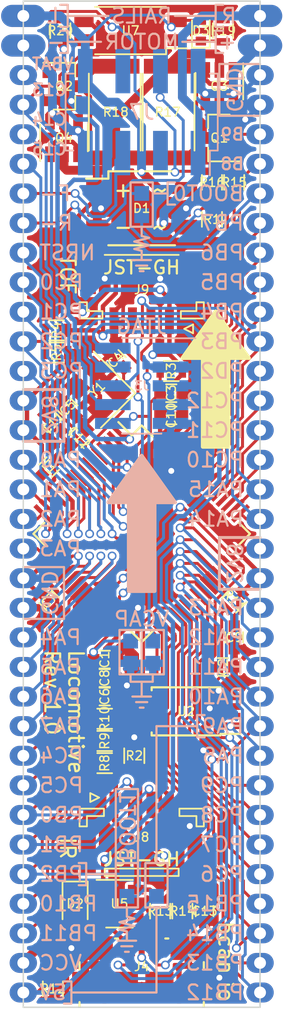
<source format=kicad_pcb>
(kicad_pcb (version 4) (host pcbnew 4.0.6)
  (title_block (title Locomotive) (date 2017-03-30) (rev 1.0) (company "ECE 445"))
  (layers (0 F.Cu signal) (31 B.Cu signal) (34 B.Paste user) (35 F.Paste user) (36 B.SilkS user) (37 F.SilkS user) (38 B.Mask user) (39 F.Mask user) (44 Edge.Cuts user))
  (net 0 "")
  (net 1 /Controller/VCAP1)
  (net 2 GND)
  (net 3 /Controller/VCAP2)
  (net 4 /Controller/PH0)
  (net 5 /Controller/PH1)
  (net 6 2V8)
  (net 7 VCC)
  (net 8 "Net-(Q1-Pad1)")
  (net 9 "Net-(Q1-Pad3)")
  (net 10 "Net-(Q2-Pad1)")
  (net 11 "Net-(Q2-Pad3)")
  (net 12 "Net-(JP1-Pad2)")
  (net 13 "Net-(JP2-Pad2)")
  (net 14 "Net-(R10-Pad2)")
  (net 15 "Net-(R11-Pad2)")
  (net 16 "Net-(D3-Pad1)")
  (net 17 /Controller/VDDA)
  (net 18 VBAT)
  (net 19 NRST)
  (net 20 PA13)
  (net 21 PA14)
  (net 22 PB3)
  (net 23 PA15)
  (net 24 PA10)
  (net 25 PA11)
  (net 26 PA12)
  (net 27 PC13)
  (net 28 PC14)
  (net 29 PC15)
  (net 30 PC0)
  (net 31 PC1)
  (net 32 PC2)
  (net 33 PC3)
  (net 34 PA0)
  (net 35 PA1)
  (net 36 PA2)
  (net 37 PA3)
  (net 38 PA4)
  (net 39 PA5)
  (net 40 PA6)
  (net 41 PA7)
  (net 42 PC4)
  (net 43 PC5)
  (net 44 PB0)
  (net 45 PB1)
  (net 46 PB2)
  (net 47 PB10)
  (net 48 PB11)
  (net 49 PB12)
  (net 50 PB13)
  (net 51 PB14)
  (net 52 PB15)
  (net 53 PC6)
  (net 54 PC7)
  (net 55 PC8)
  (net 56 PC9)
  (net 57 PA8)
  (net 58 PC10)
  (net 59 PC11)
  (net 60 PC12)
  (net 61 PD2)
  (net 62 PB4)
  (net 63 PB5)
  (net 64 PB6)
  (net 65 PB7)
  (net 66 BOOT0)
  (net 67 PB8)
  (net 68 PB9)
  (net 69 RAIL_R)
  (net 70 RAIL_L)
  (net 71 +5V)
  (net 72 PA9)
  (net 73 MOT+)
  (net 74 TRAIN_I)
  (net 75 MOT-)
  (net 76 "Net-(J7-Pad6)")
  (net 77 REAR-)
  (net 78 FRONT-)
  (net 79 "Net-(R13-Pad2)")
  (module Resistors_SMD:R_0603 (layer F.Cu) (at 144.5 66 90)
    (fp_text reference R20 (at 0 0 180) (layer F.SilkS) (effects (font (size 0.6 0.6) (thickness 0.1))))
    (fp_text value 10k)
    (pad 1 smd rect (at -0.75 0 90) (size 0.5 0.9) (layers F.Cu F.Paste F.Mask) (net 6 2V8))
    (pad 2 smd rect (at 0.75 0 90) (size 0.5 0.9) (layers F.Cu F.Paste F.Mask) (net 27 PC13))
  )
  (module Resistors_SMD:R_0603 (layer F.Cu) (at 154.75 76.25 270)
    (fp_text reference R16 (at 0 0 360) (layer F.SilkS) (effects (font (size 0.6 0.6) (thickness 0.1))))
    (fp_text value 1k)
    (pad 1 smd rect (at -0.75 0 270) (size 0.5 0.9) (layers F.Cu F.Paste F.Mask) (net 10 "Net-(Q2-Pad1)"))
    (pad 2 smd rect (at 0.75 0 270) (size 0.5 0.9) (layers F.Cu F.Paste F.Mask) (net 68 PB9))
  )
  (module Connectors_JST:JST_GH_BM04B-GHS-TBT_04x1.25mm_Straight (layer F.Cu) (at 150 120)
    (fp_text reference J8 (at 0 0.5) (layer F.SilkS) (effects (font (size 0.6 0.6) (thickness 0.1))))
    (fp_text value IR)
    (pad 1 smd rect (at -1.875 -1.675) (size 0.6 1.8) (layers F.Cu F.Paste F.Mask) (net 6 2V8))
    (pad 2 smd rect (at -0.625 -1.675) (size 0.6 1.8) (layers F.Cu F.Paste F.Mask) (net 44 PB0))
    (pad 3 smd rect (at 0.625 -1.675) (size 0.6 1.8) (layers F.Cu F.Paste F.Mask) (net 45 PB1))
    (pad 4 smd rect (at 1.875 -1.675) (size 0.6 1.8) (layers F.Cu F.Paste F.Mask) (net 2 GND))
    (pad "" smd rect (at 3.6 1.675) (size 1 2.8) (layers F.Cu F.Paste F.Mask))
    (pad "" smd rect (at -3.6 1.675) (size 1 2.8) (layers F.Cu F.Paste F.Mask))
  )
  (module bcan:USB_Micro-B_Amphenol_10118192 (layer F.Cu) (at 150 130.55)
    (fp_text reference J4 (at 0 -1.3) (layer F.SilkS) (effects (font (size 0.6 0.6) (thickness 0.1))))
    (fp_text value USB_OTG)
    (pad 3 smd rect (at 0 -2.675) (size 0.4 1.35) (layers F.Cu F.Paste F.Mask) (net 25 PA11))
    (pad 4 smd rect (at 0.65 -2.675) (size 0.4 1.35) (layers F.Cu F.Paste F.Mask) (net 26 PA12))
    (pad 2 smd rect (at -0.65 -2.675) (size 0.4 1.35) (layers F.Cu F.Paste F.Mask) (net 24 PA10))
    (pad 1 smd rect (at -1.3 -2.675) (size 0.4 1.35) (layers F.Cu F.Paste F.Mask) (net 71 +5V))
    (pad 5 smd rect (at 1.3 -2.675) (size 0.4 1.35) (layers F.Cu F.Paste F.Mask) (net 2 GND))
    (pad 6 smd rect (at -3.15 -2.55) (size 2.4 1.6) (layers F.Cu F.Paste F.Mask) (net 2 GND))
    (pad 6 smd rect (at 3.15 -2.55) (size 2.4 1.6) (layers F.Cu F.Paste F.Mask) (net 2 GND))
    (pad 6 smd rect (at 1.2 0) (size 1.9 1.9) (layers F.Cu F.Paste F.Mask) (net 2 GND))
    (pad 6 smd rect (at -1.2 0) (size 1.9 1.9) (layers F.Cu F.Paste F.Mask) (net 2 GND))
    (pad 6 smd rect (at 3.8 0) (size 1.8 1.9) (layers F.Cu F.Paste F.Mask) (net 2 GND))
    (pad 6 smd rect (at -3.8 0) (size 1.8 1.9) (layers F.Cu F.Paste F.Mask) (net 2 GND))
  )
  (module Housings_QFP:TQFP-64_10x10mm_Pitch0.5mm (layer F.Cu) (at 150 100 315)
    (fp_text reference U1 (at 0 0 315) (layer F.SilkS) (effects (font (size 0.6 0.6) (thickness 0.1))))
    (fp_text value STM32F405RGTx)
    (pad 1 smd rect (at -5.7 -3.75 315) (size 1.5 0.3) (layers F.Cu F.Paste F.Mask) (net 18 VBAT))
    (pad 2 smd rect (at -5.7 -3.25 315) (size 1.5 0.3) (layers F.Cu F.Paste F.Mask) (net 27 PC13))
    (pad 3 smd rect (at -5.7 -2.75 315) (size 1.5 0.3) (layers F.Cu F.Paste F.Mask) (net 28 PC14))
    (pad 4 smd rect (at -5.7 -2.25 315) (size 1.5 0.3) (layers F.Cu F.Paste F.Mask) (net 29 PC15))
    (pad 5 smd rect (at -5.7 -1.75 315) (size 1.5 0.3) (layers F.Cu F.Paste F.Mask) (net 4 /Controller/PH0))
    (pad 6 smd rect (at -5.7 -1.25 315) (size 1.5 0.3) (layers F.Cu F.Paste F.Mask) (net 5 /Controller/PH1))
    (pad 7 smd rect (at -5.7 -0.75 315) (size 1.5 0.3) (layers F.Cu F.Paste F.Mask) (net 19 NRST))
    (pad 8 smd rect (at -5.7 -0.25 315) (size 1.5 0.3) (layers F.Cu F.Paste F.Mask) (net 30 PC0))
    (pad 9 smd rect (at -5.7 0.25 315) (size 1.5 0.3) (layers F.Cu F.Paste F.Mask) (net 31 PC1))
    (pad 10 smd rect (at -5.7 0.75 315) (size 1.5 0.3) (layers F.Cu F.Paste F.Mask) (net 32 PC2))
    (pad 11 smd rect (at -5.7 1.25 315) (size 1.5 0.3) (layers F.Cu F.Paste F.Mask) (net 33 PC3))
    (pad 12 smd rect (at -5.7 1.75 315) (size 1.5 0.3) (layers F.Cu F.Paste F.Mask) (net 2 GND))
    (pad 13 smd rect (at -5.7 2.25 315) (size 1.5 0.3) (layers F.Cu F.Paste F.Mask) (net 17 /Controller/VDDA))
    (pad 14 smd rect (at -5.7 2.75 315) (size 1.5 0.3) (layers F.Cu F.Paste F.Mask) (net 34 PA0))
    (pad 15 smd rect (at -5.7 3.25 315) (size 1.5 0.3) (layers F.Cu F.Paste F.Mask) (net 35 PA1))
    (pad 16 smd rect (at -5.7 3.75 315) (size 1.5 0.3) (layers F.Cu F.Paste F.Mask) (net 36 PA2))
    (pad 17 smd rect (at -3.75 5.7 45) (size 1.5 0.3) (layers F.Cu F.Paste F.Mask) (net 37 PA3))
    (pad 18 smd rect (at -3.25 5.7 45) (size 1.5 0.3) (layers F.Cu F.Paste F.Mask) (net 2 GND))
    (pad 19 smd rect (at -2.75 5.7 45) (size 1.5 0.3) (layers F.Cu F.Paste F.Mask) (net 6 2V8))
    (pad 20 smd rect (at -2.25 5.7 45) (size 1.5 0.3) (layers F.Cu F.Paste F.Mask) (net 38 PA4))
    (pad 21 smd rect (at -1.75 5.7 45) (size 1.5 0.3) (layers F.Cu F.Paste F.Mask) (net 39 PA5))
    (pad 22 smd rect (at -1.25 5.7 45) (size 1.5 0.3) (layers F.Cu F.Paste F.Mask) (net 40 PA6))
    (pad 23 smd rect (at -0.75 5.7 45) (size 1.5 0.3) (layers F.Cu F.Paste F.Mask) (net 41 PA7))
    (pad 24 smd rect (at -0.25 5.7 45) (size 1.5 0.3) (layers F.Cu F.Paste F.Mask) (net 42 PC4))
    (pad 25 smd rect (at 0.25 5.7 45) (size 1.5 0.3) (layers F.Cu F.Paste F.Mask) (net 43 PC5))
    (pad 26 smd rect (at 0.75 5.7 45) (size 1.5 0.3) (layers F.Cu F.Paste F.Mask) (net 44 PB0))
    (pad 27 smd rect (at 1.25 5.7 45) (size 1.5 0.3) (layers F.Cu F.Paste F.Mask) (net 45 PB1))
    (pad 28 smd rect (at 1.75 5.7 45) (size 1.5 0.3) (layers F.Cu F.Paste F.Mask) (net 46 PB2))
    (pad 29 smd rect (at 2.25 5.7 45) (size 1.5 0.3) (layers F.Cu F.Paste F.Mask) (net 47 PB10))
    (pad 30 smd rect (at 2.75 5.7 45) (size 1.5 0.3) (layers F.Cu F.Paste F.Mask) (net 48 PB11))
    (pad 31 smd rect (at 3.25 5.7 45) (size 1.5 0.3) (layers F.Cu F.Paste F.Mask) (net 1 /Controller/VCAP1))
    (pad 32 smd rect (at 3.75 5.7 45) (size 1.5 0.3) (layers F.Cu F.Paste F.Mask) (net 6 2V8))
    (pad 33 smd rect (at 5.7 3.75 315) (size 1.5 0.3) (layers F.Cu F.Paste F.Mask) (net 49 PB12))
    (pad 34 smd rect (at 5.7 3.25 315) (size 1.5 0.3) (layers F.Cu F.Paste F.Mask) (net 50 PB13))
    (pad 35 smd rect (at 5.7 2.75 315) (size 1.5 0.3) (layers F.Cu F.Paste F.Mask) (net 51 PB14))
    (pad 36 smd rect (at 5.7 2.25 315) (size 1.5 0.3) (layers F.Cu F.Paste F.Mask) (net 52 PB15))
    (pad 37 smd rect (at 5.7 1.75 315) (size 1.5 0.3) (layers F.Cu F.Paste F.Mask) (net 53 PC6))
    (pad 38 smd rect (at 5.7 1.25 315) (size 1.5 0.3) (layers F.Cu F.Paste F.Mask) (net 54 PC7))
    (pad 39 smd rect (at 5.7 0.75 315) (size 1.5 0.3) (layers F.Cu F.Paste F.Mask) (net 55 PC8))
    (pad 40 smd rect (at 5.7 0.25 315) (size 1.5 0.3) (layers F.Cu F.Paste F.Mask) (net 56 PC9))
    (pad 41 smd rect (at 5.7 -0.25 315) (size 1.5 0.3) (layers F.Cu F.Paste F.Mask) (net 57 PA8))
    (pad 42 smd rect (at 5.7 -0.75 315) (size 1.5 0.3) (layers F.Cu F.Paste F.Mask) (net 72 PA9))
    (pad 43 smd rect (at 5.7 -1.25 315) (size 1.5 0.3) (layers F.Cu F.Paste F.Mask) (net 24 PA10))
    (pad 44 smd rect (at 5.7 -1.75 315) (size 1.5 0.3) (layers F.Cu F.Paste F.Mask) (net 25 PA11))
    (pad 45 smd rect (at 5.7 -2.25 315) (size 1.5 0.3) (layers F.Cu F.Paste F.Mask) (net 26 PA12))
    (pad 46 smd rect (at 5.7 -2.75 315) (size 1.5 0.3) (layers F.Cu F.Paste F.Mask) (net 20 PA13))
    (pad 47 smd rect (at 5.7 -3.25 315) (size 1.5 0.3) (layers F.Cu F.Paste F.Mask) (net 3 /Controller/VCAP2))
    (pad 48 smd rect (at 5.7 -3.75 315) (size 1.5 0.3) (layers F.Cu F.Paste F.Mask) (net 6 2V8))
    (pad 49 smd rect (at 3.75 -5.7 45) (size 1.5 0.3) (layers F.Cu F.Paste F.Mask) (net 21 PA14))
    (pad 50 smd rect (at 3.25 -5.7 45) (size 1.5 0.3) (layers F.Cu F.Paste F.Mask) (net 23 PA15))
    (pad 51 smd rect (at 2.75 -5.7 45) (size 1.5 0.3) (layers F.Cu F.Paste F.Mask) (net 58 PC10))
    (pad 52 smd rect (at 2.25 -5.7 45) (size 1.5 0.3) (layers F.Cu F.Paste F.Mask) (net 59 PC11))
    (pad 53 smd rect (at 1.75 -5.7 45) (size 1.5 0.3) (layers F.Cu F.Paste F.Mask) (net 60 PC12))
    (pad 54 smd rect (at 1.25 -5.7 45) (size 1.5 0.3) (layers F.Cu F.Paste F.Mask) (net 61 PD2))
    (pad 55 smd rect (at 0.75 -5.7 45) (size 1.5 0.3) (layers F.Cu F.Paste F.Mask) (net 22 PB3))
    (pad 56 smd rect (at 0.25 -5.7 45) (size 1.5 0.3) (layers F.Cu F.Paste F.Mask) (net 62 PB4))
    (pad 57 smd rect (at -0.25 -5.7 45) (size 1.5 0.3) (layers F.Cu F.Paste F.Mask) (net 63 PB5))
    (pad 58 smd rect (at -0.75 -5.7 45) (size 1.5 0.3) (layers F.Cu F.Paste F.Mask) (net 64 PB6))
    (pad 59 smd rect (at -1.25 -5.7 45) (size 1.5 0.3) (layers F.Cu F.Paste F.Mask) (net 65 PB7))
    (pad 60 smd rect (at -1.75 -5.7 45) (size 1.5 0.3) (layers F.Cu F.Paste F.Mask) (net 66 BOOT0))
    (pad 61 smd rect (at -2.25 -5.7 45) (size 1.5 0.3) (layers F.Cu F.Paste F.Mask) (net 67 PB8))
    (pad 62 smd rect (at -2.75 -5.7 45) (size 1.5 0.3) (layers F.Cu F.Paste F.Mask) (net 68 PB9))
    (pad 63 smd rect (at -3.25 -5.7 45) (size 1.5 0.3) (layers F.Cu F.Paste F.Mask) (net 2 GND))
    (pad 64 smd rect (at -3.75 -5.7 45) (size 1.5 0.3) (layers F.Cu F.Paste F.Mask) (net 6 2V8))
  )
  (module Resistors_SMD:R_0603 (layer F.Cu) (at 144.25 86.25 180)
    (fp_text reference R4 (at 0 0 270) (layer F.SilkS) (effects (font (size 0.6 0.6) (thickness 0.1))))
    (fp_text value 13k3)
    (pad 1 smd rect (at -0.75 0 180) (size 0.5 0.9) (layers F.Cu F.Paste F.Mask) (net 7 VCC))
    (pad 2 smd rect (at 0.75 0 180) (size 0.5 0.9) (layers F.Cu F.Paste F.Mask) (net 32 PC2))
  )
  (module Resistors_SMD:R_0603 (layer F.Cu) (at 144.25 87.75)
    (fp_text reference R5 (at 0 0 90) (layer F.SilkS) (effects (font (size 0.6 0.6) (thickness 0.1))))
    (fp_text value 2k8)
    (pad 1 smd rect (at -0.75 0) (size 0.5 0.9) (layers F.Cu F.Paste F.Mask) (net 32 PC2))
    (pad 2 smd rect (at 0.75 0) (size 0.5 0.9) (layers F.Cu F.Paste F.Mask) (net 2 GND))
  )
  (module TO_SOT_Packages_SMD:SOT-23-5 (layer F.Cu) (at 148.5 125)
    (fp_text reference U5 (at 0 0 180) (layer F.SilkS) (effects (font (size 0.6 0.6) (thickness 0.1))))
    (fp_text value SPX3819M5)
    (pad 1 smd rect (at -1.1 -0.95) (size 1.06 0.65) (layers F.Cu F.Paste F.Mask) (net 7 VCC))
    (pad 2 smd rect (at -1.1 0) (size 1.06 0.65) (layers F.Cu F.Paste F.Mask) (net 2 GND))
    (pad 3 smd rect (at -1.1 0.95) (size 1.06 0.65) (layers F.Cu F.Paste F.Mask) (net 7 VCC))
    (pad 4 smd rect (at 1.1 0.95) (size 1.06 0.65) (layers F.Cu F.Paste F.Mask) (net 79 "Net-(R13-Pad2)"))
    (pad 5 smd rect (at 1.1 -0.95) (size 1.06 0.65) (layers F.Cu F.Paste F.Mask) (net 6 2V8))
  )
  (module Resistors_SMD:R_0603 (layer F.Cu) (at 144 130.75 270)
    (fp_text reference R12 (at 0 0 360) (layer F.SilkS) (effects (font (size 0.6 0.6) (thickness 0.1))))
    (fp_text value 10k)
    (pad 1 smd rect (at -0.75 0 270) (size 0.5 0.9) (layers F.Cu F.Paste F.Mask) (net 71 +5V))
    (pad 2 smd rect (at 0.75 0 270) (size 0.5 0.9) (layers F.Cu F.Paste F.Mask) (net 2 GND))
  )
  (module TO_SOT_Packages_SMD:SOT-23 (layer F.Cu) (at 144.75 69.75)
    (fp_text reference Q2 (at 0 0 180) (layer F.SilkS) (effects (font (size 0.6 0.6) (thickness 0.1))))
    (fp_text value MMBT2222A)
    (pad 1 smd rect (at -1 -0.95) (size 0.9 0.8) (layers F.Cu F.Paste F.Mask) (net 10 "Net-(Q2-Pad1)"))
    (pad 2 smd rect (at -1 0.95) (size 0.9 0.8) (layers F.Cu F.Paste F.Mask) (net 2 GND))
    (pad 3 smd rect (at 1 0) (size 0.9 0.8) (layers F.Cu F.Paste F.Mask) (net 11 "Net-(Q2-Pad3)"))
  )
  (module TO_SOT_Packages_SMD:SOT-23-6 (layer F.Cu) (at 144.75 73.25 90)
    (fp_text reference Q4 (at 0 0 180) (layer F.SilkS) (effects (font (size 0.6 0.6) (thickness 0.1))))
    (fp_text value DMG6601LVT)
    (pad 1 smd rect (at -1.1 -0.95 90) (size 1.06 0.65) (layers F.Cu F.Paste F.Mask) (net 11 "Net-(Q2-Pad3)"))
    (pad 2 smd rect (at -1.1 0 90) (size 1.06 0.65) (layers F.Cu F.Paste F.Mask) (net 7 VCC))
    (pad 3 smd rect (at -1.1 0.95 90) (size 1.06 0.65) (layers F.Cu F.Paste F.Mask) (net 11 "Net-(Q2-Pad3)"))
    (pad 4 smd rect (at 1.1 0.95 90) (size 1.06 0.65) (layers F.Cu F.Paste F.Mask) (net 75 MOT-))
    (pad 6 smd rect (at 1.1 -0.95 90) (size 1.06 0.65) (layers F.Cu F.Paste F.Mask) (net 75 MOT-))
    (pad 5 smd rect (at 1.1 0 90) (size 1.06 0.65) (layers F.Cu F.Paste F.Mask) (net 2 GND))
  )
  (module Resistors_SMD:R_0603 (layer F.Cu) (at 156.25 76.25 270)
    (fp_text reference R15 (at 0 0 360) (layer F.SilkS) (effects (font (size 0.6 0.6) (thickness 0.1))))
    (fp_text value 1k)
    (pad 1 smd rect (at -0.75 0 270) (size 0.5 0.9) (layers F.Cu F.Paste F.Mask) (net 8 "Net-(Q1-Pad1)"))
    (pad 2 smd rect (at 0.75 0 270) (size 0.5 0.9) (layers F.Cu F.Paste F.Mask) (net 67 PB8))
  )
  (module Pin_Headers:Pin_Header_Straight_2x05_Pitch1.27mm_SMD (layer B.Cu) (at 150 90 180)
    (fp_text reference J3 (at 0 0 180) (layer B.SilkS) (effects (font (size 0.6 0.6) (thickness 0.1)) (justify mirror)))
    (fp_text value JTAG)
    (pad 1 smd rect (at -1.95 2.54 180) (size 2.4 0.75) (layers B.Cu B.Paste B.Mask) (net 6 2V8))
    (pad 2 smd rect (at 1.95 2.54 180) (size 2.4 0.75) (layers B.Cu B.Paste B.Mask) (net 20 PA13))
    (pad 3 smd rect (at -1.95 1.27 180) (size 2.4 0.75) (layers B.Cu B.Paste B.Mask) (net 2 GND))
    (pad 4 smd rect (at 1.95 1.27 180) (size 2.4 0.75) (layers B.Cu B.Paste B.Mask) (net 21 PA14))
    (pad 5 smd rect (at -1.95 0 180) (size 2.4 0.75) (layers B.Cu B.Paste B.Mask) (net 2 GND))
    (pad 6 smd rect (at 1.95 0 180) (size 2.4 0.75) (layers B.Cu B.Paste B.Mask) (net 22 PB3))
    (pad 7 smd rect (at -1.95 -1.27 180) (size 2.4 0.75) (layers B.Cu B.Paste B.Mask) (net 2 GND))
    (pad 8 smd rect (at 1.95 -1.27 180) (size 2.4 0.75) (layers B.Cu B.Paste B.Mask) (net 23 PA15))
    (pad 9 smd rect (at -1.95 -2.54 180) (size 2.4 0.75) (layers B.Cu B.Paste B.Mask) (net 2 GND))
    (pad 10 smd rect (at 1.95 -2.54 180) (size 2.4 0.75) (layers B.Cu B.Paste B.Mask) (net 19 NRST))
  )
  (module Housings_SSOP:TSSOP-8_4.4x3mm_Pitch0.65mm (layer F.Cu) (at 153 112 180)
    (fp_text reference U2 (at 0 0 360) (layer F.SilkS) (effects (font (size 0.6 0.6) (thickness 0.1))))
    (fp_text value M95512-RDW6TP)
    (pad 1 smd rect (at -2.95 -0.975 180) (size 1.45 0.45) (layers F.Cu F.Paste F.Mask) (net 49 PB12))
    (pad 2 smd rect (at -2.95 -0.325 180) (size 1.45 0.45) (layers F.Cu F.Paste F.Mask) (net 51 PB14))
    (pad 3 smd rect (at -2.95 0.325 180) (size 1.45 0.45) (layers F.Cu F.Paste F.Mask) (net 15 "Net-(R11-Pad2)"))
    (pad 4 smd rect (at -2.95 0.975 180) (size 1.45 0.45) (layers F.Cu F.Paste F.Mask) (net 2 GND))
    (pad 5 smd rect (at 2.95 0.975 180) (size 1.45 0.45) (layers F.Cu F.Paste F.Mask) (net 52 PB15))
    (pad 6 smd rect (at 2.95 0.325 180) (size 1.45 0.45) (layers F.Cu F.Paste F.Mask) (net 50 PB13))
    (pad 7 smd rect (at 2.95 -0.325 180) (size 1.45 0.45) (layers F.Cu F.Paste F.Mask) (net 14 "Net-(R10-Pad2)"))
    (pad 8 smd rect (at 2.95 -0.975 180) (size 1.45 0.45) (layers F.Cu F.Paste F.Mask) (net 6 2V8))
  )
  (module Crystals:Crystal_SMD_3225-4pin_3.2x2.5mm (layer F.Cu) (at 147 90.25 135)
    (fp_text reference Y1 (at 0 0 405) (layer F.SilkS) (effects (font (size 0.6 0.6) (thickness 0.1))))
    (fp_text value 16MHz)
    (pad 1 smd rect (at -1.1 0.85 135) (size 1.4 1.2) (layers F.Cu F.Paste F.Mask) (net 4 /Controller/PH0))
    (pad 2 smd rect (at 1.1 0.85 135) (size 1.4 1.2) (layers F.Cu F.Paste F.Mask) (net 2 GND))
    (pad 3 smd rect (at 1.1 -0.85 135) (size 1.4 1.2) (layers F.Cu F.Paste F.Mask) (net 5 /Controller/PH1))
    (pad 4 smd rect (at -1.1 -0.85 135) (size 1.4 1.2) (layers F.Cu F.Paste F.Mask) (net 2 GND))
  )
  (module Resistors_SMD:R_2512 (layer F.Cu) (at 151.75 71.5 270)
    (fp_text reference R17 (at 0 0 360) (layer F.SilkS) (effects (font (size 0.6 0.6) (thickness 0.1))))
    (fp_text value 100)
    (pad 1 smd rect (at -3.1 0 270) (size 1 3.2) (layers F.Cu F.Paste F.Mask) (net 7 VCC))
    (pad 2 smd rect (at 3.1 0 270) (size 1 3.2) (layers F.Cu F.Paste F.Mask) (net 9 "Net-(Q1-Pad3)"))
  )
  (module Resistors_SMD:R_2512 (layer F.Cu) (at 148.25 71.5 90)
    (fp_text reference R18 (at 0 0 180) (layer F.SilkS) (effects (font (size 0.6 0.6) (thickness 0.1))))
    (fp_text value 100)
    (pad 1 smd rect (at -3.1 0 90) (size 1 3.2) (layers F.Cu F.Paste F.Mask) (net 7 VCC))
    (pad 2 smd rect (at 3.1 0 90) (size 1 3.2) (layers F.Cu F.Paste F.Mask) (net 11 "Net-(Q2-Pad3)"))
  )
  (module TO_SOT_Packages_SMD:SOT-23 (layer F.Cu) (at 155.25 73.25 180)
    (fp_text reference Q1 (at 0 0 360) (layer F.SilkS) (effects (font (size 0.6 0.6) (thickness 0.1))))
    (fp_text value MMBT2222A)
    (pad 1 smd rect (at -1 -0.95 180) (size 0.9 0.8) (layers F.Cu F.Paste F.Mask) (net 8 "Net-(Q1-Pad1)"))
    (pad 2 smd rect (at -1 0.95 180) (size 0.9 0.8) (layers F.Cu F.Paste F.Mask) (net 2 GND))
    (pad 3 smd rect (at 1 0 180) (size 0.9 0.8) (layers F.Cu F.Paste F.Mask) (net 9 "Net-(Q1-Pad3)"))
  )
  (module TO_SOT_Packages_SMD:SOT-23-6 (layer F.Cu) (at 155.25 69.75 270)
    (fp_text reference Q3 (at 0 0 360) (layer F.SilkS) (effects (font (size 0.6 0.6) (thickness 0.1))))
    (fp_text value DMG6601LVT)
    (pad 1 smd rect (at -1.1 -0.95 270) (size 1.06 0.65) (layers F.Cu F.Paste F.Mask) (net 9 "Net-(Q1-Pad3)"))
    (pad 2 smd rect (at -1.1 0 270) (size 1.06 0.65) (layers F.Cu F.Paste F.Mask) (net 7 VCC))
    (pad 3 smd rect (at -1.1 0.95 270) (size 1.06 0.65) (layers F.Cu F.Paste F.Mask) (net 9 "Net-(Q1-Pad3)"))
    (pad 4 smd rect (at 1.1 0.95 270) (size 1.06 0.65) (layers F.Cu F.Paste F.Mask) (net 73 MOT+))
    (pad 6 smd rect (at 1.1 -0.95 270) (size 1.06 0.65) (layers F.Cu F.Paste F.Mask) (net 73 MOT+))
    (pad 5 smd rect (at 1.1 0 270) (size 1.06 0.65) (layers F.Cu F.Paste F.Mask) (net 2 GND))
  )
  (module Capacitors_SMD:C_0603 (layer F.Cu) (at 147.5 108.5)
    (fp_text reference C1 (at 0 0 90) (layer F.SilkS) (effects (font (size 0.6 0.6) (thickness 0.1))))
    (fp_text value 2u2)
    (pad 1 smd rect (at -0.75 0) (size 0.8 0.75) (layers F.Cu F.Paste F.Mask) (net 1 /Controller/VCAP1))
    (pad 2 smd rect (at 0.75 0) (size 0.8 0.75) (layers F.Cu F.Paste F.Mask) (net 2 GND))
  )
  (module Capacitors_SMD:C_0603 (layer F.Cu) (at 155.5 109)
    (fp_text reference C2 (at 0 0 90) (layer F.SilkS) (effects (font (size 0.6 0.6) (thickness 0.1))))
    (fp_text value 2u2)
    (pad 1 smd rect (at -0.75 0) (size 0.8 0.75) (layers F.Cu F.Paste F.Mask) (net 3 /Controller/VCAP2))
    (pad 2 smd rect (at 0.75 0) (size 0.8 0.75) (layers F.Cu F.Paste F.Mask) (net 2 GND))
  )
  (module Capacitors_SMD:C_0603 (layer F.Cu) (at 152 90.5)
    (fp_text reference C3 (at 0 0 90) (layer F.SilkS) (effects (font (size 0.6 0.6) (thickness 0.1))))
    (fp_text value 100n)
    (pad 1 smd rect (at -0.75 0) (size 0.8 0.75) (layers F.Cu F.Paste F.Mask) (net 19 NRST))
    (pad 2 smd rect (at 0.75 0) (size 0.8 0.75) (layers F.Cu F.Paste F.Mask) (net 2 GND))
  )
  (module Capacitors_SMD:C_0603 (layer F.Cu) (at 148.25 88.25 135)
    (fp_text reference C4 (at 0 0 225) (layer F.SilkS) (effects (font (size 0.6 0.6) (thickness 0.1))))
    (fp_text value 10p)
    (pad 1 smd rect (at -0.75 0 135) (size 0.8 0.75) (layers F.Cu F.Paste F.Mask) (net 4 /Controller/PH0))
    (pad 2 smd rect (at 0.75 0 135) (size 0.8 0.75) (layers F.Cu F.Paste F.Mask) (net 2 GND))
  )
  (module Capacitors_SMD:C_0603 (layer F.Cu) (at 145 91.5 315)
    (fp_text reference C5 (at 0 0 405) (layer F.SilkS) (effects (font (size 0.6 0.6) (thickness 0.1))))
    (fp_text value 10p)
    (pad 1 smd rect (at -0.75 0 315) (size 0.8 0.75) (layers F.Cu F.Paste F.Mask) (net 5 /Controller/PH1))
    (pad 2 smd rect (at 0.75 0 315) (size 0.8 0.75) (layers F.Cu F.Paste F.Mask) (net 2 GND))
  )
  (module Capacitors_SMD:C_0603 (layer F.Cu) (at 143.75 104.5 135)
    (fp_text reference C7 (at 0 0 225) (layer F.SilkS) (effects (font (size 0.6 0.6) (thickness 0.1))))
    (fp_text value 100n)
    (pad 1 smd rect (at -0.75 0 135) (size 0.8 0.75) (layers F.Cu F.Paste F.Mask) (net 6 2V8))
    (pad 2 smd rect (at 0.75 0 135) (size 0.8 0.75) (layers F.Cu F.Paste F.Mask) (net 2 GND))
  )
  (module Capacitors_SMD:C_0603 (layer F.Cu) (at 147.5 109.75)
    (fp_text reference C8 (at 0 0 90) (layer F.SilkS) (effects (font (size 0.6 0.6) (thickness 0.1))))
    (fp_text value 100n)
    (pad 1 smd rect (at -0.75 0) (size 0.8 0.75) (layers F.Cu F.Paste F.Mask) (net 6 2V8))
    (pad 2 smd rect (at 0.75 0) (size 0.8 0.75) (layers F.Cu F.Paste F.Mask) (net 2 GND))
  )
  (module Capacitors_SMD:C_0603 (layer F.Cu) (at 156.25 107 270)
    (fp_text reference C9 (at 0 0 360) (layer F.SilkS) (effects (font (size 0.6 0.6) (thickness 0.1))))
    (fp_text value 100n)
    (pad 1 smd rect (at -0.75 0 270) (size 0.8 0.75) (layers F.Cu F.Paste F.Mask) (net 6 2V8))
    (pad 2 smd rect (at 0.75 0 270) (size 0.8 0.75) (layers F.Cu F.Paste F.Mask) (net 2 GND))
  )
  (module Capacitors_SMD:C_0603 (layer F.Cu) (at 152 92)
    (fp_text reference C10 (at 0 0 90) (layer F.SilkS) (effects (font (size 0.6 0.6) (thickness 0.1))))
    (fp_text value 100n)
    (pad 1 smd rect (at -0.75 0) (size 0.8 0.75) (layers F.Cu F.Paste F.Mask) (net 6 2V8))
    (pad 2 smd rect (at 0.75 0) (size 0.8 0.75) (layers F.Cu F.Paste F.Mask) (net 2 GND))
  )
  (module Capacitors_SMD:C_0603 (layer F.Cu) (at 144 92.5 135)
    (fp_text reference C11 (at 0 0 225) (layer F.SilkS) (effects (font (size 0.6 0.6) (thickness 0.1))))
    (fp_text value 100n)
    (pad 1 smd rect (at -0.75 0 135) (size 0.8 0.75) (layers F.Cu F.Paste F.Mask) (net 17 /Controller/VDDA))
    (pad 2 smd rect (at 0.75 0 135) (size 0.8 0.75) (layers F.Cu F.Paste F.Mask) (net 2 GND))
  )
  (module Capacitors_SMD:C_0603 (layer F.Cu) (at 145.75 93.5 45)
    (fp_text reference C12 (at 0 0 135) (layer F.SilkS) (effects (font (size 0.6 0.6) (thickness 0.1))))
    (fp_text value 1u)
    (pad 1 smd rect (at -0.75 0 45) (size 0.8 0.75) (layers F.Cu F.Paste F.Mask) (net 17 /Controller/VDDA))
    (pad 2 smd rect (at 0.75 0 45) (size 0.8 0.75) (layers F.Cu F.Paste F.Mask) (net 2 GND))
  )
  (module Capacitors_SMD:C_0603 (layer F.Cu) (at 154.25 125.5 270)
    (fp_text reference C13 (at 0 0 360) (layer F.SilkS) (effects (font (size 0.6 0.6) (thickness 0.1))))
    (fp_text value 2u2)
    (pad 1 smd rect (at -0.75 0 270) (size 0.8 0.75) (layers F.Cu F.Paste F.Mask) (net 6 2V8))
    (pad 2 smd rect (at 0.75 0 270) (size 0.8 0.75) (layers F.Cu F.Paste F.Mask) (net 2 GND))
  )
  (module Diodes_SMD:D_SOD-323 (layer F.Cu) (at 145.5 125 270)
    (fp_text reference D2 (at 0 0 360) (layer F.SilkS) (effects (font (size 0.6 0.6) (thickness 0.1))))
    (fp_text value CUS08F30)
    (pad 1 smd rect (at -1.05 0 270) (size 0.6 0.45) (layers F.Cu F.Paste F.Mask) (net 7 VCC))
    (pad 2 smd rect (at 1.05 0 270) (size 0.6 0.45) (layers F.Cu F.Paste F.Mask) (net 71 +5V))
  )
  (module Resistors_SMD:R_0603 (layer F.Cu) (at 154.75 78.75 270)
    (fp_text reference R1 (at 0 0 360) (layer F.SilkS) (effects (font (size 0.6 0.6) (thickness 0.1))))
    (fp_text value 10k)
    (pad 1 smd rect (at -0.75 0 270) (size 0.5 0.9) (layers F.Cu F.Paste F.Mask) (net 12 "Net-(JP1-Pad2)"))
    (pad 2 smd rect (at 0.75 0 270) (size 0.5 0.9) (layers F.Cu F.Paste F.Mask) (net 2 GND))
  )
  (module Resistors_SMD:R_0603 (layer F.Cu) (at 149.5 115 90)
    (fp_text reference R2 (at 0 0 360) (layer F.SilkS) (effects (font (size 0.6 0.6) (thickness 0.1))))
    (fp_text value 10k)
    (pad 1 smd rect (at -0.75 0 90) (size 0.5 0.9) (layers F.Cu F.Paste F.Mask) (net 13 "Net-(JP2-Pad2)"))
    (pad 2 smd rect (at 0.75 0 90) (size 0.5 0.9) (layers F.Cu F.Paste F.Mask) (net 2 GND))
  )
  (module Resistors_SMD:R_0603 (layer F.Cu) (at 152 89 180)
    (fp_text reference R3 (at 0 0 270) (layer F.SilkS) (effects (font (size 0.6 0.6) (thickness 0.1))))
    (fp_text value 10k)
    (pad 1 smd rect (at -0.75 0 180) (size 0.5 0.9) (layers F.Cu F.Paste F.Mask) (net 6 2V8))
    (pad 2 smd rect (at 0.75 0 180) (size 0.5 0.9) (layers F.Cu F.Paste F.Mask) (net 19 NRST))
  )
  (module Resistors_SMD:R_0603 (layer F.Cu) (at 147.5 115.5 180)
    (fp_text reference R8 (at 0 0 270) (layer F.SilkS) (effects (font (size 0.6 0.6) (thickness 0.1))))
    (fp_text value 4k7)
    (pad 1 smd rect (at -0.75 0 180) (size 0.5 0.9) (layers F.Cu F.Paste F.Mask) (net 6 2V8))
    (pad 2 smd rect (at 0.75 0 180) (size 0.5 0.9) (layers F.Cu F.Paste F.Mask) (net 47 PB10))
  )
  (module Resistors_SMD:R_0603 (layer F.Cu) (at 147.5 114 180)
    (fp_text reference R9 (at 0 0 270) (layer F.SilkS) (effects (font (size 0.6 0.6) (thickness 0.1))))
    (fp_text value 4k7)
    (pad 1 smd rect (at -0.75 0 180) (size 0.5 0.9) (layers F.Cu F.Paste F.Mask) (net 6 2V8))
    (pad 2 smd rect (at 0.75 0 180) (size 0.5 0.9) (layers F.Cu F.Paste F.Mask) (net 48 PB11))
  )
  (module Resistors_SMD:R_0603 (layer F.Cu) (at 147.5 112.5)
    (fp_text reference R10 (at 0 0 90) (layer F.SilkS) (effects (font (size 0.6 0.6) (thickness 0.1))))
    (fp_text value 10k)
    (pad 1 smd rect (at -0.75 0) (size 0.5 0.9) (layers F.Cu F.Paste F.Mask) (net 6 2V8))
    (pad 2 smd rect (at 0.75 0) (size 0.5 0.9) (layers F.Cu F.Paste F.Mask) (net 14 "Net-(R10-Pad2)"))
  )
  (module Resistors_SMD:R_0603 (layer F.Cu) (at 156.25 104.5 225)
    (fp_text reference R11 (at 0 0 315) (layer F.SilkS) (effects (font (size 0.6 0.6) (thickness 0.1))))
    (fp_text value 10k)
    (pad 1 smd rect (at -0.75 0 225) (size 0.5 0.9) (layers F.Cu F.Paste F.Mask) (net 6 2V8))
    (pad 2 smd rect (at 0.75 0 225) (size 0.5 0.9) (layers F.Cu F.Paste F.Mask) (net 15 "Net-(R11-Pad2)"))
  )
  (module Resistors_SMD:R_0603 (layer F.Cu) (at 151.25 125.5 270)
    (fp_text reference R13 (at 0 0 360) (layer F.SilkS) (effects (font (size 0.6 0.6) (thickness 0.1))))
    (fp_text value 33k2)
    (pad 1 smd rect (at -0.75 0 270) (size 0.5 0.9) (layers F.Cu F.Paste F.Mask) (net 6 2V8))
    (pad 2 smd rect (at 0.75 0 270) (size 0.5 0.9) (layers F.Cu F.Paste F.Mask) (net 79 "Net-(R13-Pad2)"))
  )
  (module Resistors_SMD:R_0603 (layer F.Cu) (at 152.75 125.5 90)
    (fp_text reference R14 (at 0 0 180) (layer F.SilkS) (effects (font (size 0.6 0.6) (thickness 0.1))))
    (fp_text value 26k1)
    (pad 1 smd rect (at -0.75 0 90) (size 0.5 0.9) (layers F.Cu F.Paste F.Mask) (net 79 "Net-(R13-Pad2)"))
    (pad 2 smd rect (at 0.75 0 90) (size 0.5 0.9) (layers F.Cu F.Paste F.Mask) (net 2 GND))
  )
  (module Resistors_SMD:R_0603 (layer F.Cu) (at 155.5 66 90)
    (fp_text reference R19 (at 0 0 180) (layer F.SilkS) (effects (font (size 0.6 0.6) (thickness 0.1))))
    (fp_text value 1k5)
    (pad 1 smd rect (at -0.75 0 90) (size 0.5 0.9) (layers F.Cu F.Paste F.Mask) (net 16 "Net-(D3-Pad1)"))
    (pad 2 smd rect (at 0.75 0 90) (size 0.5 0.9) (layers F.Cu F.Paste F.Mask) (net 69 RAIL_R))
  )
  (module Capacitors_SMD:C_0603 (layer F.Cu) (at 147.5 111)
    (fp_text reference C6 (at 0 0 90) (layer F.SilkS) (effects (font (size 0.6 0.6) (thickness 0.1))))
    (fp_text value 4u7)
    (pad 1 smd rect (at -0.75 0) (size 0.8 0.75) (layers F.Cu F.Paste F.Mask) (net 6 2V8))
    (pad 2 smd rect (at 0.75 0) (size 0.8 0.75) (layers F.Cu F.Paste F.Mask) (net 2 GND))
  )
  (module Pin_Headers:Pin_Header_Straight_2x04_Pitch2.54mm_SMD (layer B.Cu) (at 150 71.5 90)
    (fp_text reference J7 (at 0 0 180) (layer B.SilkS) (effects (justify mirror)))
    (fp_text value TRAIN)
    (pad 1 smd rect (at -2.77 3.81 90) (size 3 1) (layers B.Cu B.Paste B.Mask) (net 69 RAIL_R))
    (pad 2 smd rect (at 2.77 3.81 90) (size 3 1) (layers B.Cu B.Paste B.Mask) (net 73 MOT+))
    (pad 3 smd rect (at -2.77 1.27 90) (size 3 1) (layers B.Cu B.Paste B.Mask) (net 74 TRAIN_I))
    (pad 4 smd rect (at 2.77 1.27 90) (size 3 1) (layers B.Cu B.Paste B.Mask) (net 77 REAR-))
    (pad 5 smd rect (at -2.77 -1.27 90) (size 3 1) (layers B.Cu B.Paste B.Mask) (net 78 FRONT-))
    (pad 6 smd rect (at 2.77 -1.27 90) (size 3 1) (layers B.Cu B.Paste B.Mask) (net 76 "Net-(J7-Pad6)"))
    (pad 7 smd rect (at -2.77 -3.81 90) (size 3 1) (layers B.Cu B.Paste B.Mask) (net 75 MOT-))
    (pad 8 smd rect (at 2.77 -3.81 90) (size 3 1) (layers B.Cu B.Paste B.Mask) (net 70 RAIL_L))
  )
  (module Housings_SSOP:SOP-4_4.4x2.8mm_Pitch1.27mm (layer F.Cu) (at 149.25 66 180)
    (fp_text reference U7 (at 0 0 180) (layer F.SilkS) (effects (font (size 0.6 0.6) (thickness 0.1))))
    (fp_text value TLP293)
    (pad 1 smd rect (at -3.15 -0.64 180) (size 1.3 0.8) (layers F.Cu F.Paste F.Mask) (net 16 "Net-(D3-Pad1)"))
    (pad 2 smd rect (at -3.15 0.64 180) (size 1.3 0.8) (layers F.Cu F.Paste F.Mask) (net 70 RAIL_L))
    (pad 3 smd rect (at 3.15 0.64 180) (size 1.3 0.8) (layers F.Cu F.Paste F.Mask) (net 2 GND))
    (pad 4 smd rect (at 3.15 -0.64 180) (size 1.3 0.8) (layers F.Cu F.Paste F.Mask) (net 27 PC13))
  )
  (module Capacitors_SMD:C_0603 (layer F.Cu) (at 143.75 95.5 45)
    (fp_text reference L1 (at 0 0 315) (layer F.SilkS) (effects (font (size 0.6 0.6) (thickness 0.1))))
    (fp_text value 600)
    (pad 1 smd rect (at -0.75 0 45) (size 0.8 0.75) (layers F.Cu F.Paste F.Mask) (net 6 2V8))
    (pad 2 smd rect (at 0.75 0 45) (size 0.8 0.75) (layers F.Cu F.Paste F.Mask) (net 17 /Controller/VDDA))
  )
  (module Diodes_SMD:D_SOD-523 (layer F.Cu) (at 154 66 90)
    (fp_text reference D3 (at 0 0 180) (layer F.SilkS) (effects (font (size 0.6 0.6) (thickness 0.1))))
    (fp_text value 1N4148)
    (pad 2 smd rect (at 0.7 0 270) (size 0.6 0.7) (layers F.Cu F.Paste F.Mask) (net 70 RAIL_L))
    (pad 1 smd rect (at -0.7 0 270) (size 0.6 0.7) (layers F.Cu F.Paste F.Mask) (net 16 "Net-(D3-Pad1)"))
  )
  (module bcan:TO-269AA (layer F.Cu) (at 150 78)
    (fp_text reference D1 (at 0 0) (layer F.SilkS) (effects (font (size 0.6 0.6) (thickness 0.1))))
    (fp_text value CDBHM240L-HF)
    (fp_text user ~~ (at 1.25 -1.25) (layer F.SilkS) (effects (font (size 1.5 1.5))))
    (fp_text user ~~ (at 1.25 1.25) (layer F.SilkS) (effects (font (size 1.5 1.5))))
    (fp_text user - (at -1.25 1.25) (layer F.SilkS))
    (fp_text user + (at -1.25 -1.25) (layer F.SilkS))
    (pad 1 smd rect (at -3 -1.275) (size 1.5 1) (layers F.Cu F.Paste F.Mask) (net 7 VCC))
    (pad 2 smd rect (at -3 1.275) (size 1.5 1) (layers F.Cu F.Paste F.Mask) (net 2 GND))
    (pad 3 smd rect (at 3 1.275) (size 1.5 1) (layers F.Cu F.Paste F.Mask) (net 69 RAIL_R))
    (pad 4 smd rect (at 3 -1.275) (size 1.5 1) (layers F.Cu F.Paste F.Mask) (net 70 RAIL_L))
  )
  (module bcan:Castellations_1x32_Pitch2.00mm (layer F.Cu) (at 142 69)
    (fp_text reference J1 hide)
    (fp_text value PIN[1..32])
    (pad 1 thru_hole oval (at 0 0) (size 1.85 1.35) (drill 0.8) (layers *.Cu *.Mask) (net 18 VBAT))
    (pad 2 thru_hole oval (at 0 2) (size 1.85 1.35) (drill 0.8) (layers *.Cu *.Mask) (net 27 PC13))
    (pad 3 thru_hole oval (at 0 4) (size 1.85 1.35) (drill 0.8) (layers *.Cu *.Mask) (net 28 PC14))
    (pad 4 thru_hole oval (at 0 6) (size 1.85 1.35) (drill 0.8) (layers *.Cu *.Mask) (net 29 PC15))
    (pad 5 thru_hole oval (at 0 8) (size 1.85 1.35) (drill 0.8) (layers *.Cu *.Mask) (net 78 FRONT-))
    (pad 6 thru_hole oval (at 0 10) (size 1.85 1.35) (drill 0.8) (layers *.Cu *.Mask) (net 77 REAR-))
    (pad 7 thru_hole oval (at 0 12) (size 1.85 1.35) (drill 0.8) (layers *.Cu *.Mask) (net 19 NRST))
    (pad 8 thru_hole oval (at 0 14) (size 1.85 1.35) (drill 0.8) (layers *.Cu *.Mask) (net 30 PC0))
    (pad 9 thru_hole oval (at 0 16) (size 1.85 1.35) (drill 0.8) (layers *.Cu *.Mask) (net 31 PC1))
    (pad 10 thru_hole oval (at 0 18) (size 1.85 1.35) (drill 0.8) (layers *.Cu *.Mask) (net 32 PC2))
    (pad 11 thru_hole oval (at 0 20) (size 1.85 1.35) (drill 0.8) (layers *.Cu *.Mask) (net 33 PC3))
    (pad 12 thru_hole oval (at 0 22) (size 1.85 1.35) (drill 0.8) (layers *.Cu *.Mask) (net 6 2V8))
    (pad 13 thru_hole oval (at 0 24) (size 1.85 1.35) (drill 0.8) (layers *.Cu *.Mask) (net 6 2V8))
    (pad 14 thru_hole oval (at 0 26) (size 1.85 1.35) (drill 0.8) (layers *.Cu *.Mask) (net 34 PA0))
    (pad 15 thru_hole oval (at 0 28) (size 1.85 1.35) (drill 0.8) (layers *.Cu *.Mask) (net 35 PA1))
    (pad 16 thru_hole oval (at 0 30) (size 1.85 1.35) (drill 0.8) (layers *.Cu *.Mask) (net 36 PA2))
    (pad 17 thru_hole oval (at 0 32) (size 1.85 1.35) (drill 0.8) (layers *.Cu *.Mask) (net 37 PA3))
    (pad 18 thru_hole oval (at 0 34) (size 1.85 1.35) (drill 0.8) (layers *.Cu *.Mask) (net 2 GND))
    (pad 19 thru_hole oval (at 0 36) (size 1.85 1.35) (drill 0.8) (layers *.Cu *.Mask) (net 2 GND))
    (pad 20 thru_hole oval (at 0 38) (size 1.85 1.35) (drill 0.8) (layers *.Cu *.Mask) (net 38 PA4))
    (pad 21 thru_hole oval (at 0 40) (size 1.85 1.35) (drill 0.8) (layers *.Cu *.Mask) (net 39 PA5))
    (pad 22 thru_hole oval (at 0 42) (size 1.85 1.35) (drill 0.8) (layers *.Cu *.Mask) (net 40 PA6))
    (pad 23 thru_hole oval (at 0 44) (size 1.85 1.35) (drill 0.8) (layers *.Cu *.Mask) (net 41 PA7))
    (pad 24 thru_hole oval (at 0 46) (size 1.85 1.35) (drill 0.8) (layers *.Cu *.Mask) (net 42 PC4))
    (pad 25 thru_hole oval (at 0 48) (size 1.85 1.35) (drill 0.8) (layers *.Cu *.Mask) (net 43 PC5))
    (pad 26 thru_hole oval (at 0 50) (size 1.85 1.35) (drill 0.8) (layers *.Cu *.Mask) (net 44 PB0))
    (pad 27 thru_hole oval (at 0 52) (size 1.85 1.35) (drill 0.8) (layers *.Cu *.Mask) (net 45 PB1))
    (pad 28 thru_hole oval (at 0 54) (size 1.85 1.35) (drill 0.8) (layers *.Cu *.Mask) (net 46 PB2))
    (pad 29 thru_hole oval (at 0 56) (size 1.85 1.35) (drill 0.8) (layers *.Cu *.Mask) (net 47 PB10))
    (pad 30 thru_hole oval (at 0 58) (size 1.85 1.35) (drill 0.8) (layers *.Cu *.Mask) (net 48 PB11))
    (pad 31 thru_hole oval (at 0 60) (size 1.85 1.35) (drill 0.8) (layers *.Cu *.Mask) (net 7 VCC))
    (pad 32 thru_hole oval (at 0 62) (size 1.85 1.35) (drill 0.8) (layers *.Cu *.Mask) (net 71 +5V))
  )
  (module bcan:Castellations_1x32_Pitch2.00mm (layer F.Cu) (at 158 131 180)
    (fp_text reference J2 hide)
    (fp_text value PIN[33..64])
    (pad 1 thru_hole oval (at 0 0 180) (size 1.85 1.35) (drill 0.8) (layers *.Cu *.Mask) (net 49 PB12))
    (pad 2 thru_hole oval (at 0 2 180) (size 1.85 1.35) (drill 0.8) (layers *.Cu *.Mask) (net 50 PB13))
    (pad 3 thru_hole oval (at 0 4 180) (size 1.85 1.35) (drill 0.8) (layers *.Cu *.Mask) (net 51 PB14))
    (pad 4 thru_hole oval (at 0 6 180) (size 1.85 1.35) (drill 0.8) (layers *.Cu *.Mask) (net 52 PB15))
    (pad 5 thru_hole oval (at 0 8 180) (size 1.85 1.35) (drill 0.8) (layers *.Cu *.Mask) (net 53 PC6))
    (pad 6 thru_hole oval (at 0 10 180) (size 1.85 1.35) (drill 0.8) (layers *.Cu *.Mask) (net 54 PC7))
    (pad 7 thru_hole oval (at 0 12 180) (size 1.85 1.35) (drill 0.8) (layers *.Cu *.Mask) (net 55 PC8))
    (pad 8 thru_hole oval (at 0 14 180) (size 1.85 1.35) (drill 0.8) (layers *.Cu *.Mask) (net 56 PC9))
    (pad 9 thru_hole oval (at 0 16 180) (size 1.85 1.35) (drill 0.8) (layers *.Cu *.Mask) (net 57 PA8))
    (pad 10 thru_hole oval (at 0 18 180) (size 1.85 1.35) (drill 0.8) (layers *.Cu *.Mask) (net 72 PA9))
    (pad 11 thru_hole oval (at 0 20 180) (size 1.85 1.35) (drill 0.8) (layers *.Cu *.Mask) (net 24 PA10))
    (pad 12 thru_hole oval (at 0 22 180) (size 1.85 1.35) (drill 0.8) (layers *.Cu *.Mask) (net 25 PA11))
    (pad 13 thru_hole oval (at 0 24 180) (size 1.85 1.35) (drill 0.8) (layers *.Cu *.Mask) (net 26 PA12))
    (pad 14 thru_hole oval (at 0 26 180) (size 1.85 1.35) (drill 0.8) (layers *.Cu *.Mask) (net 20 PA13))
    (pad 15 thru_hole oval (at 0 28 180) (size 1.85 1.35) (drill 0.8) (layers *.Cu *.Mask) (net 6 2V8))
    (pad 16 thru_hole oval (at 0 30 180) (size 1.85 1.35) (drill 0.8) (layers *.Cu *.Mask) (net 6 2V8))
    (pad 17 thru_hole oval (at 0 32 180) (size 1.85 1.35) (drill 0.8) (layers *.Cu *.Mask) (net 21 PA14))
    (pad 18 thru_hole oval (at 0 34 180) (size 1.85 1.35) (drill 0.8) (layers *.Cu *.Mask) (net 23 PA15))
    (pad 19 thru_hole oval (at 0 36 180) (size 1.85 1.35) (drill 0.8) (layers *.Cu *.Mask) (net 58 PC10))
    (pad 20 thru_hole oval (at 0 38 180) (size 1.85 1.35) (drill 0.8) (layers *.Cu *.Mask) (net 59 PC11))
    (pad 21 thru_hole oval (at 0 40 180) (size 1.85 1.35) (drill 0.8) (layers *.Cu *.Mask) (net 60 PC12))
    (pad 22 thru_hole oval (at 0 42 180) (size 1.85 1.35) (drill 0.8) (layers *.Cu *.Mask) (net 61 PD2))
    (pad 23 thru_hole oval (at 0 44 180) (size 1.85 1.35) (drill 0.8) (layers *.Cu *.Mask) (net 22 PB3))
    (pad 24 thru_hole oval (at 0 46 180) (size 1.85 1.35) (drill 0.8) (layers *.Cu *.Mask) (net 62 PB4))
    (pad 25 thru_hole oval (at 0 48 180) (size 1.85 1.35) (drill 0.8) (layers *.Cu *.Mask) (net 63 PB5))
    (pad 26 thru_hole oval (at 0 50 180) (size 1.85 1.35) (drill 0.8) (layers *.Cu *.Mask) (net 64 PB6))
    (pad 27 thru_hole oval (at 0 52 180) (size 1.85 1.35) (drill 0.8) (layers *.Cu *.Mask) (net 65 PB7))
    (pad 28 thru_hole oval (at 0 54 180) (size 1.85 1.35) (drill 0.8) (layers *.Cu *.Mask) (net 66 BOOT0))
    (pad 29 thru_hole oval (at 0 56 180) (size 1.85 1.35) (drill 0.8) (layers *.Cu *.Mask) (net 67 PB8))
    (pad 30 thru_hole oval (at 0 58 180) (size 1.85 1.35) (drill 0.8) (layers *.Cu *.Mask) (net 68 PB9))
    (pad 31 thru_hole oval (at 0 60 180) (size 1.85 1.35) (drill 0.8) (layers *.Cu *.Mask) (net 2 GND))
    (pad 32 thru_hole oval (at 0 62 180) (size 1.85 1.35) (drill 0.8) (layers *.Cu *.Mask) (net 2 GND))
  )
  (module bcan:Solder_Jumper_NC (layer B.Cu) (at 150 77.75 270)
    (fp_text reference JP1 hide)
    (fp_text value BOOT0)
    (pad 1 smd rect (at -0.75 0 270) (size 1 1) (layers B.Cu B.Paste B.Mask) (net 66 BOOT0))
    (pad 2 smd rect (at 0.75 0 270) (size 1 1) (layers B.Cu B.Paste B.Mask) (net 12 "Net-(JP1-Pad2)"))
  )
  (module bcan:Solder_Jumper_NC (layer B.Cu) (at 149 123.75 270)
    (fp_text reference JP2 hide)
    (fp_text value BOOT1)
    (pad 1 smd rect (at -0.75 0 270) (size 1 1) (layers B.Cu B.Paste B.Mask) (net 46 PB2))
    (pad 2 smd rect (at 0.75 0 270) (size 1 1) (layers B.Cu B.Paste B.Mask) (net 13 "Net-(JP2-Pad2)"))
  )
  (module bcan:Solder_Jumper_NO (layer B.Cu) (at 149.25 108 90)
    (fp_text reference JP3 hide)
    (fp_text value VCAP1)
    (pad 1 smd rect (at -0.75 0 90) (size 1 1) (layers B.Cu B.Paste B.Mask) (net 2 GND))
    (pad 2 smd rect (at 0.75 0 90) (size 1 1) (layers B.Cu B.Paste B.Mask) (net 1 /Controller/VCAP1))
  )
  (module bcan:Solder_Jumper_NO (layer B.Cu) (at 150.75 108 90)
    (fp_text reference JP4 hide)
    (fp_text value VCAP2)
    (pad 1 smd rect (at -0.75 0 90) (size 1 1) (layers B.Cu B.Paste B.Mask) (net 2 GND))
    (pad 2 smd rect (at 0.75 0 90) (size 1 1) (layers B.Cu B.Paste B.Mask) (net 3 /Controller/VCAP2))
  )
  (module bcan:Solder_Jumper_NC (layer B.Cu) (at 151 123.75 90)
    (fp_text reference JP5 hide)
    (fp_text value USB_VBUS)
    (pad 1 smd rect (at -0.75 0 90) (size 1 1) (layers B.Cu B.Paste B.Mask) (net 71 +5V))
    (pad 2 smd rect (at 0.75 0 90) (size 1 1) (layers B.Cu B.Paste B.Mask) (net 72 PA9))
  )
  (module Connectors_JST:JST_GH_SM04B-GHS-TB_04x1.25mm_Angled (layer F.Cu) (at 150 84 180)
    (fp_text reference J9 (at 0 0.5 180) (layer F.SilkS) (effects (font (size 0.6 0.6) (thickness 0.1))))
    (fp_text value TOF)
    (pad 1 smd rect (at -1.875 -1.6 180) (size 0.6 1.8) (layers F.Cu F.Paste F.Mask) (net 6 2V8))
    (pad 2 smd rect (at -0.625 -1.6 180) (size 0.6 1.8) (layers F.Cu F.Paste F.Mask) (net 48 PB11))
    (pad 3 smd rect (at 0.625 -1.6 180) (size 0.6 1.8) (layers F.Cu F.Paste F.Mask) (net 47 PB10))
    (pad 4 smd rect (at 1.875 -1.6 180) (size 0.6 1.8) (layers F.Cu F.Paste F.Mask) (net 2 GND))
    (pad "" smd rect (at 3.6 1.6 180) (size 1 2.8) (layers F.Cu F.Paste F.Mask))
    (pad "" smd rect (at -3.6 1.6 180) (size 1 2.8) (layers F.Cu F.Paste F.Mask))
  )
  (module bcan:Castellations_1x02_Pitch2.00mm (layer F.Cu) (at 142 65)
    (fp_text reference J5 hide)
    (fp_text value RAILS)
    (pad 1 thru_hole oval (at 0 0) (size 3 1.5) (drill 0.8) (layers *.Cu *.Mask) (net 70 RAIL_L))
    (pad 2 thru_hole oval (at 0 2) (size 3 1.5) (drill 0.8) (layers *.Cu *.Mask) (net 75 MOT-))
  )
  (module bcan:Castellations_1x02_Pitch2.00mm (layer F.Cu) (at 158 67 180)
    (fp_text reference J6 hide)
    (fp_text value MOTOR)
    (pad 1 thru_hole oval (at 0 0 180) (size 3 1.5) (drill 0.8) (layers *.Cu *.Mask) (net 73 MOT+))
    (pad 2 thru_hole oval (at 0 2 180) (size 3 1.5) (drill 0.8) (layers *.Cu *.Mask) (net 69 RAIL_R))
  )
  (gr_text JST-GH (at 150 122) (layer F.SilkS) (effects (font (size 0.9 0.9))))
  (gr_text JST-GH (at 150 82) (layer F.SilkS) (effects (font (size 0.9 0.9))))
  (gr_line (start 145 67.5) (end 144.5 67.5) (layer B.SilkS) (width 0.15))
  (gr_line (start 145 66) (end 145 67.5) (layer B.SilkS) (width 0.15))
  (gr_line (start 144.5 66) (end 145 66) (layer B.SilkS) (width 0.15))
  (gr_line (start 147.25 66.75) (end 145 66.75) (layer B.SilkS) (width 0.15))
  (gr_line (start 155 67.5) (end 155.5 67.5) (layer B.SilkS) (width 0.15))
  (gr_line (start 155 66) (end 155 67.5) (layer B.SilkS) (width 0.15))
  (gr_line (start 155.5 66) (end 155 66) (layer B.SilkS) (width 0.15))
  (gr_line (start 152.75 66.75) (end 155 66.75) (layer B.SilkS) (width 0.15))
  (gr_line (start 145 65.75) (end 144.5 65.75) (layer B.SilkS) (width 0.15))
  (gr_line (start 145 64.25) (end 145 65.75) (layer B.SilkS) (width 0.15))
  (gr_line (start 144.5 64.25) (end 145 64.25) (layer B.SilkS) (width 0.15))
  (gr_line (start 155 65.75) (end 155.5 65.75) (layer B.SilkS) (width 0.15))
  (gr_line (start 155 64.25) (end 155 65.75) (layer B.SilkS) (width 0.15))
  (gr_line (start 155.5 64.25) (end 155 64.25) (layer B.SilkS) (width 0.15))
  (gr_line (start 152.25 65) (end 155 65) (layer B.SilkS) (width 0.15))
  (gr_line (start 147.75 65) (end 145 65) (layer B.SilkS) (width 0.15))
  (gr_text MOTOR (at 150 66.75) (layer B.SilkS) (effects (font (size 1 1)) (justify mirror)))
  (gr_text RAILS (at 150 65) (layer B.SilkS) (effects (font (size 1 1)) (justify mirror)))
  (gr_line (start 155.25 71.75) (end 158 71.75) (layer B.SilkS) (width 0.15))
  (gr_line (start 155.25 68.25) (end 155.25 71.75) (layer B.SilkS) (width 0.15))
  (gr_line (start 158 68.25) (end 155.25 68.25) (layer B.SilkS) (width 0.15))
  (gr_line (start 144.75 105.75) (end 142 105.75) (layer B.SilkS) (width 0.15))
  (gr_line (start 144.75 102.25) (end 144.75 105.75) (layer B.SilkS) (width 0.15))
  (gr_line (start 142 102.25) (end 144.75 102.25) (layer B.SilkS) (width 0.15))
  (gr_text bcan.io (at 155.7 128.9 270) (layer F.SilkS) (effects (font (size 1 1))))
  (gr_text "Locomotive\nRev 1.0" (at 144.75 107.75 270) (layer F.SilkS) (effects (font (size 1 1)) (justify left)))
  (gr_text GND (at 156.25 70 270) (layer B.SilkS) (effects (font (size 1 1)) (justify mirror)))
  (gr_text F- (at 143 77) (layer B.SilkS) (effects (font (size 1 1)) (justify right mirror)))
  (gr_text R- (at 143 79) (layer B.SilkS) (effects (font (size 1 1)) (justify right mirror)))
  (gr_text L (at 143.5 65) (layer B.SilkS) (effects (font (size 1 1)) (justify right mirror)))
  (gr_text R (at 156.5 65) (layer B.SilkS) (effects (font (size 1 1)) (justify left mirror)))
  (gr_text + (at 156.5 66.75) (layer B.SilkS) (effects (font (size 1 1)) (justify left mirror)))
  (gr_text - (at 143.5 66.75) (layer B.SilkS) (effects (font (size 1 1)) (justify right mirror)))
  (gr_line (start 149.75 117.25) (end 149.75 122.25) (layer B.SilkS) (width 0.15))
  (gr_line (start 148.25 117.25) (end 149.75 117.25) (layer B.SilkS) (width 0.15))
  (gr_line (start 148.25 122.25) (end 148.25 117.25) (layer B.SilkS) (width 0.15))
  (gr_line (start 151 125.25) (end 151 131) (layer B.SilkS) (width 0.15))
  (gr_line (start 153.75 113.75) (end 154.25 113.75) (layer B.SilkS) (width 0.15))
  (gr_line (start 153.75 112.25) (end 153.75 113.75) (layer B.SilkS) (width 0.15))
  (gr_line (start 154.25 112.25) (end 153.75 112.25) (layer B.SilkS) (width 0.15))
  (gr_line (start 151 113) (end 153.75 113) (layer B.SilkS) (width 0.15))
  (gr_line (start 151 122.25) (end 151 113) (layer B.SilkS) (width 0.15))
  (gr_line (start 151.75 77.75) (end 152.25 77.75) (layer B.SilkS) (width 0.15))
  (gr_line (start 151.75 76.25) (end 151.75 77.75) (layer B.SilkS) (width 0.15))
  (gr_line (start 152.25 76.25) (end 151.75 76.25) (layer B.SilkS) (width 0.15))
  (gr_line (start 150.75 77) (end 151.75 77) (layer B.SilkS) (width 0.15))
  (gr_line (start 146.25 123.75) (end 145.75 123.75) (layer B.SilkS) (width 0.15))
  (gr_line (start 146.25 122.25) (end 146.25 123.75) (layer B.SilkS) (width 0.15))
  (gr_line (start 145.75 122.25) (end 146.25 122.25) (layer B.SilkS) (width 0.15))
  (gr_line (start 148.25 123) (end 146.25 123) (layer B.SilkS) (width 0.15))
  (gr_line (start 150.125 82.25) (end 149.875 82.25) (layer B.SilkS) (width 0.15))
  (gr_line (start 150.375 81.875) (end 149.625 81.875) (layer B.SilkS) (width 0.15))
  (gr_line (start 150.625 81.5) (end 149.375 81.5) (layer B.SilkS) (width 0.15))
  (gr_line (start 150 80.875) (end 150 81.5) (layer B.SilkS) (width 0.15))
  (gr_line (start 149.5 80.75) (end 150 80.875) (layer B.SilkS) (width 0.15))
  (gr_line (start 150.5 80.5) (end 149.5 80.75) (layer B.SilkS) (width 0.15))
  (gr_line (start 149.5 80.25) (end 150.5 80.5) (layer B.SilkS) (width 0.15))
  (gr_line (start 150.5 80) (end 149.5 80.25) (layer B.SilkS) (width 0.15))
  (gr_line (start 150 79.875) (end 150.5 80) (layer B.SilkS) (width 0.15))
  (gr_line (start 150 79.25) (end 150 79.875) (layer B.SilkS) (width 0.15))
  (gr_line (start 150.75 110) (end 150 110) (layer B.SilkS) (width 0.15))
  (gr_line (start 150.75 109.5) (end 150.75 110) (layer B.SilkS) (width 0.15))
  (gr_line (start 149.25 110) (end 150 110) (layer B.SilkS) (width 0.15))
  (gr_line (start 150 110) (end 150 111) (layer B.SilkS) (width 0.15))
  (gr_line (start 149.25 109.5) (end 149.25 110) (layer B.SilkS) (width 0.15))
  (gr_line (start 150.125 111.75) (end 149.875 111.75) (layer B.SilkS) (width 0.15))
  (gr_line (start 150.375 111.375) (end 149.625 111.375) (layer B.SilkS) (width 0.15))
  (gr_line (start 150.625 111) (end 149.375 111) (layer B.SilkS) (width 0.15))
  (gr_line (start 145.25 131.75) (end 144.75 131.75) (layer B.SilkS) (width 0.15))
  (gr_line (start 145.25 130.25) (end 145.25 131.75) (layer B.SilkS) (width 0.15))
  (gr_line (start 144.75 130.25) (end 145.25 130.25) (layer B.SilkS) (width 0.15))
  (gr_line (start 149.125 128.25) (end 148.875 128.25) (layer B.SilkS) (width 0.15))
  (gr_line (start 149.375 127.875) (end 148.625 127.875) (layer B.SilkS) (width 0.15))
  (gr_line (start 149.625 127.5) (end 148.375 127.5) (layer B.SilkS) (width 0.15))
  (gr_line (start 149 126.875) (end 149 127.5) (layer B.SilkS) (width 0.15))
  (gr_line (start 148.5 126.75) (end 149 126.875) (layer B.SilkS) (width 0.15))
  (gr_line (start 149.5 126.5) (end 148.5 126.75) (layer B.SilkS) (width 0.15))
  (gr_line (start 148.5 126.25) (end 149.5 126.5) (layer B.SilkS) (width 0.15))
  (gr_line (start 149.5 126) (end 148.5 126.25) (layer B.SilkS) (width 0.15))
  (gr_line (start 149 125.875) (end 149.5 126) (layer B.SilkS) (width 0.15))
  (gr_line (start 149 125.25) (end 149 125.875) (layer B.SilkS) (width 0.15))
  (gr_line (start 151 131) (end 145.25 131) (layer B.SilkS) (width 0.15))
  (gr_text BOOT1 (at 149 119.75 270) (layer B.SilkS) (effects (font (size 1 1)) (justify mirror)))
  (gr_text VCAP (at 150 105.75) (layer B.SilkS) (effects (font (size 1 1)) (justify mirror)))
  (gr_line (start 144.75 93.75) (end 142 93.75) (layer B.SilkS) (width 0.2))
  (gr_line (start 144.75 90.25) (end 144.75 93.75) (layer B.SilkS) (width 0.2))
  (gr_line (start 142 90.25) (end 144.75 90.25) (layer B.SilkS) (width 0.2))
  (gr_text 2V8 (at 143.75 92 270) (layer B.SilkS) (effects (font (size 1 1)) (justify mirror)))
  (gr_text 5V (at 143 131) (layer B.SilkS) (effects (font (size 1 1)) (justify right mirror)))
  (gr_text VCC (at 143 129) (layer B.SilkS) (effects (font (size 1 1)) (justify right mirror)))
  (gr_text TOF (at 145 82.5 270) (layer F.SilkS) (effects (font (size 1 1))))
  (gr_text JTAG (at 150 86) (layer B.SilkS) (effects (font (size 1 1)) (justify mirror)))
  (gr_text IR (at 145 121.25 270) (layer F.SilkS) (effects (font (size 1 1))))
  (gr_line (start 155.25 103.75) (end 158 103.75) (layer B.SilkS) (width 0.2))
  (gr_line (start 155.25 100.25) (end 155.25 103.75) (layer B.SilkS) (width 0.2))
  (gr_line (start 158 100.25) (end 155.25 100.25) (layer B.SilkS) (width 0.2))
  (gr_text B9 (at 157 73) (layer B.SilkS) (effects (font (size 0.8 0.8)) (justify left mirror)))
  (gr_text B8 (at 157 75) (layer B.SilkS) (effects (font (size 0.8 0.8)) (justify left mirror)))
  (gr_text BOOT0 (at 157 77) (layer B.SilkS) (effects (font (size 1 1)) (justify left mirror)))
  (gr_text PB7 (at 157 79) (layer B.SilkS) (effects (font (size 1 1)) (justify left mirror)))
  (gr_text PB6 (at 157 81) (layer B.SilkS) (effects (font (size 1 1)) (justify left mirror)))
  (gr_text PB5 (at 157 83) (layer B.SilkS) (effects (font (size 1 1)) (justify left mirror)))
  (gr_text PB4 (at 157 85) (layer B.SilkS) (effects (font (size 1 1)) (justify left mirror)))
  (gr_text PB3 (at 157 87) (layer B.SilkS) (effects (font (size 1 1)) (justify left mirror)))
  (gr_text PD2 (at 157 89) (layer B.SilkS) (effects (font (size 1 1)) (justify left mirror)))
  (gr_text PC12 (at 157 91) (layer B.SilkS) (effects (font (size 1 1)) (justify left mirror)))
  (gr_text PC11 (at 157 93) (layer B.SilkS) (effects (font (size 1 1)) (justify left mirror)))
  (gr_text PC10 (at 157 95) (layer B.SilkS) (effects (font (size 1 1)) (justify left mirror)))
  (gr_text PA15 (at 157 97) (layer B.SilkS) (effects (font (size 1 1)) (justify left mirror)))
  (gr_text PA14 (at 157 99) (layer B.SilkS) (effects (font (size 1 1)) (justify left mirror)))
  (gr_text 2V8 (at 156.25 102 270) (layer B.SilkS) (effects (font (size 1 1)) (justify mirror)))
  (gr_text PA13 (at 157 105) (layer B.SilkS) (effects (font (size 1 1)) (justify left mirror)))
  (gr_text PA12 (at 157 107) (layer B.SilkS) (effects (font (size 1 1)) (justify left mirror)))
  (gr_text PA11 (at 157 109) (layer B.SilkS) (effects (font (size 1 1)) (justify left mirror)))
  (gr_text PA10 (at 157 111) (layer B.SilkS) (effects (font (size 1 1)) (justify left mirror)))
  (gr_text PA9 (at 157 113) (layer B.SilkS) (effects (font (size 1 1)) (justify left mirror)))
  (gr_text PA8 (at 157 115) (layer B.SilkS) (effects (font (size 1 1)) (justify left mirror)))
  (gr_text PC9 (at 157 117) (layer B.SilkS) (effects (font (size 1 1)) (justify left mirror)))
  (gr_text PC8 (at 157 119) (layer B.SilkS) (effects (font (size 1 1)) (justify left mirror)))
  (gr_text PC7 (at 157 121) (layer B.SilkS) (effects (font (size 1 1)) (justify left mirror)))
  (gr_text PC6 (at 157 123) (layer B.SilkS) (effects (font (size 1 1)) (justify left mirror)))
  (gr_text PB15 (at 157 125) (layer B.SilkS) (effects (font (size 1 1)) (justify left mirror)))
  (gr_text PB14 (at 157 127) (layer B.SilkS) (effects (font (size 1 1)) (justify left mirror)))
  (gr_text PB13 (at 157 129) (layer B.SilkS) (effects (font (size 1 1)) (justify left mirror)))
  (gr_text PB12 (at 157 131) (layer B.SilkS) (effects (font (size 1 1)) (justify left mirror)))
  (gr_text PB11 (at 143 127) (layer B.SilkS) (effects (font (size 1 1)) (justify right mirror)))
  (gr_text PB10 (at 143 125) (layer B.SilkS) (effects (font (size 1 1)) (justify right mirror)))
  (gr_text PB2 (at 143 123) (layer B.SilkS) (effects (font (size 1 1)) (justify right mirror)))
  (gr_text PB1 (at 143 121) (layer B.SilkS) (effects (font (size 1 1)) (justify right mirror)))
  (gr_text PB0 (at 143 119) (layer B.SilkS) (effects (font (size 1 1)) (justify right mirror)))
  (gr_text PC5 (at 143 117) (layer B.SilkS) (effects (font (size 1 1)) (justify right mirror)))
  (gr_text PC4 (at 143 115) (layer B.SilkS) (effects (font (size 1 1)) (justify right mirror)))
  (gr_text PA7 (at 143 113) (layer B.SilkS) (effects (font (size 1 1)) (justify right mirror)))
  (gr_text PA6 (at 143 111) (layer B.SilkS) (effects (font (size 1 1)) (justify right mirror)))
  (gr_text PA5 (at 143 109) (layer B.SilkS) (effects (font (size 1 1)) (justify right mirror)))
  (gr_text PA4 (at 143 107) (layer B.SilkS) (effects (font (size 1 1)) (justify right mirror)))
  (gr_text GND (at 143.75 104 270) (layer B.SilkS) (effects (font (size 1 1)) (justify mirror)))
  (gr_text PA3 (at 143 101) (layer B.SilkS) (effects (font (size 1 1)) (justify right mirror)))
  (gr_text PA2 (at 143 99) (layer B.SilkS) (effects (font (size 1 1)) (justify right mirror)))
  (gr_text PA1 (at 143 97) (layer B.SilkS) (effects (font (size 1 1)) (justify right mirror)))
  (gr_text PA0 (at 143 95) (layer B.SilkS) (effects (font (size 1 1)) (justify right mirror)))
  (gr_text PC3 (at 143 89) (layer B.SilkS) (effects (font (size 1 1)) (justify right mirror)))
  (gr_text PC2 (at 143 87) (layer B.SilkS) (effects (font (size 1 1)) (justify right mirror)))
  (gr_text PC1 (at 143 85) (layer B.SilkS) (effects (font (size 1 1)) (justify right mirror)))
  (gr_text PC0 (at 143 83) (layer B.SilkS) (effects (font (size 1 1)) (justify right mirror)))
  (gr_text NRST (at 143 81) (layer B.SilkS) (effects (font (size 1 1)) (justify right mirror)))
  (gr_text C15 (at 142.5 74) (layer B.SilkS) (effects (font (size 0.8 0.8)) (justify right mirror)))
  (gr_text C14 (at 142.5 72) (layer B.SilkS) (effects (font (size 0.8 0.8)) (justify right mirror)))
  (gr_text C13 (at 142.5 70) (layer B.SilkS) (effects (font (size 0.8 0.8)) (justify right mirror)))
  (gr_text VBAT (at 142.5 68.25) (layer B.SilkS) (effects (font (size 0.8 0.8)) (justify right mirror)))
  (gr_line (start 142 132) (end 142 64) (layer Edge.Cuts) (width 0.1))
  (gr_line (start 158 132) (end 142 132) (layer Edge.Cuts) (width 0.1))
  (gr_line (start 158 64) (end 158 132) (layer Edge.Cuts) (width 0.1))
  (gr_line (start 142 64) (end 158 64) (layer Edge.Cuts) (width 0.1))
  (segment (start 147.5 107.25) (end 146.75 108) (width 0.2) (layer B.Cu) (net 1))
  (segment (start 146.75 107.846194) (end 146.75 108) (width 0.2) (layer F.Cu) (net 1))
  (via (at 146.75 108) (size 0.6) (drill 0.4) (layers F.Cu B.Cu) (net 1))
  (segment (start 148.267588 106.328606) (end 146.75 107.846194) (width 0.2) (layer F.Cu) (net 1))
  (segment (start 149.25 107.25) (end 147.5 107.25) (width 0.2) (layer B.Cu) (net 1))
  (segment (start 146.75 108.5) (end 146.75 107.846194) (width 0.2) (layer F.Cu) (net 1))
  (segment (start 149.14 107.14) (end 149.25 107.25) (width 0.2) (layer B.Cu) (net 1))
  (segment (start 151.25 82.75) (end 147.5 82.75) (width 0.3) (layer B.Cu) (net 2))
  (via (at 147.5 82.75) (size 0.6) (drill 0.4) (layers F.Cu B.Cu) (net 2))
  (via (at 151.25 82.75) (size 0.6) (drill 0.4) (layers F.Cu B.Cu) (net 2))
  (segment (start 151 82.75) (end 151.25 82.75) (width 0.3) (layer F.Cu) (net 2))
  (segment (start 151.25 80.4) (end 151.25 82.75) (width 0.3) (layer F.Cu) (net 2))
  (segment (start 150.375 82.75) (end 148.125 85) (width 0.3) (layer F.Cu) (net 2))
  (segment (start 151 82.75) (end 150.375 82.75) (width 0.3) (layer F.Cu) (net 2))
  (segment (start 148.125 85) (end 148.125 85.6) (width 0.3) (layer F.Cu) (net 2))
  (segment (start 147 79.275) (end 148.05 79.275) (width 0.3) (layer F.Cu) (net 2))
  (segment (start 149.175 80.4) (end 151.25 80.4) (width 0.3) (layer F.Cu) (net 2))
  (segment (start 148.05 79.275) (end 149.175 80.4) (width 0.3) (layer F.Cu) (net 2))
  (segment (start 146.85 128) (end 145.25 128) (width 0.3) (layer F.Cu) (net 2))
  (via (at 145.25 128) (size 0.6) (drill 0.4) (layers F.Cu B.Cu) (net 2))
  (segment (start 153.8 130.55) (end 154.7 130.55) (width 0.3) (layer F.Cu) (net 2))
  (segment (start 154.7 130.55) (end 155.25 130) (width 0.3) (layer F.Cu) (net 2))
  (via (at 155.25 130) (size 0.6) (drill 0.4) (layers F.Cu B.Cu) (net 2))
  (segment (start 157 72) (end 157 70) (width 0.3) (layer B.Cu) (net 2))
  (segment (start 157 72) (end 158 71) (width 0.3) (layer B.Cu) (net 2))
  (segment (start 157 70) (end 158 69) (width 0.3) (layer B.Cu) (net 2))
  (segment (start 145.674264 70.749998) (end 145.25 70.749998) (width 0.6) (layer B.Cu) (net 2))
  (segment (start 147.689989 72.189989) (end 146.249998 70.749998) (width 0.6) (layer B.Cu) (net 2))
  (segment (start 147.689989 77.559999) (end 147.689989 72.189989) (width 0.6) (layer B.Cu) (net 2))
  (segment (start 147.249988 78) (end 147.689989 77.559999) (width 0.6) (layer B.Cu) (net 2))
  (segment (start 146.249998 70.749998) (end 145.674264 70.749998) (width 0.6) (layer B.Cu) (net 2))
  (segment (start 144.779997 71.049997) (end 144.950001 71.049997) (width 0.6) (layer F.Cu) (net 2))
  (segment (start 144.75 71.02) (end 144.779997 71.049997) (width 0.6) (layer F.Cu) (net 2))
  (via (at 145.25 70.749998) (size 0.6) (drill 0.4) (layers F.Cu B.Cu) (net 2))
  (segment (start 144.950001 71.049997) (end 145.25 70.749998) (width 0.6) (layer F.Cu) (net 2))
  (segment (start 153.65 80.4) (end 151.25 80.4) (width 0.3) (layer F.Cu) (net 2))
  (segment (start 152 98) (end 151 99) (width 0.3) (layer B.Cu) (net 2))
  (segment (start 150.089989 101) (end 150.089989 101.723421) (width 0.3) (layer B.Cu) (net 2))
  (segment (start 151 99) (end 151 100.089989) (width 0.3) (layer B.Cu) (net 2))
  (segment (start 151 100.089989) (end 150.089989 101) (width 0.3) (layer B.Cu) (net 2))
  (segment (start 152 95.75) (end 152 98) (width 0.3) (layer B.Cu) (net 2))
  (segment (start 150.089989 101.723421) (end 150.089949 101.723462) (width 0.3) (layer B.Cu) (net 2))
  (segment (start 150.089949 101.723462) (end 150.089949 104.660051) (width 0.3) (layer B.Cu) (net 2))
  (segment (start 150.089949 104.660051) (end 150.049999 104.700001) (width 0.3) (layer B.Cu) (net 2))
  (segment (start 150.049999 104.700001) (end 149.75 105) (width 0.3) (layer B.Cu) (net 2))
  (segment (start 151.5 82.75) (end 151 82.75) (width 0.3) (layer F.Cu) (net 2))
  (segment (start 152.75 90.5) (end 152.75 90.258002) (width 0.3) (layer F.Cu) (net 2))
  (segment (start 152.75 90.258002) (end 153.310001 89.698001) (width 0.3) (layer F.Cu) (net 2))
  (segment (start 153.310001 89.698001) (end 153.310001 84.560001) (width 0.3) (layer F.Cu) (net 2))
  (segment (start 153.310001 84.560001) (end 151.5 82.75) (width 0.3) (layer F.Cu) (net 2))
  (segment (start 148.64004 101.207199) (end 148.64004 102.10586) (width 0.3) (layer B.Cu) (net 2))
  (segment (start 148.597198 104.75) (end 149.075736 104.75) (width 0.3) (layer B.Cu) (net 2))
  (segment (start 148.32284 100.889999) (end 148.64004 101.207199) (width 0.3) (layer B.Cu) (net 2))
  (segment (start 143.307146 103) (end 145.417147 100.889999) (width 0.3) (layer B.Cu) (net 2))
  (segment (start 142 103) (end 143.307146 103) (width 0.3) (layer B.Cu) (net 2))
  (segment (start 145.417147 100.889999) (end 148.32284 100.889999) (width 0.3) (layer B.Cu) (net 2))
  (segment (start 148.139999 102.605901) (end 148.139999 104.292801) (width 0.3) (layer B.Cu) (net 2))
  (segment (start 148.139999 104.292801) (end 148.597198 104.75) (width 0.3) (layer B.Cu) (net 2))
  (segment (start 148.64004 102.10586) (end 148.139999 102.605901) (width 0.3) (layer B.Cu) (net 2))
  (segment (start 149 110.275) (end 149 110.25) (width 0.3) (layer F.Cu) (net 2))
  (segment (start 148.275 111) (end 149 110.275) (width 0.3) (layer F.Cu) (net 2))
  (segment (start 148.25 111) (end 148.275 111) (width 0.3) (layer F.Cu) (net 2))
  (segment (start 150 109.25) (end 149.299999 109.950001) (width 0.3) (layer B.Cu) (net 2))
  (segment (start 150 108.75) (end 150 109.25) (width 0.3) (layer B.Cu) (net 2))
  (segment (start 149.299999 109.950001) (end 149 110.25) (width 0.3) (layer B.Cu) (net 2))
  (via (at 149 110.25) (size 0.6) (drill 0.4) (layers F.Cu B.Cu) (net 2))
  (segment (start 149.712432 105.461832) (end 149.75 105.424264) (width 0.3) (layer F.Cu) (net 2))
  (segment (start 149.712432 107.062568) (end 149.712432 105.461832) (width 0.3) (layer F.Cu) (net 2))
  (segment (start 149.325736 105) (end 149.75 105) (width 0.3) (layer B.Cu) (net 2))
  (segment (start 149.075736 104.75) (end 149.325736 105) (width 0.3) (layer B.Cu) (net 2))
  (segment (start 148.275 108.5) (end 149.712432 107.062568) (width 0.3) (layer F.Cu) (net 2))
  (segment (start 149.75 105.424264) (end 149.75 105) (width 0.3) (layer F.Cu) (net 2))
  (via (at 149.75 105) (size 0.6) (drill 0.4) (layers F.Cu B.Cu) (net 2))
  (segment (start 153.25 119.325736) (end 153.25 119.75) (width 0.3) (layer B.Cu) (net 2))
  (segment (start 153.25 115.55) (end 153.25 119.325736) (width 0.3) (layer B.Cu) (net 2))
  (segment (start 152.7 119.75) (end 152.825736 119.75) (width 0.3) (layer F.Cu) (net 2))
  (segment (start 154.165098 114.634902) (end 153.25 115.55) (width 0.3) (layer B.Cu) (net 2))
  (segment (start 152.610001 119.660001) (end 152.7 119.75) (width 0.3) (layer F.Cu) (net 2))
  (segment (start 152.825736 119.75) (end 153.25 119.75) (width 0.3) (layer F.Cu) (net 2))
  (via (at 153.25 119.75) (size 0.6) (drill 0.4) (layers F.Cu B.Cu) (net 2))
  (segment (start 155.625 111.025) (end 155.499999 110.899999) (width 0.3) (layer F.Cu) (net 2))
  (segment (start 155.2 111.2) (end 154.899999 111.500001) (width 0.3) (layer B.Cu) (net 2))
  (segment (start 155.499999 110.899999) (end 155.2 110.6) (width 0.3) (layer F.Cu) (net 2))
  (segment (start 154.899999 111.500001) (end 154.6 111.8) (width 0.3) (layer B.Cu) (net 2))
  (via (at 155.2 110.6) (size 0.6) (drill 0.4) (layers F.Cu B.Cu) (net 2))
  (segment (start 155.95 111.025) (end 155.625 111.025) (width 0.3) (layer F.Cu) (net 2))
  (segment (start 155.2 110.6) (end 155.2 111.2) (width 0.3) (layer B.Cu) (net 2))
  (segment (start 156.25 109) (end 156.25 107.75) (width 0.3) (layer F.Cu) (net 2))
  (segment (start 156.25 109) (end 156.25 110.725) (width 0.3) (layer F.Cu) (net 2))
  (segment (start 156.25 110.725) (end 155.95 111.025) (width 0.3) (layer F.Cu) (net 2))
  (segment (start 154.465097 111.934903) (end 154.6 111.8) (width 0.3) (layer F.Cu) (net 2))
  (segment (start 154.465097 114.334903) (end 154.465097 111.934903) (width 0.3) (layer F.Cu) (net 2))
  (via (at 154.6 111.8) (size 0.6) (drill 0.4) (layers F.Cu B.Cu) (net 2))
  (segment (start 154.165098 114.634902) (end 154.465097 114.334903) (width 0.3) (layer F.Cu) (net 2))
  (via (at 154.165098 114.634902) (size 0.6) (drill 0.4) (layers F.Cu B.Cu) (net 2))
  (segment (start 151.131372 94.272434) (end 151.131372 94.881372) (width 0.3) (layer F.Cu) (net 2))
  (segment (start 151.732412 93.671394) (end 151.131372 94.272434) (width 0.3) (layer F.Cu) (net 2))
  (segment (start 151.95 95.7) (end 152 95.75) (width 0.3) (layer B.Cu) (net 2))
  (segment (start 151.95 92.54) (end 151.95 95.7) (width 0.3) (layer B.Cu) (net 2))
  (segment (start 151.131372 94.881372) (end 152 95.75) (width 0.3) (layer F.Cu) (net 2))
  (via (at 152 95.75) (size 0.6) (drill 0.4) (layers F.Cu B.Cu) (net 2))
  (segment (start 152.610001 123.143003) (end 153.056989 123.589991) (width 0.3) (layer F.Cu) (net 2))
  (segment (start 154.935001 125.539999) (end 154.25 126.225) (width 0.3) (layer F.Cu) (net 2))
  (segment (start 154.422993 123.589991) (end 154.935001 124.101999) (width 0.3) (layer F.Cu) (net 2))
  (segment (start 151.875 118.925) (end 152.610001 119.660001) (width 0.3) (layer F.Cu) (net 2))
  (segment (start 151.875 118.325) (end 151.875 118.925) (width 0.3) (layer F.Cu) (net 2))
  (segment (start 152.610001 119.660001) (end 152.610001 123.143003) (width 0.3) (layer F.Cu) (net 2))
  (segment (start 154.935001 124.101999) (end 154.935001 125.539999) (width 0.3) (layer F.Cu) (net 2))
  (segment (start 154.25 126.225) (end 154.25 126.25) (width 0.3) (layer F.Cu) (net 2))
  (segment (start 153.056989 123.589991) (end 154.422993 123.589991) (width 0.3) (layer F.Cu) (net 2))
  (segment (start 148.125 85.6) (end 148.25 85.725) (width 0.3) (layer F.Cu) (net 2))
  (segment (start 148.25 85.725) (end 148.25 87.18934) (width 0.3) (layer F.Cu) (net 2))
  (segment (start 148.25 87.18934) (end 147.71967 87.71967) (width 0.3) (layer F.Cu) (net 2))
  (segment (start 147 79.275) (end 147 78.175) (width 0.6) (layer F.Cu) (net 2))
  (segment (start 147.175 78) (end 147.249988 78) (width 0.6) (layer F.Cu) (net 2))
  (via (at 147.249988 78) (size 0.6) (drill 0.4) (layers F.Cu B.Cu) (net 2))
  (segment (start 147 78.175) (end 147.175 78) (width 0.6) (layer F.Cu) (net 2))
  (segment (start 153 78) (end 147.249988 78) (width 0.6) (layer F.Cu) (net 2))
  (segment (start 149.25 108.75) (end 150 108.75) (width 0.3) (layer B.Cu) (net 2))
  (segment (start 150 108.75) (end 150.75 108.75) (width 0.3) (layer B.Cu) (net 2))
  (segment (start 156.4 74.6) (end 153 78) (width 0.6) (layer B.Cu) (net 2))
  (segment (start 156.4 72.6) (end 156.4 74.6) (width 0.6) (layer B.Cu) (net 2))
  (segment (start 157 72) (end 156.4 72.6) (width 0.6) (layer B.Cu) (net 2))
  (via (at 153 78) (size 0.6) (drill 0.4) (layers F.Cu B.Cu) (net 2))
  (via (at 157 72) (size 0.6) (drill 0.4) (layers F.Cu B.Cu) (net 2))
  (segment (start 156.7 72.3) (end 157 72) (width 0.6) (layer F.Cu) (net 2))
  (segment (start 156.25 72.3) (end 156.7 72.3) (width 0.3) (layer F.Cu) (net 2))
  (segment (start 144.989999 70.140001) (end 144.43 70.7) (width 0.3) (layer F.Cu) (net 2))
  (segment (start 144.989999 69.089843) (end 144.989999 70.140001) (width 0.3) (layer F.Cu) (net 2))
  (segment (start 146.428002 65.36) (end 147.060001 65.991999) (width 0.3) (layer F.Cu) (net 2))
  (segment (start 146.1 65.36) (end 146.428002 65.36) (width 0.3) (layer F.Cu) (net 2))
  (segment (start 146.489844 67.589999) (end 144.989999 69.089843) (width 0.3) (layer F.Cu) (net 2))
  (segment (start 147.060001 67.589999) (end 146.489844 67.589999) (width 0.3) (layer F.Cu) (net 2))
  (segment (start 147.060001 65.991999) (end 147.060001 67.589999) (width 0.3) (layer F.Cu) (net 2))
  (segment (start 151.875 118.325) (end 151.875 117.725) (width 0.3) (layer F.Cu) (net 2))
  (segment (start 151.875 117.725) (end 150.260001 116.110001) (width 0.3) (layer F.Cu) (net 2))
  (segment (start 150.260001 116.110001) (end 150.260001 114.810001) (width 0.3) (layer F.Cu) (net 2))
  (segment (start 150.260001 114.810001) (end 149.7 114.25) (width 0.3) (layer F.Cu) (net 2))
  (segment (start 149.7 114.25) (end 149.5 114.25) (width 0.3) (layer F.Cu) (net 2))
  (segment (start 149.5 113.75) (end 149.5 114.25) (width 0.3) (layer F.Cu) (net 2))
  (segment (start 146.139999 110.389999) (end 149.5 113.75) (width 0.3) (layer B.Cu) (net 2))
  (segment (start 146.139999 107.685737) (end 146.139999 110.389999) (width 0.3) (layer B.Cu) (net 2))
  (segment (start 149.075736 104.75) (end 146.139999 107.685737) (width 0.3) (layer B.Cu) (net 2))
  (via (at 149.5 113.75) (size 0.6) (drill 0.4) (layers F.Cu B.Cu) (net 2))
  (segment (start 145.324907 98.62229) (end 144.272434 99.674763) (width 0.3) (layer F.Cu) (net 2))
  (segment (start 144.272434 99.674763) (end 144.272434 101.131372) (width 0.3) (layer F.Cu) (net 2))
  (segment (start 144.272434 101.131372) (end 143.671394 101.732412) (width 0.3) (layer F.Cu) (net 2))
  (segment (start 145.324907 97.799781) (end 145.324907 98.62229) (width 0.3) (layer F.Cu) (net 2))
  (segment (start 144.732054 97.206928) (end 145.324907 97.799781) (width 0.3) (layer F.Cu) (net 2))
  (segment (start 154.75 79.5) (end 154.55 79.5) (width 0.3) (layer F.Cu) (net 2))
  (segment (start 154.55 79.5) (end 153.65 80.4) (width 0.3) (layer F.Cu) (net 2))
  (segment (start 152.775 90.5) (end 152.75 90.5) (width 0.3) (layer F.Cu) (net 2))
  (segment (start 143.46967 91.96967) (end 143.46967 91.150554) (width 0.3) (layer F.Cu) (net 2))
  (segment (start 143.46967 91.150554) (end 143.461652 91.142536) (width 0.3) (layer F.Cu) (net 2))
  (segment (start 143.461652 91.142536) (end 143.461652 90.538348) (width 0.3) (layer F.Cu) (net 2))
  (segment (start 145 89) (end 145 87.75) (width 0.3) (layer F.Cu) (net 2))
  (segment (start 143.461652 90.538348) (end 145 89) (width 0.3) (layer F.Cu) (net 2))
  (segment (start 144.75 72.15) (end 144.75 71.02) (width 0.6) (layer F.Cu) (net 2))
  (segment (start 144.75 71.02) (end 144.43 70.7) (width 0.6) (layer F.Cu) (net 2))
  (segment (start 144.43 70.7) (end 143.75 70.7) (width 0.6) (layer F.Cu) (net 2))
  (segment (start 152.75 124.75) (end 154.25 126.25) (width 0.3) (layer F.Cu) (net 2))
  (segment (start 148.25 108.5) (end 148.275 108.5) (width 0.6) (layer F.Cu) (net 2))
  (segment (start 148.25 108.5) (end 148.25 109.75) (width 0.3) (layer F.Cu) (net 2))
  (segment (start 148.25 111) (end 148.25 109.75) (width 0.3) (layer F.Cu) (net 2))
  (segment (start 155.25 70.85) (end 155.25 71.745002) (width 0.6) (layer F.Cu) (net 2))
  (segment (start 155.25 71.745002) (end 155.804998 72.3) (width 0.6) (layer F.Cu) (net 2))
  (segment (start 155.804998 72.3) (end 156.25 72.3) (width 0.6) (layer F.Cu) (net 2))
  (segment (start 152.75 92) (end 152.75 90.5) (width 0.3) (layer F.Cu) (net 2))
  (segment (start 152.75 92) (end 152.75 92.653806) (width 0.3) (layer F.Cu) (net 2))
  (segment (start 152.75 92.653806) (end 151.732412 93.671394) (width 0.3) (layer F.Cu) (net 2))
  (segment (start 151.95 90) (end 151.960001 89.4) (width 0.3) (layer B.Cu) (net 2))
  (segment (start 151.960001 89.4) (end 151.95 88.73) (width 0.3) (layer B.Cu) (net 2))
  (segment (start 145 87.75) (end 145.702081 87.75) (width 0.3) (layer F.Cu) (net 2))
  (segment (start 145.702081 87.75) (end 146.823223 88.871142) (width 0.3) (layer F.Cu) (net 2))
  (segment (start 151.95 91.27) (end 151.95 90) (width 0.3) (layer B.Cu) (net 2))
  (segment (start 151.95 92.54) (end 151.95 91.27) (width 0.3) (layer B.Cu) (net 2))
  (segment (start 147.71967 87.71967) (end 147.71967 87.974695) (width 0.3) (layer F.Cu) (net 2))
  (segment (start 147.71967 87.974695) (end 146.823223 88.871142) (width 0.3) (layer F.Cu) (net 2))
  (segment (start 146.2 130.55) (end 144.95 130.55) (width 0.3) (layer F.Cu) (net 2))
  (segment (start 144.95 130.55) (end 144 131.5) (width 0.3) (layer F.Cu) (net 2))
  (segment (start 151.3 127.875) (end 151.3 127.091998) (width 0.3) (layer F.Cu) (net 2))
  (segment (start 151.3 127.091998) (end 151.018003 126.810001) (width 0.3) (layer F.Cu) (net 2))
  (segment (start 147.4 125) (end 148.8 125) (width 0.3) (layer F.Cu) (net 2))
  (segment (start 148.8 125) (end 150.241998 125) (width 0.3) (layer F.Cu) (net 2))
  (segment (start 151.018003 126.810001) (end 149.046999 126.810001) (width 0.3) (layer F.Cu) (net 2))
  (segment (start 149.046999 126.810001) (end 148.759999 126.523001) (width 0.3) (layer F.Cu) (net 2))
  (segment (start 148.759999 126.523001) (end 148.759999 125.040001) (width 0.3) (layer F.Cu) (net 2))
  (segment (start 148.759999 125.040001) (end 148.8 125) (width 0.3) (layer F.Cu) (net 2))
  (segment (start 146.2 130.55) (end 146.2 128.65) (width 0.3) (layer F.Cu) (net 2))
  (segment (start 146.2 128.65) (end 146.85 128) (width 0.3) (layer F.Cu) (net 2))
  (segment (start 146.2 130.55) (end 148.8 130.55) (width 0.3) (layer F.Cu) (net 2))
  (segment (start 148.8 130.55) (end 151.2 130.55) (width 0.3) (layer F.Cu) (net 2))
  (segment (start 151.2 130.55) (end 153.8 130.55) (width 0.3) (layer F.Cu) (net 2))
  (segment (start 153.8 130.55) (end 153.8 128.65) (width 0.3) (layer F.Cu) (net 2))
  (segment (start 153.8 128.65) (end 153.15 128) (width 0.3) (layer F.Cu) (net 2))
  (segment (start 151.3 127.875) (end 153.025 127.875) (width 0.3) (layer F.Cu) (net 2))
  (segment (start 153.025 127.875) (end 153.15 128) (width 0.3) (layer F.Cu) (net 2))
  (segment (start 142 105) (end 142.18934 105) (width 0.3) (layer F.Cu) (net 2))
  (segment (start 142.18934 105) (end 143.21967 103.96967) (width 0.3) (layer F.Cu) (net 2))
  (segment (start 143.21967 103.96967) (end 142.96967 103.96967) (width 0.3) (layer F.Cu) (net 2))
  (segment (start 142.96967 103.96967) (end 142 103) (width 0.3) (layer F.Cu) (net 2))
  (segment (start 142 103) (end 142.403806 103) (width 0.3) (layer F.Cu) (net 2))
  (segment (start 142.403806 103) (end 143.671394 101.732412) (width 0.3) (layer F.Cu) (net 2))
  (segment (start 147.176777 91.628858) (end 147.176777 90.68033) (width 0.3) (layer F.Cu) (net 2))
  (segment (start 147.176777 90.68033) (end 147 90.503553) (width 0.3) (layer F.Cu) (net 2))
  (segment (start 147 90.503553) (end 147 89.996447) (width 0.3) (layer F.Cu) (net 2))
  (segment (start 146.823223 88.871142) (end 146.823223 89.81967) (width 0.3) (layer F.Cu) (net 2))
  (segment (start 146.823223 89.81967) (end 147 89.996447) (width 0.3) (layer F.Cu) (net 2))
  (segment (start 146.28033 92.96967) (end 146.28033 92.78033) (width 0.3) (layer F.Cu) (net 2))
  (segment (start 146.28033 92.78033) (end 145.53033 92.03033) (width 0.3) (layer F.Cu) (net 2))
  (segment (start 146.28033 92.96967) (end 146.28033 92.525305) (width 0.3) (layer F.Cu) (net 2))
  (segment (start 146.28033 92.525305) (end 147.176777 91.628858) (width 0.3) (layer F.Cu) (net 2))
  (segment (start 150.241998 125) (end 150.551999 125.310001) (width 0.3) (layer F.Cu) (net 2))
  (segment (start 150.551999 125.310001) (end 151.989999 125.310001) (width 0.3) (layer F.Cu) (net 2))
  (segment (start 151.989999 125.310001) (end 152.55 124.75) (width 0.3) (layer F.Cu) (net 2))
  (segment (start 152.55 124.75) (end 152.75 124.75) (width 0.3) (layer F.Cu) (net 2))
  (segment (start 158 69) (end 158 69.241973) (width 0.2) (layer B.Cu) (net 2))
  (segment (start 150.75 106.55) (end 150.75 107.25) (width 0.2) (layer B.Cu) (net 3))
  (segment (start 150.499959 106.299959) (end 150.75 106.55) (width 0.2) (layer B.Cu) (net 3))
  (segment (start 152.6 98.2) (end 152.55 98.2) (width 0.2) (layer B.Cu) (net 3))
  (segment (start 151.475736 100.274264) (end 150.5 101.25) (width 0.2) (layer B.Cu) (net 3))
  (segment (start 150.5 101.25) (end 150.5 101.893252) (width 0.2) (layer B.Cu) (net 3))
  (segment (start 150.5 101.893252) (end 150.499959 101.893293) (width 0.2) (layer B.Cu) (net 3))
  (segment (start 152.55 98.2) (end 151.475736 99.274264) (width 0.2) (layer B.Cu) (net 3))
  (segment (start 151.475736 99.274264) (end 151.475736 100.274264) (width 0.2) (layer B.Cu) (net 3))
  (segment (start 150.499959 101.893293) (end 150.499959 106.299959) (width 0.2) (layer B.Cu) (net 3))
  (segment (start 156.328606 101.732412) (end 152.796194 98.2) (width 0.2) (layer F.Cu) (net 3))
  (segment (start 152.796194 98.2) (end 152.6 98.2) (width 0.2) (layer F.Cu) (net 3))
  (via (at 152.6 98.2) (size 0.6) (drill 0.4) (layers F.Cu B.Cu) (net 3))
  (segment (start 154.75 109) (end 154.75 108.425) (width 0.2) (layer F.Cu) (net 3))
  (segment (start 154.964685 104.524704) (end 156.871458 102.617931) (width 0.2) (layer F.Cu) (net 3))
  (segment (start 154.75 108.425) (end 154.964685 108.210315) (width 0.2) (layer F.Cu) (net 3))
  (segment (start 154.964685 108.210315) (end 154.964685 104.524704) (width 0.2) (layer F.Cu) (net 3))
  (segment (start 156.871458 102.617931) (end 156.871458 102.275264) (width 0.2) (layer F.Cu) (net 3))
  (segment (start 156.871458 102.275264) (end 156.328606 101.732412) (width 0.2) (layer F.Cu) (net 3))
  (segment (start 148.75 91.704043) (end 146.605888 93.848155) (width 0.2) (layer F.Cu) (net 4))
  (segment (start 148.378858 90.426777) (end 148.75 90.797919) (width 0.2) (layer F.Cu) (net 4))
  (segment (start 148.75 90.797919) (end 148.75 91.704043) (width 0.2) (layer F.Cu) (net 4))
  (segment (start 146.605888 93.848155) (end 146.605888 94.131014) (width 0.2) (layer F.Cu) (net 4))
  (segment (start 146.605888 94.131014) (end 147.206928 94.732054) (width 0.2) (layer F.Cu) (net 4))
  (segment (start 148.78033 88.78033) (end 148.78033 90.025305) (width 0.2) (layer F.Cu) (net 4))
  (segment (start 148.78033 90.025305) (end 148.378858 90.426777) (width 0.2) (layer F.Cu) (net 4))
  (segment (start 144.46967 90.96967) (end 144.724695 90.96967) (width 0.2) (layer F.Cu) (net 5))
  (segment (start 144.724695 90.96967) (end 145.621142 90.073223) (width 0.2) (layer F.Cu) (net 5))
  (segment (start 144.46967 90.96967) (end 144.46967 91.92428) (width 0.2) (layer F.Cu) (net 5))
  (segment (start 144.46967 91.92428) (end 145.432312 92.886922) (width 0.2) (layer F.Cu) (net 5))
  (segment (start 145.432312 92.886922) (end 145.432312 93.253006) (width 0.2) (layer F.Cu) (net 5))
  (segment (start 145.432312 93.253006) (end 146.205878 94.026572) (width 0.2) (layer F.Cu) (net 5))
  (segment (start 146.205878 94.026572) (end 146.205878 94.438111) (width 0.2) (layer F.Cu) (net 5))
  (segment (start 146.205878 94.438111) (end 146.853375 95.085608) (width 0.2) (layer F.Cu) (net 5))
  (segment (start 151.549999 83.810012) (end 151.25 83.510013) (width 0.3) (layer F.Cu) (net 6))
  (via (at 151.25 83.510013) (size 0.6) (drill 0.4) (layers F.Cu B.Cu) (net 6))
  (segment (start 150.825736 83.510013) (end 151.25 83.510013) (width 0.3) (layer B.Cu) (net 6))
  (segment (start 147.489987 83.510013) (end 150.825736 83.510013) (width 0.3) (layer B.Cu) (net 6))
  (segment (start 151.875 85.6) (end 151.875 84.135013) (width 0.3) (layer F.Cu) (net 6))
  (segment (start 146 85) (end 147.489987 83.510013) (width 0.3) (layer B.Cu) (net 6))
  (segment (start 151.875 84.135013) (end 151.549999 83.810012) (width 0.3) (layer F.Cu) (net 6))
  (segment (start 148.125 118.325) (end 148.125 119.375) (width 0.3) (layer F.Cu) (net 6))
  (segment (start 148.125 119.375) (end 149.6 120.85) (width 0.3) (layer F.Cu) (net 6))
  (segment (start 149.6 120.85) (end 149.6 124.05) (width 0.3) (layer F.Cu) (net 6))
  (segment (start 144.639999 71.042799) (end 145.5972 72) (width 0.3) (layer B.Cu) (net 6))
  (segment (start 145.135064 81.80497) (end 145.135064 83.295841) (width 0.3) (layer B.Cu) (net 6))
  (segment (start 144.75 67.25) (end 144.75 70.347196) (width 0.3) (layer B.Cu) (net 6))
  (segment (start 144.639999 70.457197) (end 144.639999 71.042799) (width 0.3) (layer B.Cu) (net 6))
  (segment (start 144.75 70.347196) (end 144.639999 70.457197) (width 0.3) (layer B.Cu) (net 6))
  (segment (start 147.000001 72.500001) (end 147.000001 76.018001) (width 0.3) (layer B.Cu) (net 6))
  (segment (start 146.5 72) (end 147.000001 72.500001) (width 0.3) (layer B.Cu) (net 6))
  (segment (start 145.5972 72) (end 146.5 72) (width 0.3) (layer B.Cu) (net 6))
  (segment (start 146.938001 76.080001) (end 145.441999 76.080001) (width 0.3) (layer B.Cu) (net 6))
  (segment (start 147.000001 76.018001) (end 146.938001 76.080001) (width 0.3) (layer B.Cu) (net 6))
  (segment (start 145.441999 76.080001) (end 145.430999 76.069001) (width 0.3) (layer B.Cu) (net 6))
  (segment (start 144.77505 76.72495) (end 144.77505 81.444957) (width 0.3) (layer B.Cu) (net 6))
  (segment (start 145.430999 76.069001) (end 144.77505 76.72495) (width 0.3) (layer B.Cu) (net 6))
  (segment (start 144.77505 81.444957) (end 145.135064 81.80497) (width 0.3) (layer B.Cu) (net 6))
  (segment (start 146 84.575736) (end 146 85) (width 0.3) (layer B.Cu) (net 6))
  (segment (start 145.135064 83.295841) (end 145.495076 83.655853) (width 0.3) (layer B.Cu) (net 6))
  (segment (start 145.495076 83.655853) (end 145.495076 84.070811) (width 0.3) (layer B.Cu) (net 6))
  (segment (start 145.495076 84.070811) (end 146 84.575736) (width 0.3) (layer B.Cu) (net 6))
  (segment (start 144.5 66.75) (end 144.5 67) (width 0.3) (layer F.Cu) (net 6))
  (segment (start 144.5 67) (end 144.75 67.25) (width 0.3) (layer F.Cu) (net 6))
  (via (at 144.75 67.25) (size 0.6) (drill 0.4) (layers F.Cu B.Cu) (net 6))
  (segment (start 145.575736 85) (end 146 85) (width 0.3) (layer F.Cu) (net 6))
  (segment (start 144.439999 85.635737) (end 145.075736 85) (width 0.3) (layer F.Cu) (net 6))
  (segment (start 144.439999 88.810001) (end 144.439999 85.635737) (width 0.3) (layer F.Cu) (net 6))
  (segment (start 142.25 91) (end 144.439999 88.810001) (width 0.3) (layer F.Cu) (net 6))
  (segment (start 142 91) (end 142.25 91) (width 0.3) (layer F.Cu) (net 6))
  (segment (start 145.075736 85) (end 145.575736 85) (width 0.3) (layer F.Cu) (net 6))
  (via (at 146 85) (size 0.6) (drill 0.4) (layers F.Cu B.Cu) (net 6))
  (segment (start 150 101) (end 150 103.847198) (width 0.3) (layer F.Cu) (net 6))
  (segment (start 149.139999 105.542801) (end 149.222182 105.624984) (width 0.3) (layer F.Cu) (net 6))
  (segment (start 149.222182 106.081119) (end 148.621142 106.682159) (width 0.3) (layer F.Cu) (net 6))
  (segment (start 149.222182 105.624984) (end 149.222182 106.081119) (width 0.3) (layer F.Cu) (net 6))
  (segment (start 149.139999 104.707199) (end 149.139999 105.542801) (width 0.3) (layer F.Cu) (net 6))
  (segment (start 150 103.847198) (end 149.139999 104.707199) (width 0.3) (layer F.Cu) (net 6))
  (segment (start 156.25 106.25) (end 156.25 105.574818) (width 0.3) (layer F.Cu) (net 6))
  (segment (start 156.532843 105.291975) (end 156.532843 104.217157) (width 0.3) (layer F.Cu) (net 6))
  (segment (start 156.25 105.574818) (end 156.532843 105.291975) (width 0.3) (layer F.Cu) (net 6))
  (segment (start 156.532843 104.217157) (end 156.78033 103.96967) (width 0.3) (layer F.Cu) (net 6))
  (segment (start 158 103) (end 157.75 103) (width 0.3) (layer F.Cu) (net 6))
  (segment (start 157.75 103) (end 156.78033 103.96967) (width 0.3) (layer F.Cu) (net 6))
  (segment (start 156.682159 101.378858) (end 150 94.696699) (width 0.3) (layer F.Cu) (net 6))
  (segment (start 151.875 85.6) (end 151.875 87.875) (width 0.3) (layer F.Cu) (net 6))
  (segment (start 151.875 87.875) (end 151.894998 87.894998) (width 0.3) (layer F.Cu) (net 6))
  (segment (start 152.75 89) (end 152.75 88.75) (width 0.3) (layer F.Cu) (net 6))
  (segment (start 152.75 88.75) (end 151.894998 87.894998) (width 0.3) (layer F.Cu) (net 6))
  (segment (start 151.894998 87.894998) (end 150.75 87.894998) (width 0.3) (layer F.Cu) (net 6))
  (segment (start 151.95 87.46) (end 151.184998 87.46) (width 0.3) (layer B.Cu) (net 6))
  (segment (start 151.184998 87.46) (end 150.75 87.894998) (width 0.3) (layer B.Cu) (net 6))
  (via (at 150.75 87.894998) (size 0.6) (drill 0.4) (layers F.Cu B.Cu) (net 6))
  (segment (start 149.889999 100.889999) (end 150 101) (width 0.3) (layer F.Cu) (net 6))
  (segment (start 144.024948 102.085965) (end 145.220914 100.889999) (width 0.3) (layer F.Cu) (net 6))
  (segment (start 145.220914 100.889999) (end 149.889999 100.889999) (width 0.3) (layer F.Cu) (net 6))
  (segment (start 150 94.696699) (end 150 101) (width 0.3) (layer F.Cu) (net 6))
  (segment (start 151.378858 93.317841) (end 150 94.696699) (width 0.3) (layer F.Cu) (net 6))
  (segment (start 151.25 124.75) (end 150.55 124.05) (width 0.3) (layer F.Cu) (net 6))
  (segment (start 150.55 124.05) (end 149.6 124.05) (width 0.3) (layer F.Cu) (net 6))
  (segment (start 154.25 124.75) (end 154.25 124.725) (width 0.3) (layer F.Cu) (net 6))
  (segment (start 152.15 124.05) (end 151.45 124.75) (width 0.3) (layer F.Cu) (net 6))
  (segment (start 154.25 124.725) (end 153.575 124.05) (width 0.3) (layer F.Cu) (net 6))
  (segment (start 153.575 124.05) (end 152.15 124.05) (width 0.3) (layer F.Cu) (net 6))
  (segment (start 151.45 124.75) (end 151.25 124.75) (width 0.3) (layer F.Cu) (net 6))
  (segment (start 147.539999 107.763302) (end 148.621142 106.682159) (width 0.3) (layer F.Cu) (net 6))
  (segment (start 147.539999 109.210001) (end 147.539999 107.763302) (width 0.3) (layer F.Cu) (net 6))
  (segment (start 147 109.75) (end 147.539999 109.210001) (width 0.3) (layer F.Cu) (net 6))
  (segment (start 146.75 109.75) (end 147 109.75) (width 0.3) (layer F.Cu) (net 6))
  (segment (start 150.05 112.975) (end 149.275 112.975) (width 0.3) (layer F.Cu) (net 6))
  (segment (start 149.275 112.975) (end 148.25 114) (width 0.3) (layer F.Cu) (net 6))
  (segment (start 146.75 112.5) (end 146.75 111) (width 0.3) (layer F.Cu) (net 6))
  (segment (start 148.25 114) (end 146.75 112.5) (width 0.3) (layer F.Cu) (net 6))
  (segment (start 146.75 109.75) (end 146.75 111) (width 0.3) (layer F.Cu) (net 6))
  (segment (start 148.25 115.5) (end 148.25 114) (width 0.3) (layer F.Cu) (net 6))
  (segment (start 148.25 115.5) (end 148.25 117.7) (width 0.3) (layer F.Cu) (net 6))
  (segment (start 148.25 117.7) (end 148.125 117.825) (width 0.3) (layer F.Cu) (net 6))
  (segment (start 151.25 92) (end 151.25 93.188983) (width 0.3) (layer F.Cu) (net 6))
  (segment (start 151.25 93.188983) (end 151.378858 93.317841) (width 0.3) (layer F.Cu) (net 6))
  (segment (start 151.25 92) (end 151.275 92) (width 0.3) (layer F.Cu) (net 6))
  (segment (start 151.275 92) (end 152.039999 91.235001) (width 0.3) (layer F.Cu) (net 6))
  (segment (start 152.039999 91.235001) (end 152.039999 89.910001) (width 0.3) (layer F.Cu) (net 6))
  (segment (start 152.039999 89.910001) (end 152.75 89.2) (width 0.3) (layer F.Cu) (net 6))
  (segment (start 152.75 89.2) (end 152.75 89) (width 0.3) (layer F.Cu) (net 6))
  (segment (start 142 91) (end 142.25 91.25) (width 0.3) (layer F.Cu) (net 6))
  (segment (start 142.25 91.25) (end 142.25 92.75) (width 0.3) (layer F.Cu) (net 6))
  (segment (start 142.25 92.75) (end 142 93) (width 0.3) (layer F.Cu) (net 6))
  (segment (start 142 93) (end 142.25 93) (width 0.3) (layer F.Cu) (net 6))
  (segment (start 142.25 93) (end 143.25 94) (width 0.3) (layer F.Cu) (net 6))
  (segment (start 143.21967 96.03033) (end 143.25 96) (width 0.3) (layer F.Cu) (net 6))
  (segment (start 143.25 96) (end 143.25 94) (width 0.3) (layer F.Cu) (net 6))
  (segment (start 158 101) (end 157.061017 101) (width 0.3) (layer F.Cu) (net 6))
  (segment (start 157.061017 101) (end 156.682159 101.378858) (width 0.3) (layer F.Cu) (net 6))
  (segment (start 158 103) (end 158 102.696699) (width 0.3) (layer F.Cu) (net 6))
  (segment (start 158 102.696699) (end 156.682159 101.378858) (width 0.3) (layer F.Cu) (net 6))
  (segment (start 144.28033 105.03033) (end 144.28033 103.896999) (width 0.3) (layer F.Cu) (net 6))
  (segment (start 144.28033 103.896999) (end 143.392095 103.008764) (width 0.3) (layer F.Cu) (net 6))
  (segment (start 143.392095 103.008764) (end 143.392095 102.718802) (width 0.3) (layer F.Cu) (net 6))
  (segment (start 143.392095 102.718802) (end 144.02494 102.085957) (width 0.3) (layer F.Cu) (net 6))
  (segment (start 147 76.725) (end 147 77.25) (width 0.3) (layer F.Cu) (net 7))
  (segment (start 147 77.25) (end 145.75 78.5) (width 0.3) (layer F.Cu) (net 7))
  (segment (start 145.75 78.5) (end 145.75 79.833002) (width 0.3) (layer F.Cu) (net 7))
  (segment (start 148.25 81) (end 148.25 83.75) (width 0.3) (layer F.Cu) (net 7))
  (segment (start 148.25 83.75) (end 147.382295 84.617705) (width 0.3) (layer F.Cu) (net 7))
  (segment (start 145.75 79.833002) (end 146.001999 80.085001) (width 0.3) (layer F.Cu) (net 7))
  (segment (start 146.001999 80.085001) (end 147.335001 80.085001) (width 0.3) (layer F.Cu) (net 7))
  (segment (start 147.335001 80.085001) (end 148.25 81) (width 0.3) (layer F.Cu) (net 7))
  (segment (start 147.382295 84.617705) (end 147.382295 86.624995) (width 0.3) (layer F.Cu) (net 7))
  (segment (start 150.90997 104.758076) (end 152.109983 105.958089) (width 0.3) (layer B.Cu) (net 7))
  (segment (start 151.989999 99.339843) (end 151.989999 100.420012) (width 0.3) (layer B.Cu) (net 7))
  (segment (start 152.109983 117.390017) (end 147.799999 121.700001) (width 0.3) (layer B.Cu) (net 7))
  (segment (start 150.90997 102.063125) (end 150.90997 104.758076) (width 0.3) (layer B.Cu) (net 7))
  (segment (start 150.910011 102.063084) (end 150.90997 102.063125) (width 0.3) (layer B.Cu) (net 7))
  (segment (start 152.109983 105.958089) (end 152.109983 117.390017) (width 0.3) (layer B.Cu) (net 7))
  (segment (start 147.382295 86.624995) (end 147.682294 86.324996) (width 0.3) (layer B.Cu) (net 7))
  (segment (start 150.910011 101.5) (end 150.910011 102.063084) (width 0.3) (layer B.Cu) (net 7))
  (segment (start 147.799999 121.700001) (end 147.5 122) (width 0.3) (layer B.Cu) (net 7))
  (segment (start 152.860157 98.810001) (end 152.519841 98.810001) (width 0.3) (layer B.Cu) (net 7))
  (segment (start 155.25 88.626998) (end 155.25 96.420158) (width 0.3) (layer B.Cu) (net 7))
  (segment (start 152.947998 86.324996) (end 155.25 88.626998) (width 0.3) (layer B.Cu) (net 7))
  (segment (start 151.989999 100.420012) (end 150.910011 101.5) (width 0.3) (layer B.Cu) (net 7))
  (segment (start 147.682294 86.324996) (end 152.947998 86.324996) (width 0.3) (layer B.Cu) (net 7))
  (segment (start 152.519841 98.810001) (end 151.989999 99.339843) (width 0.3) (layer B.Cu) (net 7))
  (segment (start 155.25 96.420158) (end 152.860157 98.810001) (width 0.3) (layer B.Cu) (net 7))
  (segment (start 147.4 124.05) (end 147.4 122.1) (width 0.3) (layer F.Cu) (net 7))
  (segment (start 147.4 122.1) (end 147.5 122) (width 0.3) (layer F.Cu) (net 7))
  (via (at 147.5 122) (size 0.6) (drill 0.4) (layers F.Cu B.Cu) (net 7))
  (segment (start 145.55 86.25) (end 145 86.25) (width 0.3) (layer F.Cu) (net 7))
  (segment (start 147.0073 86.25) (end 147.382295 86.624995) (width 0.3) (layer F.Cu) (net 7))
  (segment (start 145.55 86.25) (end 147.0073 86.25) (width 0.3) (layer F.Cu) (net 7))
  (via (at 147.382295 86.624995) (size 0.6) (drill 0.4) (layers F.Cu B.Cu) (net 7))
  (segment (start 148.239998 71.910002) (end 151.75 68.4) (width 0.6) (layer F.Cu) (net 7))
  (segment (start 148.25 74.6) (end 148.25 73.5) (width 0.6) (layer F.Cu) (net 7))
  (segment (start 148.25 73.5) (end 148.239998 73.489998) (width 0.6) (layer F.Cu) (net 7))
  (segment (start 148.239998 73.489998) (end 148.239998 71.910002) (width 0.6) (layer F.Cu) (net 7))
  (segment (start 147.419999 75.430001) (end 147 75.430001) (width 0.6) (layer F.Cu) (net 7))
  (segment (start 147 75.430001) (end 144.934999 75.430001) (width 0.6) (layer F.Cu) (net 7))
  (segment (start 147 76.725) (end 147 75.430001) (width 0.6) (layer F.Cu) (net 7))
  (segment (start 144.75 75.245002) (end 144.934999 75.430001) (width 0.6) (layer F.Cu) (net 7))
  (segment (start 152.580001 67.569999) (end 155.065001 67.569999) (width 0.6) (layer F.Cu) (net 7))
  (segment (start 151.75 68.4) (end 152.580001 67.569999) (width 0.6) (layer F.Cu) (net 7))
  (segment (start 155.065001 67.569999) (end 155.25 67.754998) (width 0.6) (layer F.Cu) (net 7))
  (segment (start 155.25 67.754998) (end 155.25 68.65) (width 0.6) (layer F.Cu) (net 7))
  (segment (start 148.25 74.6) (end 147.419999 75.430001) (width 0.6) (layer F.Cu) (net 7))
  (segment (start 144.75 75.245002) (end 144.75 74.35) (width 0.6) (layer F.Cu) (net 7))
  (segment (start 142 129) (end 142 128.982425) (width 0.6) (layer F.Cu) (net 7))
  (segment (start 142 128.982425) (end 144.675 126.307425) (width 0.6) (layer F.Cu) (net 7))
  (segment (start 144.675 126.307425) (end 144.675 124.85) (width 0.6) (layer F.Cu) (net 7))
  (segment (start 144.675 124.85) (end 145.5 124.025) (width 0.6) (layer F.Cu) (net 7))
  (segment (start 145.5 124.025) (end 145.5 123.95) (width 0.6) (layer F.Cu) (net 7))
  (segment (start 146.504998 125.95) (end 146.275001 125.720003) (width 0.6) (layer F.Cu) (net 7))
  (segment (start 147.4 125.95) (end 146.504998 125.95) (width 0.6) (layer F.Cu) (net 7))
  (segment (start 146.275001 125.720003) (end 146.275001 124.075001) (width 0.6) (layer F.Cu) (net 7))
  (segment (start 147.4 124.05) (end 146.25 124.05) (width 0.6) (layer F.Cu) (net 7))
  (segment (start 146.25 124.05) (end 145.6 124.05) (width 0.6) (layer F.Cu) (net 7))
  (segment (start 146.275001 124.075001) (end 146.25 124.05) (width 0.6) (layer F.Cu) (net 7))
  (segment (start 145.6 124.05) (end 145.5 123.95) (width 0.6) (layer F.Cu) (net 7))
  (segment (start 156.25 75.5) (end 156.25 74.2) (width 0.2) (layer F.Cu) (net 8))
  (segment (start 153.664999 69.910003) (end 154.3 69.275002) (width 0.3) (layer F.Cu) (net 9))
  (segment (start 154.25 72.213002) (end 153.664999 71.628001) (width 0.3) (layer F.Cu) (net 9))
  (segment (start 153.664999 71.628001) (end 153.664999 69.910003) (width 0.3) (layer F.Cu) (net 9))
  (segment (start 154.25 73.25) (end 154.25 72.213002) (width 0.3) (layer F.Cu) (net 9))
  (segment (start 154.604999 69.580001) (end 154.3 69.275002) (width 0.3) (layer F.Cu) (net 9))
  (segment (start 155.895001 69.580001) (end 154.604999 69.580001) (width 0.3) (layer F.Cu) (net 9))
  (segment (start 156.2 69.275002) (end 155.895001 69.580001) (width 0.3) (layer F.Cu) (net 9))
  (segment (start 156.2 68.65) (end 156.2 69.275002) (width 0.3) (layer F.Cu) (net 9))
  (segment (start 154.3 69.275002) (end 154.3 68.65) (width 0.3) (layer F.Cu) (net 9))
  (segment (start 151.75 74.6) (end 152.9 74.6) (width 0.3) (layer F.Cu) (net 9))
  (segment (start 152.9 74.6) (end 154.25 73.25) (width 0.3) (layer F.Cu) (net 9))
  (segment (start 147.700001 65.450001) (end 148 65.75) (width 0.2) (layer F.Cu) (net 10))
  (segment (start 143.789999 64.791999) (end 143.881999 64.699999) (width 0.2) (layer F.Cu) (net 10))
  (segment (start 143.789999 68.160001) (end 143.789999 64.791999) (width 0.2) (layer F.Cu) (net 10))
  (segment (start 143.75 68.2) (end 143.789999 68.160001) (width 0.2) (layer F.Cu) (net 10))
  (segment (start 143.75 68.8) (end 143.75 68.2) (width 0.2) (layer F.Cu) (net 10))
  (segment (start 148.424264 65.75) (end 148 65.75) (width 0.2) (layer B.Cu) (net 10))
  (segment (start 149.549999 70.049999) (end 149.549999 66.875735) (width 0.2) (layer B.Cu) (net 10))
  (segment (start 143.881999 64.699999) (end 146.949999 64.699999) (width 0.2) (layer F.Cu) (net 10))
  (segment (start 152.25 75.560052) (end 152.25 72.75) (width 0.2) (layer B.Cu) (net 10))
  (segment (start 152.25 72.75) (end 149.549999 70.049999) (width 0.2) (layer B.Cu) (net 10))
  (segment (start 149.549999 66.875735) (end 148.424264 65.75) (width 0.2) (layer B.Cu) (net 10))
  (segment (start 146.949999 64.699999) (end 147.700001 65.450001) (width 0.2) (layer F.Cu) (net 10))
  (via (at 148 65.75) (size 0.6) (drill 0.4) (layers F.Cu B.Cu) (net 10))
  (segment (start 152.310052 75.5) (end 152.25 75.560052) (width 0.2) (layer F.Cu) (net 10))
  (segment (start 154.75 75.5) (end 152.310052 75.5) (width 0.2) (layer F.Cu) (net 10))
  (via (at 152.25 75.560052) (size 0.6) (drill 0.4) (layers F.Cu B.Cu) (net 10))
  (segment (start 145.75 69.75) (end 145.8 69.75) (width 0.3) (layer F.Cu) (net 11))
  (segment (start 145.8 69.75) (end 146.5 70.45) (width 0.3) (layer F.Cu) (net 11))
  (segment (start 146.5 70.45) (end 146.5 73.345) (width 0.3) (layer F.Cu) (net 11))
  (segment (start 146.5 73.345) (end 145.7 74.145) (width 0.3) (layer F.Cu) (net 11))
  (segment (start 145.7 74.145) (end 145.7 74.35) (width 0.3) (layer F.Cu) (net 11))
  (segment (start 145.7 74.35) (end 145.7 73.886998) (width 0.3) (layer F.Cu) (net 11))
  (segment (start 145.7 73.886998) (end 145.323001 73.509999) (width 0.3) (layer F.Cu) (net 11))
  (segment (start 145.323001 73.509999) (end 144.176999 73.509999) (width 0.3) (layer F.Cu) (net 11))
  (segment (start 143.8 74.35) (end 143.8 73.886998) (width 0.3) (layer F.Cu) (net 11))
  (segment (start 143.8 73.886998) (end 144.176999 73.509999) (width 0.3) (layer F.Cu) (net 11))
  (segment (start 148.25 68.4) (end 147.1 68.4) (width 0.3) (layer F.Cu) (net 11))
  (segment (start 147.1 68.4) (end 145.75 69.75) (width 0.3) (layer F.Cu) (net 11))
  (segment (start 150 78.5) (end 150 79.5) (width 0.2) (layer B.Cu) (net 12))
  (segment (start 150 79.5) (end 150.75 80.25) (width 0.2) (layer B.Cu) (net 12))
  (segment (start 150.75 80.25) (end 151.879817 80.25) (width 0.2) (layer B.Cu) (net 12))
  (segment (start 153.5108 78.619017) (end 153.810799 78.319018) (width 0.2) (layer B.Cu) (net 12))
  (segment (start 151.879817 80.25) (end 153.5108 78.619017) (width 0.2) (layer B.Cu) (net 12))
  (segment (start 153.810799 78.289201) (end 153.810799 78.319018) (width 0.2) (layer F.Cu) (net 12))
  (segment (start 154.75 78) (end 154.1 78) (width 0.2) (layer F.Cu) (net 12))
  (segment (start 154.1 78) (end 153.810799 78.289201) (width 0.2) (layer F.Cu) (net 12))
  (via (at 153.810799 78.319018) (size 0.6) (drill 0.4) (layers F.Cu B.Cu) (net 12))
  (segment (start 149.939999 120.189999) (end 151.200001 121.450001) (width 0.2) (layer F.Cu) (net 13))
  (segment (start 151.200001 121.450001) (end 151.5 121.75) (width 0.2) (layer F.Cu) (net 13))
  (segment (start 149.5 115.75) (end 149.5 116.2) (width 0.2) (layer F.Cu) (net 13))
  (segment (start 149.5 116.2) (end 149.939999 116.639999) (width 0.2) (layer F.Cu) (net 13))
  (segment (start 149.939999 116.639999) (end 149.939999 120.189999) (width 0.2) (layer F.Cu) (net 13))
  (segment (start 150.239999 122.335737) (end 150.825736 121.75) (width 0.2) (layer B.Cu) (net 13))
  (segment (start 149.7 124.5) (end 150.239999 123.960001) (width 0.2) (layer B.Cu) (net 13))
  (via (at 151.5 121.75) (size 0.6) (drill 0.4) (layers F.Cu B.Cu) (net 13))
  (segment (start 150.825736 121.75) (end 151.5 121.75) (width 0.2) (layer B.Cu) (net 13))
  (segment (start 150.239999 123.960001) (end 150.239999 122.335737) (width 0.2) (layer B.Cu) (net 13))
  (segment (start 149 124.5) (end 149.7 124.5) (width 0.2) (layer B.Cu) (net 13))
  (segment (start 150.05 112.325) (end 148.425 112.325) (width 0.2) (layer F.Cu) (net 14))
  (segment (start 148.425 112.325) (end 148.25 112.5) (width 0.2) (layer F.Cu) (net 14))
  (segment (start 154.5 110.9) (end 155.275 111.675) (width 0.2) (layer F.Cu) (net 15))
  (segment (start 155.71967 105.03033) (end 155.410001 105.339999) (width 0.2) (layer F.Cu) (net 15))
  (segment (start 155.410001 105.339999) (end 155.410001 109.583001) (width 0.2) (layer F.Cu) (net 15))
  (segment (start 155.410001 109.583001) (end 154.5 110.493002) (width 0.2) (layer F.Cu) (net 15))
  (segment (start 154.5 110.493002) (end 154.5 110.9) (width 0.2) (layer F.Cu) (net 15))
  (segment (start 155.275 111.675) (end 155.95 111.675) (width 0.2) (layer F.Cu) (net 15))
  (segment (start 154 66.7) (end 152.46 66.7) (width 0.2) (layer F.Cu) (net 16))
  (segment (start 152.46 66.7) (end 152.4 66.64) (width 0.2) (layer F.Cu) (net 16))
  (segment (start 154 66.7) (end 155.45 66.7) (width 0.2) (layer F.Cu) (net 16))
  (segment (start 155.45 66.7) (end 155.5 66.75) (width 0.2) (layer F.Cu) (net 16))
  (segment (start 144.53033 93.03033) (end 144.53033 93.34099) (width 0.3) (layer F.Cu) (net 17))
  (segment (start 144.53033 93.34099) (end 145.21967 94.03033) (width 0.3) (layer F.Cu) (net 17))
  (segment (start 144.28033 94.96967) (end 144.077688 95.172312) (width 0.3) (layer F.Cu) (net 17))
  (segment (start 144.077688 95.172312) (end 144.077688 96.362212) (width 0.3) (layer F.Cu) (net 17))
  (segment (start 143.75 96.6899) (end 143.75 96.931965) (width 0.3) (layer F.Cu) (net 17))
  (segment (start 144.077688 96.362212) (end 143.75 96.6899) (width 0.3) (layer F.Cu) (net 17))
  (segment (start 143.75 96.931965) (end 144.378509 97.560474) (width 0.3) (layer F.Cu) (net 17))
  (segment (start 145.21967 94.03033) (end 144.28033 94.96967) (width 0.3) (layer F.Cu) (net 17))
  (segment (start 146.179996 88.721971) (end 146.179996 92.802998) (width 0.3) (layer B.Cu) (net 18))
  (segment (start 142.25 69) (end 143.25 70) (width 0.3) (layer B.Cu) (net 18))
  (segment (start 148.765726 93.6) (end 149.18999 93.6) (width 0.3) (layer B.Cu) (net 18))
  (segment (start 146.179996 92.802998) (end 146.976998 93.6) (width 0.3) (layer B.Cu) (net 18))
  (segment (start 145.755087 88.297062) (end 146.179996 88.721971) (width 0.3) (layer B.Cu) (net 18))
  (segment (start 145.479984 87.273046) (end 145.755087 87.548149) (width 0.3) (layer B.Cu) (net 18))
  (segment (start 145.479984 85.62275) (end 145.479984 87.273046) (width 0.3) (layer B.Cu) (net 18))
  (segment (start 145.035065 83.846395) (end 145.035065 85.177831) (width 0.3) (layer B.Cu) (net 18))
  (segment (start 144.675053 81.995512) (end 144.675053 83.486383) (width 0.3) (layer B.Cu) (net 18))
  (segment (start 144.31504 81.635499) (end 144.675053 81.995512) (width 0.3) (layer B.Cu) (net 18))
  (segment (start 144.31504 73.162895) (end 144.31504 81.635499) (width 0.3) (layer B.Cu) (net 18))
  (segment (start 143.25 72.097855) (end 144.31504 73.162895) (width 0.3) (layer B.Cu) (net 18))
  (segment (start 143.25 70) (end 143.25 72.097855) (width 0.3) (layer B.Cu) (net 18))
  (segment (start 145.035065 85.177831) (end 145.479984 85.62275) (width 0.3) (layer B.Cu) (net 18))
  (segment (start 144.675053 83.486383) (end 145.035065 83.846395) (width 0.3) (layer B.Cu) (net 18))
  (segment (start 146.976998 93.6) (end 148.765726 93.6) (width 0.3) (layer B.Cu) (net 18))
  (segment (start 142 69) (end 142.25 69) (width 0.3) (layer B.Cu) (net 18))
  (segment (start 145.755087 87.548149) (end 145.755087 88.297062) (width 0.3) (layer B.Cu) (net 18))
  (via (at 149.18999 93.6) (size 0.6) (drill 0.4) (layers F.Cu B.Cu) (net 18))
  (segment (start 148.621142 93.317841) (end 148.933274 93.317841) (width 0.3) (layer F.Cu) (net 18))
  (segment (start 149.18999 93.574557) (end 149.18999 93.6) (width 0.3) (layer F.Cu) (net 18))
  (segment (start 148.933274 93.317841) (end 149.18999 93.574557) (width 0.3) (layer F.Cu) (net 18))
  (segment (start 144.265043 88.165344) (end 144.265044 88.914258) (width 0.2) (layer B.Cu) (net 19))
  (segment (start 144.689953 94.944408) (end 147.469978 97.724433) (width 0.2) (layer B.Cu) (net 19))
  (segment (start 147.469978 97.724433) (end 147.469978 99.005671) (width 0.2) (layer B.Cu) (net 19))
  (segment (start 143.989941 87.890242) (end 144.265043 88.165344) (width 0.2) (layer B.Cu) (net 19))
  (segment (start 142 81.427697) (end 143.18501 82.612707) (width 0.2) (layer B.Cu) (net 19))
  (segment (start 143.545021 85.795027) (end 143.989939 86.239945) (width 0.2) (layer B.Cu) (net 19))
  (segment (start 143.18501 84.103579) (end 143.545021 84.46359) (width 0.2) (layer B.Cu) (net 19))
  (segment (start 143.18501 82.612707) (end 143.18501 84.103579) (width 0.2) (layer B.Cu) (net 19))
  (segment (start 147.999998 99.575736) (end 147.999998 100) (width 0.2) (layer B.Cu) (net 19))
  (segment (start 147.999998 99.535691) (end 147.999998 99.575736) (width 0.2) (layer B.Cu) (net 19))
  (segment (start 144.689952 89.339166) (end 144.689953 94.944408) (width 0.2) (layer B.Cu) (net 19))
  (segment (start 143.545021 84.46359) (end 143.545021 85.795027) (width 0.2) (layer B.Cu) (net 19))
  (segment (start 147.469978 99.005671) (end 147.999998 99.535691) (width 0.2) (layer B.Cu) (net 19))
  (segment (start 142 81) (end 142 81.427697) (width 0.2) (layer B.Cu) (net 19))
  (segment (start 143.989939 86.239945) (end 143.989941 87.890242) (width 0.2) (layer B.Cu) (net 19))
  (segment (start 144.265044 88.914258) (end 144.689952 89.339166) (width 0.2) (layer B.Cu) (net 19))
  (segment (start 148.299997 100.299999) (end 147.999998 100) (width 0.2) (layer F.Cu) (net 19))
  (segment (start 149.576166 97.252638) (end 149.54878 97.280024) (width 0.2) (layer F.Cu) (net 19))
  (segment (start 150.589999 93.118782) (end 149.576166 94.132615) (width 0.2) (layer F.Cu) (net 19))
  (segment (start 149.028803 100.299999) (end 148.299997 100.299999) (width 0.2) (layer F.Cu) (net 19))
  (segment (start 149.576166 94.132615) (end 149.576166 97.252638) (width 0.2) (layer F.Cu) (net 19))
  (segment (start 150.589999 92) (end 150.589999 93.118782) (width 0.2) (layer F.Cu) (net 19))
  (segment (start 149.54878 99.780022) (end 149.028803 100.299999) (width 0.2) (layer F.Cu) (net 19))
  (segment (start 149.54878 97.280024) (end 149.54878 99.780022) (width 0.2) (layer F.Cu) (net 19))
  (segment (start 147.469979 96.409319) (end 147.469979 99.005672) (width 0.2) (layer F.Cu) (net 19))
  (segment (start 147.999998 99.535691) (end 147.999998 99.575736) (width 0.2) (layer F.Cu) (net 19))
  (segment (start 147.999998 99.575736) (end 147.999998 100) (width 0.2) (layer F.Cu) (net 19))
  (segment (start 146.499821 95.439161) (end 147.469979 96.409319) (width 0.2) (layer F.Cu) (net 19))
  (segment (start 147.469979 99.005672) (end 147.999998 99.535691) (width 0.2) (layer F.Cu) (net 19))
  (via (at 147.999998 100) (size 0.6) (drill 0.4) (layers F.Cu B.Cu) (net 19))
  (segment (start 150.589999 92) (end 150.589999 91.135001) (width 0.2) (layer F.Cu) (net 19))
  (segment (start 149.44 92.063928) (end 150.526071 92.063928) (width 0.2) (layer F.Cu) (net 19))
  (segment (start 150.526071 92.063928) (end 150.589999 92) (width 0.2) (layer F.Cu) (net 19))
  (segment (start 151.225 90.5) (end 151.25 90.5) (width 0.2) (layer F.Cu) (net 19))
  (segment (start 150.589999 91.135001) (end 151.225 90.5) (width 0.2) (layer F.Cu) (net 19))
  (segment (start 148.05 92.54) (end 148.963928 92.54) (width 0.2) (layer B.Cu) (net 19))
  (segment (start 148.963928 92.54) (end 149.44 92.063928) (width 0.2) (layer B.Cu) (net 19))
  (via (at 149.44 92.063928) (size 0.6) (drill 0.4) (layers F.Cu B.Cu) (net 19))
  (segment (start 151.25 90.5) (end 151.25 89) (width 0.2) (layer F.Cu) (net 19))
  (segment (start 148.05 87.46) (end 147.265044 87.46) (width 0.2) (layer B.Cu) (net 20))
  (segment (start 147.265044 87.46) (end 146.75 86.944956) (width 0.2) (layer B.Cu) (net 20))
  (segment (start 155.779978 88.279978) (end 155.779978 96.470022) (width 0.2) (layer B.Cu) (net 20))
  (segment (start 155.779978 96.470022) (end 152.75 99.5) (width 0.2) (layer B.Cu) (net 20))
  (segment (start 146.75 86.944956) (end 146.75 86.428488) (width 0.2) (layer B.Cu) (net 20))
  (segment (start 146.75 86.428488) (end 147.338499 85.839989) (width 0.2) (layer B.Cu) (net 20))
  (segment (start 147.338499 85.839989) (end 153.339989 85.839989) (width 0.2) (layer B.Cu) (net 20))
  (segment (start 153.339989 85.839989) (end 155.779978 88.279978) (width 0.2) (layer B.Cu) (net 20))
  (segment (start 152.75 99.5) (end 152.75 99.608295) (width 0.2) (layer B.Cu) (net 20))
  (segment (start 152.75 99.608295) (end 152.611951 99.470246) (width 0.2) (layer B.Cu) (net 20))
  (segment (start 153.489087 99.6) (end 153.024264 99.6) (width 0.2) (layer F.Cu) (net 20))
  (segment (start 153.024264 99.6) (end 152.6 99.6) (width 0.2) (layer F.Cu) (net 20))
  (segment (start 155.975052 102.085965) (end 153.489087 99.6) (width 0.2) (layer F.Cu) (net 20))
  (segment (start 152.611951 99.470246) (end 152.6 99.482197) (width 0.2) (layer B.Cu) (net 20))
  (segment (start 152.6 99.482197) (end 152.6 99.6) (width 0.2) (layer B.Cu) (net 20))
  (via (at 152.6 99.6) (size 0.6) (drill 0.4) (layers F.Cu B.Cu) (net 20))
  (segment (start 156.875 104.125) (end 156.875 103.733295) (width 0.2) (layer B.Cu) (net 20))
  (segment (start 157.75 105) (end 156.875 104.125) (width 0.2) (layer B.Cu) (net 20))
  (segment (start 156.875 103.733295) (end 152.611951 99.470246) (width 0.2) (layer B.Cu) (net 20))
  (segment (start 158 105) (end 157.75 105) (width 0.2) (layer B.Cu) (net 20))
  (segment (start 153.48911 85.479978) (end 147.020022 85.479978) (width 0.2) (layer B.Cu) (net 21))
  (segment (start 156.139989 97.389989) (end 156.139989 88.130857) (width 0.2) (layer B.Cu) (net 21))
  (segment (start 146.25 86.25) (end 146.25 86.954087) (width 0.2) (layer B.Cu) (net 21))
  (segment (start 146.25 86.954087) (end 146.525109 87.229197) (width 0.2) (layer B.Cu) (net 21))
  (segment (start 158 99) (end 157.75 99) (width 0.2) (layer B.Cu) (net 21))
  (segment (start 157.75 99) (end 156.139989 97.389989) (width 0.2) (layer B.Cu) (net 21))
  (segment (start 146.527496 87.980496) (end 147.276998 88.73) (width 0.2) (layer B.Cu) (net 21))
  (segment (start 146.525109 87.229197) (end 146.525109 87.978108) (width 0.2) (layer B.Cu) (net 21))
  (segment (start 147.276998 88.73) (end 148.05 88.73) (width 0.2) (layer B.Cu) (net 21))
  (segment (start 147.020022 85.479978) (end 146.25 86.25) (width 0.2) (layer B.Cu) (net 21))
  (segment (start 146.525109 87.978108) (end 146.527496 87.980496) (width 0.2) (layer B.Cu) (net 21))
  (segment (start 156.139989 88.130857) (end 153.48911 85.479978) (width 0.2) (layer B.Cu) (net 21))
  (segment (start 158 99) (end 157.061017 99) (width 0.2) (layer F.Cu) (net 21))
  (segment (start 157.061017 99) (end 156.682159 98.621142) (width 0.2) (layer F.Cu) (net 21))
  (segment (start 155.734958 95.325702) (end 155.161879 95.898781) (width 0.2) (layer F.Cu) (net 22))
  (segment (start 156.094968 92.314469) (end 156.094968 93.805333) (width 0.2) (layer F.Cu) (net 22))
  (segment (start 158 87) (end 158 87.427697) (width 0.2) (layer F.Cu) (net 22))
  (segment (start 158 87.427697) (end 156.814991 88.612706) (width 0.2) (layer F.Cu) (net 22))
  (segment (start 156.814991 88.612706) (end 156.814991 89.998972) (width 0.2) (layer F.Cu) (net 22))
  (segment (start 156.454984 90.358979) (end 156.454983 91.954454) (width 0.2) (layer F.Cu) (net 22))
  (segment (start 156.454983 91.954454) (end 156.094968 92.314469) (width 0.2) (layer F.Cu) (net 22))
  (segment (start 155.734958 94.165343) (end 155.734958 95.325702) (width 0.2) (layer F.Cu) (net 22))
  (segment (start 155.161879 95.898781) (end 154.560839 96.499821) (width 0.2) (layer F.Cu) (net 22))
  (segment (start 156.094968 93.805333) (end 155.734958 94.165343) (width 0.2) (layer F.Cu) (net 22))
  (segment (start 156.814991 89.998972) (end 156.454984 90.358979) (width 0.2) (layer F.Cu) (net 22))
  (segment (start 150 84.25) (end 150.509958 84.759958) (width 0.2) (layer B.Cu) (net 22))
  (segment (start 150.509958 84.759958) (end 155.509958 84.759958) (width 0.2) (layer B.Cu) (net 22))
  (segment (start 155.509958 84.759958) (end 157.75 87) (width 0.2) (layer B.Cu) (net 22))
  (segment (start 157.75 87) (end 158 87) (width 0.2) (layer B.Cu) (net 22))
  (segment (start 149.75 87) (end 150.049999 86.700001) (width 0.2) (layer F.Cu) (net 22))
  (segment (start 150.049999 86.700001) (end 150.049999 84.299999) (width 0.2) (layer F.Cu) (net 22))
  (segment (start 150.049999 84.299999) (end 150 84.25) (width 0.2) (layer F.Cu) (net 22))
  (via (at 150 84.25) (size 0.6) (drill 0.4) (layers F.Cu B.Cu) (net 22))
  (segment (start 148.875 90) (end 149.75 89.125) (width 0.2) (layer B.Cu) (net 22))
  (segment (start 149.75 89.125) (end 149.75 87) (width 0.2) (layer B.Cu) (net 22))
  (via (at 149.75 87) (size 0.6) (drill 0.4) (layers F.Cu B.Cu) (net 22))
  (segment (start 148.05 90) (end 148.875 90) (width 0.2) (layer B.Cu) (net 22))
  (segment (start 146.870901 85.119968) (end 145.88999 86.100879) (width 0.2) (layer B.Cu) (net 23))
  (segment (start 146.589999 90.634999) (end 147.225 91.27) (width 0.2) (layer B.Cu) (net 23))
  (segment (start 145.88999 86.100879) (end 145.88999 87.103208) (width 0.2) (layer B.Cu) (net 23))
  (segment (start 146.589999 88.552131) (end 146.589999 90.634999) (width 0.2) (layer B.Cu) (net 23))
  (segment (start 156.5 95.75) (end 156.5 87.75) (width 0.2) (layer B.Cu) (net 23))
  (segment (start 146.165098 88.12723) (end 146.589999 88.552131) (width 0.2) (layer B.Cu) (net 23))
  (segment (start 145.88999 87.103208) (end 146.165098 87.378317) (width 0.2) (layer B.Cu) (net 23))
  (segment (start 156.5 87.75) (end 153.869968 85.119968) (width 0.2) (layer B.Cu) (net 23))
  (segment (start 158 97) (end 157.75 97) (width 0.2) (layer B.Cu) (net 23))
  (segment (start 147.225 91.27) (end 148.05 91.27) (width 0.2) (layer B.Cu) (net 23))
  (segment (start 153.869968 85.119968) (end 146.870901 85.119968) (width 0.2) (layer B.Cu) (net 23))
  (segment (start 146.165098 87.378317) (end 146.165098 88.12723) (width 0.2) (layer B.Cu) (net 23))
  (segment (start 157.75 97) (end 156.5 95.75) (width 0.2) (layer B.Cu) (net 23))
  (segment (start 156.328606 98.267588) (end 157.596194 97) (width 0.2) (layer F.Cu) (net 23))
  (segment (start 157.596194 97) (end 158 97) (width 0.2) (layer F.Cu) (net 23))
  (segment (start 152.017925 130.059999) (end 156.094978 125.982946) (width 0.2) (layer B.Cu) (net 24))
  (segment (start 152.039999 102.560007) (end 152.300001 102.300005) (width 0.2) (layer B.Cu) (net 24))
  (segment (start 152.300001 102.300005) (end 152.6 102.000006) (width 0.2) (layer B.Cu) (net 24))
  (segment (start 156.094978 125.982946) (end 156.094977 114.754555) (width 0.2) (layer B.Cu) (net 24))
  (segment (start 149.320148 130.06) (end 152.017925 130.059999) (width 0.2) (layer B.Cu) (net 24))
  (segment (start 148.4 129.139852) (end 149.320148 130.06) (width 0.2) (layer B.Cu) (net 24))
  (segment (start 156.094977 114.754555) (end 153.75 112.409578) (width 0.2) (layer B.Cu) (net 24))
  (segment (start 153.75 112.409578) (end 153.75 106) (width 0.2) (layer B.Cu) (net 24))
  (segment (start 153.75 106) (end 152.039999 104.289999) (width 0.2) (layer B.Cu) (net 24))
  (segment (start 152.039999 104.289999) (end 152.039999 102.560007) (width 0.2) (layer B.Cu) (net 24))
  (segment (start 153.024264 102.000006) (end 152.6 102.000006) (width 0.2) (layer F.Cu) (net 24))
  (segment (start 152.899999 102.300005) (end 152.6 102.000006) (width 0.2) (layer B.Cu) (net 24))
  (segment (start 156.07998 105.479986) (end 152.899999 102.300005) (width 0.2) (layer B.Cu) (net 24))
  (segment (start 158 111) (end 157.75 111) (width 0.2) (layer B.Cu) (net 24))
  (segment (start 157.75 111) (end 156.07998 109.32998) (width 0.2) (layer B.Cu) (net 24))
  (segment (start 154.914392 103.146625) (end 153.767773 102.000006) (width 0.2) (layer F.Cu) (net 24))
  (segment (start 153.767773 102.000006) (end 153.024264 102.000006) (width 0.2) (layer F.Cu) (net 24))
  (segment (start 156.07998 109.32998) (end 156.07998 105.479986) (width 0.2) (layer B.Cu) (net 24))
  (via (at 152.6 102.000006) (size 0.6) (drill 0.4) (layers F.Cu B.Cu) (net 24))
  (segment (start 148.960148 129.139852) (end 148.4 129.139852) (width 0.2) (layer F.Cu) (net 24))
  (segment (start 149.35 127.875) (end 149.35 128.75) (width 0.2) (layer F.Cu) (net 24))
  (via (at 148.4 129.139852) (size 0.6) (drill 0.4) (layers F.Cu B.Cu) (net 24))
  (segment (start 149.35 128.75) (end 148.960148 129.139852) (width 0.2) (layer F.Cu) (net 24))
  (segment (start 151.868803 129.699989) (end 155.734967 125.833825) (width 0.2) (layer B.Cu) (net 25))
  (segment (start 150.000006 128.645428) (end 151.054567 129.699989) (width 0.2) (layer B.Cu) (net 25))
  (segment (start 151.054567 129.699989) (end 151.868803 129.699989) (width 0.2) (layer B.Cu) (net 25))
  (segment (start 155.734967 125.833825) (end 155.734967 114.903677) (width 0.2) (layer B.Cu) (net 25))
  (segment (start 155.734967 114.903677) (end 153.25 112.41871) (width 0.2) (layer B.Cu) (net 25))
  (segment (start 153.25 112.41871) (end 153.25 106.009132) (width 0.2) (layer B.Cu) (net 25))
  (segment (start 153.25 106.009132) (end 151.679989 104.439121) (width 0.2) (layer B.Cu) (net 25))
  (segment (start 151.679989 104.439121) (end 151.679989 102.382077) (width 0.2) (layer B.Cu) (net 25))
  (segment (start 151.679989 102.382077) (end 151.680033 102.382033) (width 0.2) (layer B.Cu) (net 25))
  (segment (start 151.680033 102.382033) (end 151.680033 102.119961) (width 0.2) (layer B.Cu) (net 25))
  (segment (start 151.680033 102.119961) (end 152.299995 101.499999) (width 0.2) (layer B.Cu) (net 25))
  (segment (start 152.299995 101.499999) (end 152.599994 101.2) (width 0.2) (layer B.Cu) (net 25))
  (segment (start 156.43999 105.039996) (end 152.899993 101.499999) (width 0.2) (layer B.Cu) (net 25))
  (segment (start 156.43999 107.68999) (end 156.43999 105.039996) (width 0.2) (layer B.Cu) (net 25))
  (segment (start 158 109) (end 157.75 109) (width 0.2) (layer B.Cu) (net 25))
  (segment (start 155.267946 102.793072) (end 153.674874 101.2) (width 0.2) (layer F.Cu) (net 25))
  (segment (start 153.024258 101.2) (end 152.599994 101.2) (width 0.2) (layer F.Cu) (net 25))
  (segment (start 153.674874 101.2) (end 153.024258 101.2) (width 0.2) (layer F.Cu) (net 25))
  (via (at 152.599994 101.2) (size 0.6) (drill 0.4) (layers F.Cu B.Cu) (net 25))
  (segment (start 152.899993 101.499999) (end 152.599994 101.2) (width 0.2) (layer B.Cu) (net 25))
  (segment (start 157.75 109) (end 156.43999 107.68999) (width 0.2) (layer B.Cu) (net 25))
  (segment (start 150.000006 128.221164) (end 150.000006 128.645428) (width 0.2) (layer F.Cu) (net 25))
  (segment (start 150.000006 127.875006) (end 150.000006 128.221164) (width 0.2) (layer F.Cu) (net 25))
  (segment (start 150 127.875) (end 150.000006 127.875006) (width 0.2) (layer F.Cu) (net 25))
  (via (at 150.000006 128.645428) (size 0.6) (drill 0.4) (layers F.Cu B.Cu) (net 25))
  (segment (start 151.320022 102.232912) (end 151.320022 101.679984) (width 0.2) (layer B.Cu) (net 26))
  (segment (start 152.75 112.427843) (end 152.75 106.018264) (width 0.2) (layer B.Cu) (net 26))
  (segment (start 151.6 129.13995) (end 155.374956 125.364994) (width 0.2) (layer B.Cu) (net 26))
  (segment (start 155.374956 115.052799) (end 152.75 112.427843) (width 0.2) (layer B.Cu) (net 26))
  (segment (start 151.319979 104.588243) (end 151.319979 102.232955) (width 0.2) (layer B.Cu) (net 26))
  (segment (start 155.374956 125.364994) (end 155.374956 115.052799) (width 0.2) (layer B.Cu) (net 26))
  (segment (start 152.75 106.018264) (end 151.319979 104.588243) (width 0.2) (layer B.Cu) (net 26))
  (segment (start 151.319979 102.232955) (end 151.320022 102.232912) (width 0.2) (layer B.Cu) (net 26))
  (segment (start 151.320022 101.679984) (end 152.300007 100.699999) (width 0.2) (layer B.Cu) (net 26))
  (segment (start 152.300007 100.699999) (end 152.600006 100.4) (width 0.2) (layer B.Cu) (net 26))
  (segment (start 156.8 104.599994) (end 152.900005 100.699999) (width 0.2) (layer B.Cu) (net 26))
  (segment (start 156.8 106.05) (end 156.8 104.599994) (width 0.2) (layer B.Cu) (net 26))
  (segment (start 152.900005 100.699999) (end 152.600006 100.4) (width 0.2) (layer B.Cu) (net 26))
  (via (at 152.600006 100.4) (size 0.6) (drill 0.4) (layers F.Cu B.Cu) (net 26))
  (segment (start 157.75 107) (end 156.8 106.05) (width 0.2) (layer B.Cu) (net 26))
  (segment (start 153.581981 100.4) (end 153.02427 100.4) (width 0.2) (layer F.Cu) (net 26))
  (segment (start 155.621499 102.439518) (end 153.581981 100.4) (width 0.2) (layer F.Cu) (net 26))
  (segment (start 153.02427 100.4) (end 152.600006 100.4) (width 0.2) (layer F.Cu) (net 26))
  (segment (start 158 107) (end 157.75 107) (width 0.2) (layer B.Cu) (net 26))
  (segment (start 150.65 128.75) (end 151.03995 129.13995) (width 0.2) (layer F.Cu) (net 26))
  (segment (start 151.03995 129.13995) (end 151.6 129.13995) (width 0.2) (layer F.Cu) (net 26))
  (via (at 151.6 129.13995) (size 0.6) (drill 0.4) (layers F.Cu B.Cu) (net 26))
  (segment (start 150.65 127.875) (end 150.65 128.75) (width 0.2) (layer F.Cu) (net 26))
  (segment (start 143.905029 81.805331) (end 144.265042 82.165344) (width 0.2) (layer B.Cu) (net 27))
  (segment (start 145.769985 93.194249) (end 148.078354 95.502618) (width 0.2) (layer B.Cu) (net 27))
  (segment (start 143.905029 73.332726) (end 143.905029 81.805331) (width 0.2) (layer B.Cu) (net 27))
  (segment (start 148.591901 95.502618) (end 149.016165 95.502618) (width 0.2) (layer B.Cu) (net 27))
  (segment (start 145.769985 88.891803) (end 145.769985 93.194249) (width 0.2) (layer B.Cu) (net 27))
  (segment (start 148.078354 95.502618) (end 148.591901 95.502618) (width 0.2) (layer B.Cu) (net 27))
  (segment (start 142 71) (end 142 71.427697) (width 0.2) (layer B.Cu) (net 27))
  (segment (start 144.625054 85.347663) (end 145.069973 85.792582) (width 0.2) (layer B.Cu) (net 27))
  (segment (start 145.345076 88.466894) (end 145.769985 88.891803) (width 0.2) (layer B.Cu) (net 27))
  (segment (start 142 71.427697) (end 143.905029 73.332726) (width 0.2) (layer B.Cu) (net 27))
  (segment (start 145.345076 87.717981) (end 145.345076 88.466894) (width 0.2) (layer B.Cu) (net 27))
  (segment (start 144.265042 82.165344) (end 144.265042 83.656215) (width 0.2) (layer B.Cu) (net 27))
  (segment (start 145.069973 87.442878) (end 145.345076 87.717981) (width 0.2) (layer B.Cu) (net 27))
  (segment (start 145.069973 85.792582) (end 145.069973 87.442878) (width 0.2) (layer B.Cu) (net 27))
  (segment (start 144.625054 84.016227) (end 144.625054 85.347663) (width 0.2) (layer B.Cu) (net 27))
  (segment (start 144.265042 83.656215) (end 144.625054 84.016227) (width 0.2) (layer B.Cu) (net 27))
  (via (at 149.016165 95.502618) (size 0.6) (drill 0.4) (layers F.Cu B.Cu) (net 27))
  (segment (start 149.016165 94.419971) (end 149.016165 95.078354) (width 0.2) (layer F.Cu) (net 27))
  (segment (start 148.267588 93.671394) (end 149.016165 94.419971) (width 0.2) (layer F.Cu) (net 27))
  (segment (start 149.016165 95.078354) (end 149.016165 95.502618) (width 0.2) (layer F.Cu) (net 27))
  (segment (start 144.5 65.25) (end 144.7 65.25) (width 0.2) (layer F.Cu) (net 27))
  (segment (start 144.7 65.25) (end 145.15 65.7) (width 0.2) (layer F.Cu) (net 27))
  (segment (start 145.15 65.7) (end 145.15 65.94) (width 0.2) (layer F.Cu) (net 27))
  (segment (start 145.15 65.94) (end 145.85 66.64) (width 0.2) (layer F.Cu) (net 27))
  (segment (start 145.85 66.64) (end 146.1 66.64) (width 0.2) (layer F.Cu) (net 27))
  (segment (start 142 71) (end 143.25 69.75) (width 0.2) (layer F.Cu) (net 27))
  (segment (start 143.25 69.75) (end 144.25 69.75) (width 0.2) (layer F.Cu) (net 27))
  (segment (start 144.25 69.75) (end 144.460001 69.539999) (width 0.2) (layer F.Cu) (net 27))
  (segment (start 144.460001 69.539999) (end 144.460001 69.039999) (width 0.2) (layer F.Cu) (net 27))
  (segment (start 144.460001 69.039999) (end 146.1 67.4) (width 0.2) (layer F.Cu) (net 27))
  (segment (start 146.1 67.4) (end 146.1 66.64) (width 0.2) (layer F.Cu) (net 27))
  (segment (start 143.905031 82.314465) (end 143.905031 83.805336) (width 0.2) (layer B.Cu) (net 28))
  (segment (start 142 73) (end 142.25 73) (width 0.2) (layer B.Cu) (net 28))
  (segment (start 143.545018 81.954452) (end 143.905031 82.314465) (width 0.2) (layer B.Cu) (net 28))
  (segment (start 144.265043 84.165348) (end 144.265043 85.496785) (width 0.2) (layer B.Cu) (net 28))
  (segment (start 144.985065 87.867102) (end 144.985066 88.616016) (width 0.2) (layer B.Cu) (net 28))
  (segment (start 143.905031 83.805336) (end 144.265043 84.165348) (width 0.2) (layer B.Cu) (net 28))
  (segment (start 145.409974 94.488778) (end 148.75 97.828804) (width 0.2) (layer B.Cu) (net 28))
  (segment (start 145.409974 89.040924) (end 145.409974 94.488778) (width 0.2) (layer B.Cu) (net 28))
  (segment (start 144.985066 88.616016) (end 145.409974 89.040924) (width 0.2) (layer B.Cu) (net 28))
  (segment (start 144.709963 87.592) (end 144.985065 87.867102) (width 0.2) (layer B.Cu) (net 28))
  (segment (start 144.709962 85.941704) (end 144.709963 87.592) (width 0.2) (layer B.Cu) (net 28))
  (segment (start 144.265043 85.496785) (end 144.709962 85.941704) (width 0.2) (layer B.Cu) (net 28))
  (segment (start 143.545018 74.295018) (end 143.545018 81.954452) (width 0.2) (layer B.Cu) (net 28))
  (segment (start 142.25 73) (end 143.545018 74.295018) (width 0.2) (layer B.Cu) (net 28))
  (segment (start 148.75 98.075736) (end 148.75 98.5) (width 0.2) (layer B.Cu) (net 28))
  (segment (start 148.75 97.828804) (end 148.75 98.075736) (width 0.2) (layer B.Cu) (net 28))
  (segment (start 148.463344 95.413142) (end 148.450001 95.426485) (width 0.2) (layer F.Cu) (net 28))
  (segment (start 148.463344 94.574257) (end 148.463344 95.413142) (width 0.2) (layer F.Cu) (net 28))
  (segment (start 148.450001 95.426485) (end 148.450001 98.200001) (width 0.2) (layer F.Cu) (net 28))
  (segment (start 148.450001 98.200001) (end 148.75 98.5) (width 0.2) (layer F.Cu) (net 28))
  (segment (start 147.914035 94.024948) (end 148.463344 94.574257) (width 0.2) (layer F.Cu) (net 28))
  (via (at 148.75 98.5) (size 0.6) (drill 0.4) (layers F.Cu B.Cu) (net 28))
  (segment (start 142 75) (end 142.25 75) (width 0.2) (layer B.Cu) (net 29))
  (segment (start 144.625054 88.765136) (end 145.049963 89.190045) (width 0.2) (layer B.Cu) (net 29))
  (segment (start 148.450001 99.200001) (end 148.75 99.5) (width 0.2) (layer B.Cu) (net 29))
  (segment (start 143.185007 75.935007) (end 143.185007 82.103573) (width 0.2) (layer B.Cu) (net 29))
  (segment (start 144.349951 87.74112) (end 144.625054 88.016223) (width 0.2) (layer B.Cu) (net 29))
  (segment (start 143.54502 82.463586) (end 143.54502 83.954457) (width 0.2) (layer B.Cu) (net 29))
  (segment (start 145.049963 89.190045) (end 145.049963 94.795286) (width 0.2) (layer B.Cu) (net 29))
  (segment (start 147.829989 98.579989) (end 148.450001 99.200001) (width 0.2) (layer B.Cu) (net 29))
  (segment (start 147.829989 97.575312) (end 147.829989 98.579989) (width 0.2) (layer B.Cu) (net 29))
  (segment (start 144.625054 88.016223) (end 144.625054 88.765136) (width 0.2) (layer B.Cu) (net 29))
  (segment (start 144.349951 86.090825) (end 144.349951 87.74112) (width 0.2) (layer B.Cu) (net 29))
  (segment (start 145.049963 94.795286) (end 147.829989 97.575312) (width 0.2) (layer B.Cu) (net 29))
  (segment (start 143.905033 85.645907) (end 144.349951 86.090825) (width 0.2) (layer B.Cu) (net 29))
  (segment (start 143.905032 84.314469) (end 143.905033 85.645907) (width 0.2) (layer B.Cu) (net 29))
  (segment (start 143.185007 82.103573) (end 143.54502 82.463586) (width 0.2) (layer B.Cu) (net 29))
  (segment (start 142.25 75) (end 143.185007 75.935007) (width 0.2) (layer B.Cu) (net 29))
  (segment (start 143.54502 83.954457) (end 143.905032 84.314469) (width 0.2) (layer B.Cu) (net 29))
  (segment (start 148.450001 99.200001) (end 148.75 99.5) (width 0.2) (layer F.Cu) (net 29))
  (segment (start 147.560482 94.378501) (end 148.103333 94.921352) (width 0.2) (layer F.Cu) (net 29))
  (segment (start 148.079969 98.829969) (end 148.450001 99.200001) (width 0.2) (layer F.Cu) (net 29))
  (segment (start 148.079968 95.287386) (end 148.079969 95.917925) (width 0.2) (layer F.Cu) (net 29))
  (segment (start 148.079969 95.917925) (end 148.079969 98.829969) (width 0.2) (layer F.Cu) (net 29))
  (segment (start 148.103334 95.26402) (end 148.079968 95.287386) (width 0.2) (layer F.Cu) (net 29))
  (segment (start 148.103333 94.921352) (end 148.103334 95.26402) (width 0.2) (layer F.Cu) (net 29))
  (segment (start 148.75 99.578804) (end 148.75 99.5) (width 0.2) (layer F.Cu) (net 29))
  (segment (start 148.75 99.578802) (end 148.75 99.5) (width 0.2) (layer B.Cu) (net 29))
  (via (at 148.75 99.5) (size 0.6) (drill 0.4) (layers F.Cu B.Cu) (net 29))
  (segment (start 143.629929 86.389067) (end 143.629931 88.039364) (width 0.2) (layer B.Cu) (net 30))
  (segment (start 143.185011 85.944149) (end 143.629929 86.389067) (width 0.2) (layer B.Cu) (net 30))
  (segment (start 147.239988 99.575713) (end 147.239988 99.999977) (width 0.2) (layer B.Cu) (net 30))
  (segment (start 144.32994 95.093527) (end 147.080023 97.84361) (width 0.2) (layer B.Cu) (net 30))
  (segment (start 143.905032 88.314465) (end 143.905032 89.063378) (width 0.2) (layer B.Cu) (net 30))
  (segment (start 143.629931 88.039364) (end 143.905032 88.314465) (width 0.2) (layer B.Cu) (net 30))
  (segment (start 142 83.427697) (end 143.18501 84.612707) (width 0.2) (layer B.Cu) (net 30))
  (segment (start 143.18501 84.612707) (end 143.185011 85.944149) (width 0.2) (layer B.Cu) (net 30))
  (segment (start 142 83) (end 142 83.427697) (width 0.2) (layer B.Cu) (net 30))
  (segment (start 143.905032 89.063378) (end 144.32994 89.488286) (width 0.2) (layer B.Cu) (net 30))
  (segment (start 144.32994 89.488286) (end 144.32994 95.093527) (width 0.2) (layer B.Cu) (net 30))
  (segment (start 147.080023 99.415748) (end 147.239988 99.575713) (width 0.2) (layer B.Cu) (net 30))
  (segment (start 147.080023 97.84361) (end 147.080023 99.415748) (width 0.2) (layer B.Cu) (net 30))
  (segment (start 147.109967 99.445692) (end 147.239988 99.575713) (width 0.2) (layer F.Cu) (net 30))
  (via (at 147.239988 99.999977) (size 0.6) (drill 0.4) (layers F.Cu B.Cu) (net 30))
  (segment (start 146.146268 95.792715) (end 147.109967 96.756414) (width 0.2) (layer F.Cu) (net 30))
  (segment (start 147.109967 96.756414) (end 147.109967 99.445692) (width 0.2) (layer F.Cu) (net 30))
  (segment (start 147.239988 99.575713) (end 147.239988 99.999977) (width 0.2) (layer F.Cu) (net 30))
  (segment (start 143.269914 88.188479) (end 143.545021 88.463586) (width 0.2) (layer B.Cu) (net 31))
  (segment (start 143.969929 89.637407) (end 143.96993 95.242649) (width 0.2) (layer B.Cu) (net 31))
  (segment (start 143.545022 89.2125) (end 143.969929 89.637407) (width 0.2) (layer B.Cu) (net 31))
  (segment (start 146.479977 99.576161) (end 146.479977 100.000425) (width 0.2) (layer F.Cu) (net 31))
  (segment (start 143.545021 88.463586) (end 143.545022 89.2125) (width 0.2) (layer B.Cu) (net 31))
  (segment (start 143.269914 86.538178) (end 143.269914 88.188479) (width 0.2) (layer B.Cu) (net 31))
  (segment (start 146.479977 96.83353) (end 146.479977 99.576161) (width 0.2) (layer F.Cu) (net 31))
  (segment (start 146.479977 99.576161) (end 146.479977 100.000425) (width 0.2) (layer B.Cu) (net 31))
  (segment (start 146.479977 97.752696) (end 146.479977 99.576161) (width 0.2) (layer B.Cu) (net 31))
  (segment (start 142 85) (end 142 85.268264) (width 0.2) (layer B.Cu) (net 31))
  (via (at 146.479977 100.000425) (size 0.6) (drill 0.4) (layers F.Cu B.Cu) (net 31))
  (segment (start 143.96993 95.242649) (end 146.479977 97.752696) (width 0.2) (layer B.Cu) (net 31))
  (segment (start 145.792715 96.146268) (end 146.479977 96.83353) (width 0.2) (layer F.Cu) (net 31))
  (segment (start 142 85.268264) (end 143.269914 86.538178) (width 0.2) (layer B.Cu) (net 31))
  (segment (start 142 87) (end 142 87.427697) (width 0.2) (layer B.Cu) (net 32))
  (segment (start 142 87.427697) (end 143.18501 88.612707) (width 0.2) (layer B.Cu) (net 32))
  (segment (start 143.18501 88.612707) (end 143.18501 89.36162) (width 0.2) (layer B.Cu) (net 32))
  (segment (start 146.094929 98.950778) (end 145.719966 99.325741) (width 0.2) (layer F.Cu) (net 32))
  (segment (start 145.719966 99.325741) (end 145.719966 99.576623) (width 0.2) (layer F.Cu) (net 32))
  (segment (start 145.719966 97.545702) (end 145.719966 99.576623) (width 0.2) (layer B.Cu) (net 32))
  (segment (start 143.609917 95.435653) (end 145.719966 97.545702) (width 0.2) (layer B.Cu) (net 32))
  (segment (start 143.609915 89.786525) (end 143.609917 95.435653) (width 0.2) (layer B.Cu) (net 32))
  (segment (start 143.18501 89.36162) (end 143.609915 89.786525) (width 0.2) (layer B.Cu) (net 32))
  (segment (start 145.719966 99.576623) (end 145.719966 100.000887) (width 0.2) (layer F.Cu) (net 32))
  (segment (start 145.439161 96.499821) (end 146.094929 97.155589) (width 0.2) (layer F.Cu) (net 32))
  (segment (start 146.094929 97.155589) (end 146.094929 98.950778) (width 0.2) (layer F.Cu) (net 32))
  (segment (start 145.719966 99.576623) (end 145.719966 100.000887) (width 0.2) (layer B.Cu) (net 32))
  (via (at 145.719966 100.000887) (size 0.6) (drill 0.4) (layers F.Cu B.Cu) (net 32))
  (segment (start 143.5 86.25) (end 143.5 87) (width 0.2) (layer F.Cu) (net 32))
  (segment (start 143.5 87) (end 143.5 87.75) (width 0.2) (layer F.Cu) (net 32))
  (segment (start 142 87) (end 143.5 87) (width 0.2) (layer F.Cu) (net 32))
  (segment (start 144.959955 99.575687) (end 144.959955 99.999951) (width 0.2) (layer F.Cu) (net 33))
  (segment (start 144.959955 97.535691) (end 144.959955 99.575687) (width 0.2) (layer B.Cu) (net 33))
  (segment (start 144.959955 99.567085) (end 144.959955 99.575687) (width 0.2) (layer F.Cu) (net 33))
  (segment (start 144.959955 99.575687) (end 144.959955 99.999951) (width 0.2) (layer B.Cu) (net 33))
  (segment (start 145.734918 97.502685) (end 145.734918 98.792122) (width 0.2) (layer F.Cu) (net 33))
  (segment (start 143.18501 95.760746) (end 144.959955 97.535691) (width 0.2) (layer B.Cu) (net 33))
  (segment (start 145.085608 96.853375) (end 145.734918 97.502685) (width 0.2) (layer F.Cu) (net 33))
  (segment (start 143.18501 89.93501) (end 143.18501 95.760746) (width 0.2) (layer B.Cu) (net 33))
  (segment (start 145.734918 98.792122) (end 144.959955 99.567085) (width 0.2) (layer F.Cu) (net 33))
  (segment (start 142 89) (end 142.25 89) (width 0.2) (layer B.Cu) (net 33))
  (via (at 144.959955 99.999951) (size 0.6) (drill 0.4) (layers F.Cu B.Cu) (net 33))
  (segment (start 142.25 89) (end 143.18501 89.93501) (width 0.2) (layer B.Cu) (net 33))
  (segment (start 144.024948 97.914035) (end 144.625988 98.515075) (width 0.2) (layer F.Cu) (net 34))
  (segment (start 144.625988 98.515075) (end 144.625988 98.741366) (width 0.2) (layer F.Cu) (net 34))
  (segment (start 144.625988 98.741366) (end 143.799999 99.567355) (width 0.2) (layer F.Cu) (net 34))
  (segment (start 143.799999 99.699991) (end 143.5 99.99999) (width 0.2) (layer F.Cu) (net 34))
  (segment (start 143.799999 99.567355) (end 143.799999 99.699991) (width 0.2) (layer F.Cu) (net 34))
  (segment (start 143.5 96.725247) (end 143.5 99.99999) (width 0.2) (layer B.Cu) (net 34))
  (segment (start 142 95.225247) (end 143.5 96.725247) (width 0.2) (layer B.Cu) (net 34))
  (segment (start 142 95) (end 142 95.225247) (width 0.2) (layer B.Cu) (net 34))
  (via (at 143.5 99.99999) (size 0.6) (drill 0.4) (layers F.Cu B.Cu) (net 34))
  (segment (start 143.671394 98.267588) (end 142.403806 97) (width 0.2) (layer F.Cu) (net 35))
  (segment (start 142.403806 97) (end 142 97) (width 0.2) (layer F.Cu) (net 35))
  (segment (start 142 99) (end 142.938983 99) (width 0.2) (layer F.Cu) (net 36))
  (segment (start 142.938983 99) (end 143.317841 98.621142) (width 0.2) (layer F.Cu) (net 36))
  (segment (start 142 101) (end 142.938983 101) (width 0.2) (layer F.Cu) (net 37))
  (segment (start 142.938983 101) (end 143.317841 101.378858) (width 0.2) (layer F.Cu) (net 37))
  (segment (start 143.25 105.75) (end 143.25 104.5) (width 0.2) (layer B.Cu) (net 38))
  (segment (start 145.719945 101.5) (end 145.719945 102.030055) (width 0.2) (layer B.Cu) (net 38))
  (segment (start 145.719945 102.030055) (end 143.25 104.5) (width 0.2) (layer B.Cu) (net 38))
  (segment (start 142 107) (end 143.25 105.75) (width 0.2) (layer B.Cu) (net 38))
  (via (at 145.719945 101.5) (size 0.6) (drill 0.4) (layers F.Cu B.Cu) (net 38))
  (segment (start 144.378501 102.439518) (end 145.318019 101.5) (width 0.2) (layer F.Cu) (net 38))
  (segment (start 145.318019 101.5) (end 145.719945 101.5) (width 0.2) (layer F.Cu) (net 38))
  (segment (start 143.679978 105.901758) (end 143.679978 104.820022) (width 0.2) (layer B.Cu) (net 39))
  (segment (start 143.279978 106.301758) (end 143.679978 105.901758) (width 0.2) (layer B.Cu) (net 39))
  (segment (start 142 109) (end 142 108.981736) (width 0.2) (layer B.Cu) (net 39))
  (segment (start 142 108.981736) (end 143.279978 107.701758) (width 0.2) (layer B.Cu) (net 39))
  (segment (start 143.279978 107.701758) (end 143.279978 106.301758) (width 0.2) (layer B.Cu) (net 39))
  (segment (start 143.679978 104.820022) (end 146.479958 102.020042) (width 0.2) (layer B.Cu) (net 39))
  (segment (start 146.479958 102.020042) (end 146.479958 101.924264) (width 0.2) (layer B.Cu) (net 39))
  (segment (start 146.479958 101.924264) (end 146.479958 101.5) (width 0.2) (layer B.Cu) (net 39))
  (segment (start 145.333094 102.192032) (end 146.242245 102.192032) (width 0.2) (layer F.Cu) (net 39))
  (segment (start 144.732054 102.793072) (end 145.333094 102.192032) (width 0.2) (layer F.Cu) (net 39))
  (segment (start 146.242245 102.192032) (end 146.479958 101.954319) (width 0.2) (layer F.Cu) (net 39))
  (segment (start 146.479958 101.924264) (end 146.479958 101.5) (width 0.2) (layer F.Cu) (net 39))
  (via (at 146.479958 101.5) (size 0.6) (drill 0.4) (layers F.Cu B.Cu) (net 39))
  (segment (start 146.479958 101.954319) (end 146.479958 101.924264) (width 0.2) (layer F.Cu) (net 39))
  (segment (start 143.639989 107.850879) (end 143.239989 108.250879) (width 0.2) (layer B.Cu) (net 40))
  (segment (start 144.039989 106.050879) (end 143.639989 106.450879) (width 0.2) (layer B.Cu) (net 40))
  (segment (start 142.25 111) (end 142 111) (width 0.2) (layer B.Cu) (net 40))
  (segment (start 143.639989 106.450879) (end 143.639989 107.850879) (width 0.2) (layer B.Cu) (net 40))
  (segment (start 147.239971 102.010029) (end 144.039989 105.210011) (width 0.2) (layer B.Cu) (net 40))
  (segment (start 147.239971 101.5) (end 147.239971 102.010029) (width 0.2) (layer B.Cu) (net 40))
  (segment (start 143.239989 108.250879) (end 143.239989 110.010011) (width 0.2) (layer B.Cu) (net 40))
  (segment (start 144.039989 105.210011) (end 144.039989 106.050879) (width 0.2) (layer B.Cu) (net 40))
  (segment (start 143.239989 110.010011) (end 142.25 111) (width 0.2) (layer B.Cu) (net 40))
  (segment (start 145.634917 102.597316) (end 146.566919 102.597316) (width 0.2) (layer F.Cu) (net 40))
  (via (at 147.239971 101.5) (size 0.6) (drill 0.4) (layers F.Cu B.Cu) (net 40))
  (segment (start 146.566919 102.597316) (end 147.239971 101.924264) (width 0.2) (layer F.Cu) (net 40))
  (segment (start 147.239971 101.924264) (end 147.239971 101.5) (width 0.2) (layer F.Cu) (net 40))
  (segment (start 145.085608 103.146625) (end 145.634917 102.597316) (width 0.2) (layer F.Cu) (net 40))
  (segment (start 148.000018 101.999982) (end 148.000018 101.924264) (width 0.2) (layer B.Cu) (net 41))
  (segment (start 142 113) (end 142.25 113) (width 0.2) (layer B.Cu) (net 41))
  (segment (start 142.25 113) (end 143.25 112) (width 0.2) (layer B.Cu) (net 41))
  (segment (start 143.6 108.4) (end 144 108) (width 0.2) (layer B.Cu) (net 41))
  (segment (start 143.25 110.50913) (end 143.6 110.15913) (width 0.2) (layer B.Cu) (net 41))
  (segment (start 143.25 112) (end 143.25 110.50913) (width 0.2) (layer B.Cu) (net 41))
  (segment (start 144 108) (end 144 106.6) (width 0.2) (layer B.Cu) (net 41))
  (segment (start 143.6 110.15913) (end 143.6 108.4) (width 0.2) (layer B.Cu) (net 41))
  (segment (start 144 106.6) (end 144.4 106.2) (width 0.2) (layer B.Cu) (net 41))
  (segment (start 144.4 106.2) (end 144.4 105.6) (width 0.2) (layer B.Cu) (net 41))
  (segment (start 144.4 105.6) (end 148.000018 101.999982) (width 0.2) (layer B.Cu) (net 41))
  (segment (start 148.000018 101.924264) (end 148.000018 101.5) (width 0.2) (layer B.Cu) (net 41))
  (segment (start 148.000018 101.924264) (end 148.000018 101.5) (width 0.2) (layer F.Cu) (net 41))
  (segment (start 146.966956 102.957326) (end 148.000018 101.924264) (width 0.2) (layer F.Cu) (net 41))
  (segment (start 145.982014 102.957326) (end 146.966956 102.957326) (width 0.2) (layer F.Cu) (net 41))
  (via (at 148.000018 101.5) (size 0.6) (drill 0.4) (layers F.Cu B.Cu) (net 41))
  (segment (start 145.439161 103.500179) (end 145.982014 102.957326) (width 0.2) (layer F.Cu) (net 41))
  (segment (start 142.25 115) (end 142 115) (width 0.2) (layer F.Cu) (net 42))
  (segment (start 143.449948 113.800052) (end 142.25 115) (width 0.2) (layer F.Cu) (net 42))
  (segment (start 145.088348 105.15571) (end 143.449948 106.79411) (width 0.2) (layer F.Cu) (net 42))
  (segment (start 143.449948 106.79411) (end 143.449948 113.800052) (width 0.2) (layer F.Cu) (net 42))
  (segment (start 145.088348 104.558099) (end 145.088348 105.15571) (width 0.2) (layer F.Cu) (net 42))
  (segment (start 145.792715 103.853732) (end 145.088348 104.558099) (width 0.2) (layer F.Cu) (net 42))
  (segment (start 143.809959 115.440041) (end 142.25 117) (width 0.2) (layer F.Cu) (net 43))
  (segment (start 142.25 117) (end 142 117) (width 0.2) (layer F.Cu) (net 43))
  (segment (start 146.146268 104.207285) (end 145.448359 104.905194) (width 0.2) (layer F.Cu) (net 43))
  (segment (start 143.809959 106.943231) (end 143.809959 115.440041) (width 0.2) (layer F.Cu) (net 43))
  (segment (start 145.448359 104.905194) (end 145.448358 105.304832) (width 0.2) (layer F.Cu) (net 43))
  (segment (start 145.448358 105.304832) (end 143.809959 106.943231) (width 0.2) (layer F.Cu) (net 43))
  (segment (start 142 119) (end 146.75 119) (width 0.2) (layer B.Cu) (net 44))
  (segment (start 146.75 119) (end 149 116.75) (width 0.2) (layer B.Cu) (net 44))
  (segment (start 149.375 118.325) (end 149.375 117.125) (width 0.2) (layer F.Cu) (net 44))
  (via (at 149 116.75) (size 0.6) (drill 0.4) (layers F.Cu B.Cu) (net 44))
  (segment (start 149.375 117.125) (end 149 116.75) (width 0.2) (layer F.Cu) (net 44))
  (segment (start 142 119) (end 142.25 119) (width 0.2) (layer F.Cu) (net 44))
  (segment (start 144.16997 117.08003) (end 144.169969 107.092353) (width 0.2) (layer F.Cu) (net 44))
  (segment (start 142.25 119) (end 144.16997 117.08003) (width 0.2) (layer F.Cu) (net 44))
  (segment (start 144.169969 107.092353) (end 145.808368 105.453954) (width 0.2) (layer F.Cu) (net 44))
  (segment (start 145.808368 105.453954) (end 145.808369 105.252291) (width 0.2) (layer F.Cu) (net 44))
  (segment (start 145.808369 105.252291) (end 146.499821 104.560839) (width 0.2) (layer F.Cu) (net 44))
  (segment (start 142 121) (end 146.75 121) (width 0.2) (layer B.Cu) (net 45))
  (segment (start 150.625 118.325) (end 150.5 118.2) (width 0.2) (layer F.Cu) (net 45))
  (via (at 150.5 117.25) (size 0.6) (drill 0.4) (layers F.Cu B.Cu) (net 45))
  (segment (start 150.200001 117.549999) (end 150.5 117.25) (width 0.2) (layer B.Cu) (net 45))
  (segment (start 150.5 118.2) (end 150.5 117.674264) (width 0.2) (layer F.Cu) (net 45))
  (segment (start 146.75 121) (end 150.200001 117.549999) (width 0.2) (layer B.Cu) (net 45))
  (segment (start 150.5 117.674264) (end 150.5 117.25) (width 0.2) (layer F.Cu) (net 45))
  (segment (start 144.52998 118.72002) (end 144.52998 107.241474) (width 0.2) (layer F.Cu) (net 45))
  (segment (start 142 121) (end 142.25 121) (width 0.2) (layer F.Cu) (net 45))
  (segment (start 142.25 121) (end 144.52998 118.72002) (width 0.2) (layer F.Cu) (net 45))
  (segment (start 144.52998 107.241474) (end 146.252335 105.519119) (width 0.2) (layer F.Cu) (net 45))
  (segment (start 146.252335 105.519119) (end 146.252335 105.515432) (width 0.2) (layer F.Cu) (net 45))
  (segment (start 146.252335 105.515432) (end 146.853375 104.914392) (width 0.2) (layer F.Cu) (net 45))
  (segment (start 149 123) (end 142 123) (width 0.2) (layer B.Cu) (net 46))
  (segment (start 143.279978 120.479154) (end 143.279978 121.970022) (width 0.2) (layer F.Cu) (net 46))
  (segment (start 144.889991 118.869141) (end 143.279978 120.479154) (width 0.2) (layer F.Cu) (net 46))
  (segment (start 144.889991 107.584883) (end 144.889991 118.869141) (width 0.2) (layer F.Cu) (net 46))
  (segment (start 147.206928 105.267946) (end 144.889991 107.584883) (width 0.2) (layer F.Cu) (net 46))
  (segment (start 143.279978 121.970022) (end 142.25 123) (width 0.2) (layer F.Cu) (net 46))
  (segment (start 142.25 123) (end 142 123) (width 0.2) (layer F.Cu) (net 46))
  (segment (start 146.75 115.5) (end 145.25 117) (width 0.2) (layer F.Cu) (net 47))
  (segment (start 145.25 117) (end 145.25 119.018264) (width 0.2) (layer F.Cu) (net 47))
  (segment (start 145.25 119.018264) (end 143.639989 120.628275) (width 0.2) (layer F.Cu) (net 47))
  (segment (start 143.639989 120.628275) (end 143.639989 123.610011) (width 0.2) (layer F.Cu) (net 47))
  (segment (start 143.639989 123.610011) (end 142.25 125) (width 0.2) (layer F.Cu) (net 47))
  (segment (start 142.25 125) (end 142 125) (width 0.2) (layer F.Cu) (net 47))
  (segment (start 149.75 90.75) (end 150.049999 91.049999) (width 0.2) (layer B.Cu) (net 47))
  (segment (start 150.049999 91.049999) (end 150.049999 99.850001) (width 0.2) (layer B.Cu) (net 47))
  (segment (start 149.319967 100.580033) (end 149.319967 101.404471) (width 0.2) (layer B.Cu) (net 47))
  (segment (start 149.319929 101.404511) (end 149.319928 102.430078) (width 0.2) (layer B.Cu) (net 47))
  (segment (start 150.049999 99.850001) (end 149.319967 100.580033) (width 0.2) (layer B.Cu) (net 47))
  (segment (start 149.319967 101.404471) (end 149.319929 101.404511) (width 0.2) (layer B.Cu) (net 47))
  (segment (start 149.049999 102.700007) (end 148.75 103.000006) (width 0.2) (layer B.Cu) (net 47))
  (segment (start 149.319928 102.430078) (end 149.049999 102.700007) (width 0.2) (layer B.Cu) (net 47))
  (segment (start 147.560482 105.621499) (end 148.139989 105.041992) (width 0.2) (layer F.Cu) (net 47))
  (segment (start 148.450001 103.300005) (end 148.75 103.000006) (width 0.2) (layer F.Cu) (net 47))
  (segment (start 148.139989 103.610017) (end 148.450001 103.300005) (width 0.2) (layer F.Cu) (net 47))
  (segment (start 148.139989 105.041992) (end 148.139989 103.610017) (width 0.2) (layer F.Cu) (net 47))
  (via (at 148.75 103.000006) (size 0.6) (drill 0.4) (layers F.Cu B.Cu) (net 47))
  (segment (start 149.375 85.6) (end 149.375 86.2) (width 0.2) (layer F.Cu) (net 47))
  (segment (start 149.375 86.2) (end 149 86.575) (width 0.2) (layer F.Cu) (net 47))
  (segment (start 149 86.575) (end 149 87.75) (width 0.2) (layer F.Cu) (net 47))
  (segment (start 149 87.75) (end 149.75 88.5) (width 0.2) (layer F.Cu) (net 47))
  (segment (start 149.75 88.5) (end 149.75 90.75) (width 0.2) (layer F.Cu) (net 47))
  (via (at 149.75 90.75) (size 0.6) (drill 0.4) (layers F.Cu B.Cu) (net 47))
  (segment (start 145.25 107.931981) (end 145.25 113.8) (width 0.2) (layer F.Cu) (net 47))
  (segment (start 145.25 113.8) (end 146.75 115.3) (width 0.2) (layer F.Cu) (net 47))
  (segment (start 146.75 115.3) (end 146.75 115.5) (width 0.2) (layer F.Cu) (net 47))
  (segment (start 145.25 107.931981) (end 147.560482 105.621499) (width 0.2) (layer F.Cu) (net 47))
  (segment (start 142.25 125) (end 142 125) (width 0.2) (layer B.Cu) (net 47))
  (segment (start 145.75 119.027396) (end 144 120.777396) (width 0.2) (layer F.Cu) (net 48))
  (segment (start 147.260001 114.710001) (end 147.260001 116.25) (width 0.2) (layer F.Cu) (net 48))
  (segment (start 145.75 119.027396) (end 145.75 117.760001) (width 0.2) (layer F.Cu) (net 48))
  (segment (start 145.75 117.760001) (end 147.260001 116.25) (width 0.2) (layer F.Cu) (net 48))
  (segment (start 150.367717 89.369146) (end 150.367717 89.79341) (width 0.2) (layer B.Cu) (net 48))
  (segment (start 150.367717 89.79341) (end 150.489999 89.915692) (width 0.2) (layer B.Cu) (net 48))
  (segment (start 150.489999 89.915692) (end 150.489999 100.010001) (width 0.2) (layer B.Cu) (net 48))
  (segment (start 150.489999 100.010001) (end 149.679978 100.820022) (width 0.2) (layer B.Cu) (net 48))
  (segment (start 149.679978 100.820022) (end 149.679978 101.553592) (width 0.2) (layer B.Cu) (net 48))
  (segment (start 149.679978 101.553592) (end 149.679939 101.553631) (width 0.2) (layer B.Cu) (net 48))
  (segment (start 149.679939 101.553631) (end 149.679938 103.070062) (width 0.2) (layer B.Cu) (net 48))
  (segment (start 149.679938 103.070062) (end 149.049999 103.700001) (width 0.2) (layer B.Cu) (net 48))
  (segment (start 149.049999 103.700001) (end 148.75 104) (width 0.2) (layer B.Cu) (net 48))
  (segment (start 148.5 104.25) (end 148.75 104) (width 0.2) (layer F.Cu) (net 48))
  (segment (start 147.914035 105.975052) (end 148.5 105.389087) (width 0.2) (layer F.Cu) (net 48))
  (segment (start 148.5 105.389087) (end 148.5 104.25) (width 0.2) (layer F.Cu) (net 48))
  (via (at 148.75 104) (size 0.6) (drill 0.4) (layers F.Cu B.Cu) (net 48))
  (segment (start 150.625 85.6) (end 150.625 87.125) (width 0.2) (layer F.Cu) (net 48))
  (segment (start 150.625 87.125) (end 150 87.75) (width 0.2) (layer F.Cu) (net 48))
  (segment (start 150 87.75) (end 150 88.2) (width 0.2) (layer F.Cu) (net 48))
  (segment (start 150 88.2) (end 150.367717 88.567717) (width 0.2) (layer F.Cu) (net 48))
  (segment (start 150.367717 88.567717) (end 150.367717 89.369146) (width 0.2) (layer F.Cu) (net 48))
  (via (at 150.367717 89.369146) (size 0.6) (drill 0.4) (layers F.Cu B.Cu) (net 48))
  (segment (start 144 120.777396) (end 144 125.25) (width 0.2) (layer F.Cu) (net 48))
  (segment (start 146.75 114.2) (end 147.260001 114.710001) (width 0.2) (layer F.Cu) (net 48))
  (segment (start 144 125.25) (end 142.25 127) (width 0.2) (layer F.Cu) (net 48))
  (segment (start 142.25 127) (end 142 127) (width 0.2) (layer F.Cu) (net 48))
  (segment (start 146.75 114) (end 146.75 114.2) (width 0.2) (layer F.Cu) (net 48))
  (segment (start 145.7 108.189087) (end 145.7 112.75) (width 0.2) (layer F.Cu) (net 48))
  (segment (start 145.7 112.75) (end 146.75 113.8) (width 0.2) (layer F.Cu) (net 48))
  (segment (start 146.75 113.8) (end 146.75 114) (width 0.2) (layer F.Cu) (net 48))
  (segment (start 145.7 108.189087) (end 147.914035 105.975052) (width 0.2) (layer F.Cu) (net 48))
  (segment (start 142.25 127) (end 142 127) (width 0.2) (layer B.Cu) (net 48))
  (segment (start 158 131) (end 157.75 131) (width 0.2) (layer B.Cu) (net 49))
  (segment (start 157 128.427697) (end 157 127.572303) (width 0.2) (layer B.Cu) (net 49))
  (segment (start 157.75 131) (end 156.810002 130.060002) (width 0.2) (layer B.Cu) (net 49))
  (segment (start 156.810002 130.060002) (end 156.810002 128.617695) (width 0.2) (layer B.Cu) (net 49))
  (segment (start 156.810002 128.617695) (end 157 128.427697) (width 0.2) (layer B.Cu) (net 49))
  (segment (start 156.454979 113.465051) (end 156.299999 113.310071) (width 0.2) (layer B.Cu) (net 49))
  (segment (start 157 127.572303) (end 156.81499 127.387293) (width 0.2) (layer B.Cu) (net 49))
  (segment (start 156.81499 127.387293) (end 156.81499 113.896425) (width 0.2) (layer B.Cu) (net 49))
  (segment (start 156.81499 113.896425) (end 156.454979 113.536414) (width 0.2) (layer B.Cu) (net 49))
  (segment (start 156.454979 113.536414) (end 156.454979 113.465051) (width 0.2) (layer B.Cu) (net 49))
  (segment (start 156.299999 113.310071) (end 156 113.010072) (width 0.2) (layer B.Cu) (net 49))
  (segment (start 151.395011 111.607123) (end 151.035001 111.967133) (width 0.2) (layer F.Cu) (net 49))
  (segment (start 151.395012 106.698313) (end 151.395011 111.607123) (width 0.2) (layer F.Cu) (net 49))
  (segment (start 157.75 131) (end 158 131) (width 0.2) (layer F.Cu) (net 49))
  (segment (start 151.378858 106.682159) (end 151.395012 106.698313) (width 0.2) (layer F.Cu) (net 49))
  (segment (start 155.5 127.562066) (end 155.479988 127.582078) (width 0.2) (layer F.Cu) (net 49))
  (segment (start 155.479988 128.729988) (end 157.75 131) (width 0.2) (layer F.Cu) (net 49))
  (segment (start 154.500004 122.599703) (end 155.5 123.599699) (width 0.2) (layer F.Cu) (net 49))
  (segment (start 154.500003 119.362548) (end 154.500004 122.599703) (width 0.2) (layer F.Cu) (net 49))
  (segment (start 151.035002 115.897547) (end 154.500003 119.362548) (width 0.2) (layer F.Cu) (net 49))
  (segment (start 155.479988 127.582078) (end 155.479988 128.729988) (width 0.2) (layer F.Cu) (net 49))
  (segment (start 155.5 123.599699) (end 155.5 127.562066) (width 0.2) (layer F.Cu) (net 49))
  (segment (start 151.035001 111.967133) (end 151.035002 115.897547) (width 0.2) (layer F.Cu) (net 49))
  (segment (start 155.95 112.975) (end 155.985072 113.010072) (width 0.2) (layer F.Cu) (net 49))
  (segment (start 155.985072 113.010072) (end 156 113.010072) (width 0.2) (layer F.Cu) (net 49))
  (via (at 156 113.010072) (size 0.6) (drill 0.4) (layers F.Cu B.Cu) (net 49))
  (segment (start 151.755022 107.734372) (end 151.755022 111.756243) (width 0.2) (layer F.Cu) (net 50))
  (segment (start 156.571198 129) (end 156.875 129) (width 0.2) (layer F.Cu) (net 50))
  (segment (start 154.860014 122.450581) (end 155.860011 123.450578) (width 0.2) (layer F.Cu) (net 50))
  (segment (start 155.860011 127.711187) (end 155.839999 127.731199) (width 0.2) (layer F.Cu) (net 50))
  (segment (start 156.875 129) (end 158 129) (width 0.2) (layer F.Cu) (net 50))
  (segment (start 155.839999 127.731199) (end 155.839999 128.268801) (width 0.2) (layer F.Cu) (net 50))
  (segment (start 151.395012 112.116254) (end 151.395012 115.748425) (width 0.2) (layer F.Cu) (net 50))
  (segment (start 151.732412 106.328606) (end 152.27526 106.871454) (width 0.2) (layer F.Cu) (net 50))
  (segment (start 151.755022 111.756243) (end 151.395012 112.116254) (width 0.2) (layer F.Cu) (net 50))
  (segment (start 151.395012 115.748425) (end 154.860014 119.213427) (width 0.2) (layer F.Cu) (net 50))
  (segment (start 155.839999 128.268801) (end 156.571198 129) (width 0.2) (layer F.Cu) (net 50))
  (segment (start 152.27526 106.871454) (end 152.27526 107.214134) (width 0.2) (layer F.Cu) (net 50))
  (segment (start 155.860011 123.450578) (end 155.860011 127.711187) (width 0.2) (layer F.Cu) (net 50))
  (segment (start 154.860014 119.213427) (end 154.860014 122.450581) (width 0.2) (layer F.Cu) (net 50))
  (segment (start 152.27526 107.214134) (end 151.755022 107.734372) (width 0.2) (layer F.Cu) (net 50))
  (segment (start 151.131372 105.727566) (end 151.732412 106.328606) (width 0.2) (layer F.Cu) (net 50))
  (segment (start 150.818002 111.675) (end 151.035001 111.458001) (width 0.2) (layer F.Cu) (net 50))
  (segment (start 151.035001 111.458001) (end 151.035001 106.918146) (width 0.2) (layer F.Cu) (net 50))
  (segment (start 150.05 111.675) (end 150.818002 111.675) (width 0.2) (layer F.Cu) (net 50))
  (segment (start 150.905079 105.727566) (end 151.131372 105.727566) (width 0.2) (layer F.Cu) (net 50))
  (segment (start 151.035001 106.918146) (end 150.482452 106.365597) (width 0.2) (layer F.Cu) (net 50))
  (segment (start 150.482452 106.365597) (end 150.482452 106.150193) (width 0.2) (layer F.Cu) (net 50))
  (segment (start 150.482452 106.150193) (end 150.905079 105.727566) (width 0.2) (layer F.Cu) (net 50))
  (segment (start 156.699999 127.700001) (end 156.4 128) (width 0.2) (layer F.Cu) (net 51))
  (segment (start 157.4 127) (end 156.699999 127.700001) (width 0.2) (layer F.Cu) (net 51))
  (segment (start 157.75 127) (end 157.4 127) (width 0.2) (layer F.Cu) (net 51))
  (segment (start 156.4 127.575736) (end 156.4 128) (width 0.2) (layer B.Cu) (net 51))
  (segment (start 156.454989 127.520747) (end 156.4 127.575736) (width 0.2) (layer B.Cu) (net 51))
  (segment (start 156.454989 114.28133) (end 156.454989 127.520747) (width 0.2) (layer B.Cu) (net 51))
  (segment (start 155.948047 113.774388) (end 156.454989 114.28133) (width 0.2) (layer B.Cu) (net 51))
  (via (at 156.4 128) (size 0.6) (drill 0.4) (layers F.Cu B.Cu) (net 51))
  (segment (start 152.115033 111.905364) (end 151.779984 112.240413) (width 0.2) (layer F.Cu) (net 51))
  (segment (start 151.779984 115.624265) (end 155.220025 119.064306) (width 0.2) (layer F.Cu) (net 51))
  (segment (start 156.25 123.331435) (end 156.25 125.5) (width 0.2) (layer F.Cu) (net 51))
  (segment (start 152.635271 107.363255) (end 152.115033 107.883493) (width 0.2) (layer F.Cu) (net 51))
  (segment (start 155.220026 122.301461) (end 156.25 123.331435) (width 0.2) (layer F.Cu) (net 51))
  (segment (start 155.220025 119.064306) (end 155.220026 122.301461) (width 0.2) (layer F.Cu) (net 51))
  (segment (start 151.779984 112.240413) (end 151.779984 115.624265) (width 0.2) (layer F.Cu) (net 51))
  (segment (start 152.115033 107.883493) (end 152.115033 111.905364) (width 0.2) (layer F.Cu) (net 51))
  (segment (start 152.635271 106.524358) (end 152.635271 107.363255) (width 0.2) (layer F.Cu) (net 51))
  (segment (start 152.085965 105.975052) (end 152.635271 106.524358) (width 0.2) (layer F.Cu) (net 51))
  (segment (start 156.25 125.5) (end 157.75 127) (width 0.2) (layer F.Cu) (net 51))
  (via (at 155.948047 113.774388) (size 0.6) (drill 0.4) (layers F.Cu B.Cu) (net 51))
  (segment (start 155.95 112.325) (end 155.175 112.325) (width 0.2) (layer F.Cu) (net 51))
  (segment (start 155.523783 113.774388) (end 155.948047 113.774388) (width 0.2) (layer F.Cu) (net 51))
  (segment (start 155.406244 113.774388) (end 155.523783 113.774388) (width 0.2) (layer F.Cu) (net 51))
  (segment (start 154.964999 112.535001) (end 154.964999 113.333143) (width 0.2) (layer F.Cu) (net 51))
  (segment (start 154.964999 113.333143) (end 155.406244 113.774388) (width 0.2) (layer F.Cu) (net 51))
  (segment (start 155.175 112.325) (end 154.964999 112.535001) (width 0.2) (layer F.Cu) (net 51))
  (segment (start 158 127) (end 157.75 127) (width 0.2) (layer F.Cu) (net 51))
  (segment (start 158 127) (end 157.75 127) (width 0.2) (layer B.Cu) (net 51))
  (segment (start 150.05 111.025) (end 150.05 110.6) (width 0.2) (layer F.Cu) (net 52))
  (segment (start 150.05 110.6) (end 150.122442 110.527558) (width 0.2) (layer F.Cu) (net 52))
  (segment (start 150.122442 110.527558) (end 150.122442 106.001071) (width 0.2) (layer F.Cu) (net 52))
  (segment (start 150.122442 106.001071) (end 151.103054 105.020459) (width 0.2) (layer F.Cu) (net 52))
  (segment (start 151.103054 105.020459) (end 151.838478 105.020459) (width 0.2) (layer F.Cu) (net 52))
  (segment (start 151.838478 105.020459) (end 152.439518 105.621499) (width 0.2) (layer F.Cu) (net 52))
  (segment (start 152.475044 108.032609) (end 152.475044 112.054485) (width 0.2) (layer F.Cu) (net 52))
  (segment (start 155.580036 122.152339) (end 156.875 123.447303) (width 0.2) (layer F.Cu) (net 52))
  (segment (start 152.439518 105.621499) (end 152.995284 106.177265) (width 0.2) (layer F.Cu) (net 52))
  (segment (start 156.875 123.447303) (end 156.875 124.125) (width 0.2) (layer F.Cu) (net 52))
  (segment (start 152.139994 112.389535) (end 152.139994 115.475143) (width 0.2) (layer F.Cu) (net 52))
  (segment (start 155.580036 118.915185) (end 155.580036 122.152339) (width 0.2) (layer F.Cu) (net 52))
  (segment (start 157.75 125) (end 158 125) (width 0.2) (layer F.Cu) (net 52))
  (segment (start 152.475044 112.054485) (end 152.139994 112.389535) (width 0.2) (layer F.Cu) (net 52))
  (segment (start 156.875 124.125) (end 157.75 125) (width 0.2) (layer F.Cu) (net 52))
  (segment (start 152.139994 115.475143) (end 155.580036 118.915185) (width 0.2) (layer F.Cu) (net 52))
  (segment (start 152.995284 106.177265) (end 152.995284 107.512369) (width 0.2) (layer F.Cu) (net 52))
  (segment (start 152.995284 107.512369) (end 152.475044 108.032609) (width 0.2) (layer F.Cu) (net 52))
  (segment (start 158 125) (end 158 124.443002) (width 0.2) (layer F.Cu) (net 52))
  (segment (start 155.940047 118.766064) (end 152.519969 115.345986) (width 0.2) (layer F.Cu) (net 53))
  (segment (start 157.75 123) (end 155.940047 121.190047) (width 0.2) (layer F.Cu) (net 53))
  (segment (start 153.355293 107.661496) (end 153.355293 105.830167) (width 0.2) (layer F.Cu) (net 53))
  (segment (start 152.835055 112.203606) (end 152.835055 108.181734) (width 0.2) (layer F.Cu) (net 53))
  (segment (start 152.519969 112.518692) (end 152.835055 112.203606) (width 0.2) (layer F.Cu) (net 53))
  (segment (start 152.519969 115.345986) (end 152.519969 112.518692) (width 0.2) (layer F.Cu) (net 53))
  (segment (start 155.940047 121.190047) (end 155.940047 118.766064) (width 0.2) (layer F.Cu) (net 53))
  (segment (start 158 123) (end 157.75 123) (width 0.2) (layer F.Cu) (net 53))
  (segment (start 152.835055 108.181734) (end 153.355293 107.661496) (width 0.2) (layer F.Cu) (net 53))
  (segment (start 153.355293 105.830167) (end 152.793072 105.267946) (width 0.2) (layer F.Cu) (net 53))
  (segment (start 153.195066 108.330855) (end 153.195066 112.352727) (width 0.2) (layer F.Cu) (net 54))
  (segment (start 156.300058 119.550058) (end 157.75 121) (width 0.2) (layer F.Cu) (net 54))
  (segment (start 153.715304 105.483071) (end 153.715304 107.810617) (width 0.2) (layer F.Cu) (net 54))
  (segment (start 156.300058 118.616943) (end 156.300058 119.550058) (width 0.2) (layer F.Cu) (net 54))
  (segment (start 152.87998 115.196864) (end 156.300058 118.616943) (width 0.2) (layer F.Cu) (net 54))
  (segment (start 153.146625 104.914392) (end 153.715304 105.483071) (width 0.2) (layer F.Cu) (net 54))
  (segment (start 152.87998 112.667813) (end 152.87998 115.196864) (width 0.2) (layer F.Cu) (net 54))
  (segment (start 153.195066 112.352727) (end 152.87998 112.667813) (width 0.2) (layer F.Cu) (net 54))
  (segment (start 157.75 121) (end 158 121) (width 0.2) (layer F.Cu) (net 54))
  (segment (start 153.715304 107.810617) (end 153.195066 108.330855) (width 0.2) (layer F.Cu) (net 54))
  (segment (start 158 121) (end 157.75 121) (width 0.2) (layer B.Cu) (net 54))
  (segment (start 156.317248 118.125) (end 156.875 118.125) (width 0.2) (layer F.Cu) (net 55))
  (segment (start 154.075315 105.135975) (end 154.075315 107.959738) (width 0.2) (layer F.Cu) (net 55))
  (segment (start 157.75 119) (end 158 119) (width 0.2) (layer F.Cu) (net 55))
  (segment (start 156.875 118.125) (end 157.75 119) (width 0.2) (layer F.Cu) (net 55))
  (segment (start 153.239991 115.047743) (end 156.317248 118.125) (width 0.2) (layer F.Cu) (net 55))
  (segment (start 153.555077 108.479976) (end 153.555076 112.501849) (width 0.2) (layer F.Cu) (net 55))
  (segment (start 153.555076 112.501849) (end 153.239991 112.816934) (width 0.2) (layer F.Cu) (net 55))
  (segment (start 154.075315 107.959738) (end 153.555077 108.479976) (width 0.2) (layer F.Cu) (net 55))
  (segment (start 153.500179 104.560839) (end 154.075315 105.135975) (width 0.2) (layer F.Cu) (net 55))
  (segment (start 153.239991 112.816934) (end 153.239991 115.047743) (width 0.2) (layer F.Cu) (net 55))
  (segment (start 154.454772 108.10896) (end 153.915087 108.648645) (width 0.2) (layer F.Cu) (net 56))
  (segment (start 153.915086 112.650971) (end 153.600002 112.966055) (width 0.2) (layer F.Cu) (net 56))
  (segment (start 155.70138 117) (end 156.875 117) (width 0.2) (layer F.Cu) (net 56))
  (segment (start 153.600002 114.898622) (end 155.70138 117) (width 0.2) (layer F.Cu) (net 56))
  (segment (start 153.600002 112.966055) (end 153.600002 114.898622) (width 0.2) (layer F.Cu) (net 56))
  (segment (start 154.454772 104.808325) (end 154.454772 108.10896) (width 0.2) (layer F.Cu) (net 56))
  (segment (start 153.853732 104.207285) (end 154.454772 104.808325) (width 0.2) (layer F.Cu) (net 56))
  (segment (start 153.915087 108.648645) (end 153.915086 112.650971) (width 0.2) (layer F.Cu) (net 56))
  (segment (start 156.875 117) (end 158 117) (width 0.2) (layer F.Cu) (net 56))
  (segment (start 152.947308 103.252692) (end 152.899999 103.300001) (width 0.2) (layer F.Cu) (net 57))
  (segment (start 153.606245 103.252692) (end 152.947308 103.252692) (width 0.2) (layer F.Cu) (net 57))
  (segment (start 154.207285 103.853732) (end 153.606245 103.252692) (width 0.2) (layer F.Cu) (net 57))
  (segment (start 152.899999 103.899999) (end 152.6 103.6) (width 0.2) (layer B.Cu) (net 57))
  (segment (start 156.454979 110.761822) (end 155.189999 109.496842) (width 0.2) (layer B.Cu) (net 57))
  (segment (start 156.454979 111.536414) (end 156.454979 110.761822) (width 0.2) (layer B.Cu) (net 57))
  (segment (start 156.81499 111.896425) (end 156.454979 111.536414) (width 0.2) (layer B.Cu) (net 57))
  (segment (start 158 114.572303) (end 156.81499 113.387293) (width 0.2) (layer B.Cu) (net 57))
  (segment (start 152.899999 103.300001) (end 152.6 103.6) (width 0.2) (layer F.Cu) (net 57))
  (segment (start 155.189999 109.496842) (end 155.189999 106.189999) (width 0.2) (layer B.Cu) (net 57))
  (segment (start 156.81499 113.387293) (end 156.81499 111.896425) (width 0.2) (layer B.Cu) (net 57))
  (segment (start 158 115) (end 158 114.572303) (width 0.2) (layer B.Cu) (net 57))
  (segment (start 155.189999 106.189999) (end 152.899999 103.899999) (width 0.2) (layer B.Cu) (net 57))
  (via (at 152.6 103.6) (size 0.6) (drill 0.4) (layers F.Cu B.Cu) (net 57))
  (segment (start 155.975052 97.914035) (end 156.81499 97.074097) (width 0.2) (layer F.Cu) (net 58))
  (segment (start 156.81499 96.612707) (end 158 95.427697) (width 0.2) (layer F.Cu) (net 58))
  (segment (start 156.81499 97.074097) (end 156.81499 96.612707) (width 0.2) (layer F.Cu) (net 58))
  (segment (start 158 95.427697) (end 158 95) (width 0.2) (layer F.Cu) (net 58))
  (segment (start 158 93.427697) (end 158 93) (width 0.2) (layer F.Cu) (net 59))
  (segment (start 156.454979 96.727002) (end 156.45498 96.463585) (width 0.2) (layer F.Cu) (net 59))
  (segment (start 155.621499 97.560482) (end 156.454979 96.727002) (width 0.2) (layer F.Cu) (net 59))
  (segment (start 156.45498 96.463585) (end 156.814991 96.103574) (width 0.2) (layer F.Cu) (net 59))
  (segment (start 156.81499 94.612707) (end 158 93.427697) (width 0.2) (layer F.Cu) (net 59))
  (segment (start 156.814991 96.103574) (end 156.81499 94.612707) (width 0.2) (layer F.Cu) (net 59))
  (segment (start 157.75 93) (end 158 93) (width 0.2) (layer F.Cu) (net 59))
  (segment (start 155.868986 96.605888) (end 155.868986 96.540447) (width 0.2) (layer F.Cu) (net 60))
  (segment (start 156.81499 92.612707) (end 158 91.427697) (width 0.2) (layer F.Cu) (net 60))
  (segment (start 158 91.427697) (end 158 91) (width 0.2) (layer F.Cu) (net 60))
  (segment (start 156.81499 94.103575) (end 156.81499 92.612707) (width 0.2) (layer F.Cu) (net 60))
  (segment (start 156.45498 94.463585) (end 156.81499 94.103575) (width 0.2) (layer F.Cu) (net 60))
  (segment (start 156.45498 95.954453) (end 156.45498 94.463585) (width 0.2) (layer F.Cu) (net 60))
  (segment (start 155.868986 96.540447) (end 156.45498 95.954453) (width 0.2) (layer F.Cu) (net 60))
  (segment (start 155.267946 97.206928) (end 155.868986 96.605888) (width 0.2) (layer F.Cu) (net 60))
  (segment (start 156.094969 95.672798) (end 155.515432 96.252335) (width 0.2) (layer F.Cu) (net 61))
  (segment (start 158 89.323134) (end 157.174939 90.148195) (width 0.2) (layer F.Cu) (net 61))
  (segment (start 156.094969 94.314464) (end 156.094969 95.672798) (width 0.2) (layer F.Cu) (net 61))
  (segment (start 156.814988 92.103581) (end 156.454979 92.46359) (width 0.2) (layer F.Cu) (net 61))
  (segment (start 156.814991 90.508095) (end 156.814988 92.103581) (width 0.2) (layer F.Cu) (net 61))
  (segment (start 158 89) (end 158 89.323134) (width 0.2) (layer F.Cu) (net 61))
  (segment (start 156.454978 93.954455) (end 156.094969 94.314464) (width 0.2) (layer F.Cu) (net 61))
  (segment (start 156.454979 92.46359) (end 156.454978 93.954455) (width 0.2) (layer F.Cu) (net 61))
  (segment (start 155.515432 96.252335) (end 154.914392 96.853375) (width 0.2) (layer F.Cu) (net 61))
  (segment (start 157.174939 90.148195) (end 156.814991 90.508095) (width 0.2) (layer F.Cu) (net 61))
  (segment (start 156.814995 88.10357) (end 156.454979 88.463586) (width 0.2) (layer F.Cu) (net 62))
  (segment (start 155.734957 92.165348) (end 155.734956 93.440951) (width 0.2) (layer F.Cu) (net 62))
  (segment (start 155.734956 93.440951) (end 155.374947 93.80096) (width 0.2) (layer F.Cu) (net 62))
  (segment (start 155.374947 93.80096) (end 155.374947 94.978606) (width 0.2) (layer F.Cu) (net 62))
  (segment (start 156.814995 86.612708) (end 156.814995 88.10357) (width 0.2) (layer F.Cu) (net 62))
  (segment (start 158 85.427703) (end 156.814995 86.612708) (width 0.2) (layer F.Cu) (net 62))
  (segment (start 156.454981 89.84985) (end 156.094974 90.209857) (width 0.2) (layer F.Cu) (net 62))
  (segment (start 156.094973 91.805332) (end 155.734957 92.165348) (width 0.2) (layer F.Cu) (net 62))
  (segment (start 154.808325 95.545228) (end 154.207285 96.146268) (width 0.2) (layer F.Cu) (net 62))
  (segment (start 156.094974 90.209857) (end 156.094973 91.805332) (width 0.2) (layer F.Cu) (net 62))
  (segment (start 158 85) (end 158 85.427703) (width 0.2) (layer F.Cu) (net 62))
  (segment (start 155.374947 94.978606) (end 154.808325 95.545228) (width 0.2) (layer F.Cu) (net 62))
  (segment (start 156.454979 88.463586) (end 156.454981 89.84985) (width 0.2) (layer F.Cu) (net 62))
  (segment (start 155.374946 92.016227) (end 155.374946 93.291829) (width 0.2) (layer F.Cu) (net 63))
  (segment (start 156.454984 87.954449) (end 156.094969 88.314464) (width 0.2) (layer F.Cu) (net 63))
  (segment (start 156.800055 84.545605) (end 156.800054 86.118517) (width 0.2) (layer F.Cu) (net 63))
  (segment (start 158 83.34566) (end 156.800055 84.545605) (width 0.2) (layer F.Cu) (net 63))
  (segment (start 156.094969 88.314464) (end 156.094969 89.70073) (width 0.2) (layer F.Cu) (net 63))
  (segment (start 156.094969 89.70073) (end 155.734964 90.060735) (width 0.2) (layer F.Cu) (net 63))
  (segment (start 158 83) (end 158 83.34566) (width 0.2) (layer F.Cu) (net 63))
  (segment (start 155.374946 93.291829) (end 155.014936 93.651839) (width 0.2) (layer F.Cu) (net 63))
  (segment (start 155.734964 90.060735) (end 155.734963 91.65621) (width 0.2) (layer F.Cu) (net 63))
  (segment (start 155.734963 91.65621) (end 155.374946 92.016227) (width 0.2) (layer F.Cu) (net 63))
  (segment (start 155.014936 93.651839) (end 155.014936 94.631511) (width 0.2) (layer F.Cu) (net 63))
  (segment (start 156.800054 86.118517) (end 156.454984 86.463587) (width 0.2) (layer F.Cu) (net 63))
  (segment (start 154.454772 95.191675) (end 153.853732 95.792715) (width 0.2) (layer F.Cu) (net 63))
  (segment (start 156.454984 86.463587) (end 156.454984 87.954449) (width 0.2) (layer F.Cu) (net 63))
  (segment (start 155.014936 94.631511) (end 154.454772 95.191675) (width 0.2) (layer F.Cu) (net 63))
  (segment (start 154.654925 94.284415) (end 154.101219 94.838121) (width 0.2) (layer F.Cu) (net 64))
  (segment (start 156.440044 84.396484) (end 156.440044 85.969395) (width 0.2) (layer F.Cu) (net 64))
  (segment (start 155.734958 88.165343) (end 155.734958 89.551609) (width 0.2) (layer F.Cu) (net 64))
  (segment (start 155.374953 89.911614) (end 155.374953 91.507088) (width 0.2) (layer F.Cu) (net 64))
  (segment (start 154.654925 93.492532) (end 154.654925 94.284415) (width 0.2) (layer F.Cu) (net 64))
  (segment (start 155.014935 93.132522) (end 154.654925 93.492532) (width 0.2) (layer F.Cu) (net 64))
  (segment (start 155.014935 91.867106) (end 155.014935 93.132522) (width 0.2) (layer F.Cu) (net 64))
  (segment (start 156.094973 87.805328) (end 155.734958 88.165343) (width 0.2) (layer F.Cu) (net 64))
  (segment (start 156.094973 86.314466) (end 156.094973 87.805328) (width 0.2) (layer F.Cu) (net 64))
  (segment (start 156.814992 82.612705) (end 156.814992 84.021536) (width 0.2) (layer F.Cu) (net 64))
  (segment (start 158 81) (end 158 81.427697) (width 0.2) (layer F.Cu) (net 64))
  (segment (start 158 81.427697) (end 156.814992 82.612705) (width 0.2) (layer F.Cu) (net 64))
  (segment (start 156.814992 84.021536) (end 156.440044 84.396484) (width 0.2) (layer F.Cu) (net 64))
  (segment (start 155.374953 91.507088) (end 155.014935 91.867106) (width 0.2) (layer F.Cu) (net 64))
  (segment (start 155.734958 89.551609) (end 155.374953 89.911614) (width 0.2) (layer F.Cu) (net 64))
  (segment (start 154.101219 94.838121) (end 153.500179 95.439161) (width 0.2) (layer F.Cu) (net 64))
  (segment (start 156.440044 85.969395) (end 156.094973 86.314466) (width 0.2) (layer F.Cu) (net 64))
  (segment (start 153.146625 95.085608) (end 154.294914 93.937319) (width 0.2) (layer F.Cu) (net 65))
  (segment (start 156.454979 83.536414) (end 156.45498 82.463585) (width 0.2) (layer F.Cu) (net 65))
  (segment (start 155.014942 91.357967) (end 155.014942 89.762452) (width 0.2) (layer F.Cu) (net 65))
  (segment (start 156.080033 85.820274) (end 156.080033 84.247363) (width 0.2) (layer F.Cu) (net 65))
  (segment (start 156.814992 82.103571) (end 156.814992 80.612705) (width 0.2) (layer F.Cu) (net 65))
  (segment (start 156.45498 82.463585) (end 156.814992 82.103571) (width 0.2) (layer F.Cu) (net 65))
  (segment (start 156.814992 80.612705) (end 158 79.427697) (width 0.2) (layer F.Cu) (net 65))
  (segment (start 156.080033 84.247363) (end 156.454981 83.872415) (width 0.2) (layer F.Cu) (net 65))
  (segment (start 155.014942 89.762452) (end 155.374947 89.402448) (width 0.2) (layer F.Cu) (net 65))
  (segment (start 154.654924 91.717985) (end 155.014942 91.357967) (width 0.2) (layer F.Cu) (net 65))
  (segment (start 155.73496 87.656209) (end 155.73496 86.165347) (width 0.2) (layer F.Cu) (net 65))
  (segment (start 154.654924 92.983401) (end 154.654924 91.717985) (width 0.2) (layer F.Cu) (net 65))
  (segment (start 154.294914 93.343411) (end 154.654924 92.983401) (width 0.2) (layer F.Cu) (net 65))
  (segment (start 155.374947 89.402448) (end 155.374949 88.016222) (width 0.2) (layer F.Cu) (net 65))
  (segment (start 158 79.427697) (end 158 79) (width 0.2) (layer F.Cu) (net 65))
  (segment (start 155.73496 86.165347) (end 156.080033 85.820274) (width 0.2) (layer F.Cu) (net 65))
  (segment (start 155.374949 88.016222) (end 155.73496 87.656209) (width 0.2) (layer F.Cu) (net 65))
  (segment (start 154.294914 93.937319) (end 154.294914 93.343411) (width 0.2) (layer F.Cu) (net 65))
  (segment (start 156.454981 83.872415) (end 156.454979 83.536414) (width 0.2) (layer F.Cu) (net 65))
  (segment (start 154.654931 91.208846) (end 154.654931 89.613331) (width 0.2) (layer F.Cu) (net 66))
  (segment (start 155.720022 85.671153) (end 155.720023 84.098241) (width 0.2) (layer F.Cu) (net 66))
  (segment (start 156.454983 80.463586) (end 156.610011 80.308558) (width 0.2) (layer F.Cu) (net 66))
  (segment (start 157.75 77) (end 158 77) (width 0.2) (layer F.Cu) (net 66))
  (segment (start 154.294914 91.568863) (end 154.654931 91.208846) (width 0.2) (layer F.Cu) (net 66))
  (segment (start 156.610011 78.139989) (end 157.75 77) (width 0.2) (layer F.Cu) (net 66))
  (segment (start 152.793072 94.732054) (end 153.934903 93.590223) (width 0.2) (layer F.Cu) (net 66))
  (segment (start 154.654931 89.613331) (end 155.014936 89.253327) (width 0.2) (layer F.Cu) (net 66))
  (segment (start 155.37495 86.016225) (end 155.720022 85.671153) (width 0.2) (layer F.Cu) (net 66))
  (segment (start 156.454982 81.954451) (end 156.454983 80.463586) (width 0.2) (layer F.Cu) (net 66))
  (segment (start 156.09497 82.314464) (end 156.454982 81.954451) (width 0.2) (layer F.Cu) (net 66))
  (segment (start 155.720023 84.098241) (end 156.09497 83.723294) (width 0.2) (layer F.Cu) (net 66))
  (segment (start 155.374949 87.507088) (end 155.37495 86.016225) (width 0.2) (layer F.Cu) (net 66))
  (segment (start 156.610011 80.308558) (end 156.610011 78.139989) (width 0.2) (layer F.Cu) (net 66))
  (segment (start 155.014936 89.253327) (end 155.014939 87.867101) (width 0.2) (layer F.Cu) (net 66))
  (segment (start 153.934903 93.590223) (end 153.934904 93.194289) (width 0.2) (layer F.Cu) (net 66))
  (segment (start 153.934904 93.194289) (end 154.294913 92.834278) (width 0.2) (layer F.Cu) (net 66))
  (segment (start 155.014939 87.867101) (end 155.374949 87.507088) (width 0.2) (layer F.Cu) (net 66))
  (segment (start 156.09497 83.723294) (end 156.09497 82.314464) (width 0.2) (layer F.Cu) (net 66))
  (segment (start 154.294913 92.834278) (end 154.294914 91.568863) (width 0.2) (layer F.Cu) (net 66))
  (segment (start 154.13999 80.61001) (end 157.75 77) (width 0.2) (layer B.Cu) (net 66))
  (segment (start 149.239999 77.060001) (end 149.239999 79.249131) (width 0.2) (layer B.Cu) (net 66))
  (segment (start 150.600879 80.610011) (end 154.13999 80.61001) (width 0.2) (layer B.Cu) (net 66))
  (segment (start 150 77) (end 149.3 77) (width 0.2) (layer B.Cu) (net 66))
  (segment (start 157.75 77) (end 158 77) (width 0.2) (layer B.Cu) (net 66))
  (segment (start 149.239999 79.249131) (end 150.600879 80.610011) (width 0.2) (layer B.Cu) (net 66))
  (segment (start 149.3 77) (end 149.239999 77.060001) (width 0.2) (layer B.Cu) (net 66))
  (segment (start 153.934904 91.419741) (end 153.934902 92.685159) (width 0.2) (layer F.Cu) (net 67))
  (segment (start 155.36001 85.522033) (end 155.014937 85.867106) (width 0.2) (layer F.Cu) (net 67))
  (segment (start 153.040558 93.777461) (end 152.439518 94.378501) (width 0.2) (layer F.Cu) (net 67))
  (segment (start 153.934902 92.685159) (end 153.040558 93.579503) (width 0.2) (layer F.Cu) (net 67))
  (segment (start 154.29492 89.46421) (end 154.29492 91.059725) (width 0.2) (layer F.Cu) (net 67))
  (segment (start 155.014937 85.867106) (end 155.014936 87.357971) (width 0.2) (layer F.Cu) (net 67))
  (segment (start 154.654928 87.71798) (end 154.654929 87.764737) (width 0.2) (layer F.Cu) (net 67))
  (segment (start 155.014936 87.357971) (end 154.654928 87.71798) (width 0.2) (layer F.Cu) (net 67))
  (segment (start 156.094971 81.805332) (end 155.734959 82.165343) (width 0.2) (layer F.Cu) (net 67))
  (segment (start 156.25 77) (end 156.25 80.159437) (width 0.2) (layer F.Cu) (net 67))
  (segment (start 154.654927 87.854205) (end 154.654926 89.104206) (width 0.2) (layer F.Cu) (net 67))
  (segment (start 153.040558 93.579503) (end 153.040558 93.777461) (width 0.2) (layer F.Cu) (net 67))
  (segment (start 156.094971 80.314466) (end 156.094971 81.805332) (width 0.2) (layer F.Cu) (net 67))
  (segment (start 154.29492 91.059725) (end 153.934904 91.419741) (width 0.2) (layer F.Cu) (net 67))
  (segment (start 155.360011 83.949121) (end 155.36001 85.522033) (width 0.2) (layer F.Cu) (net 67))
  (segment (start 156.25 80.159437) (end 156.094971 80.314466) (width 0.2) (layer F.Cu) (net 67))
  (segment (start 155.734959 83.574173) (end 155.360011 83.949121) (width 0.2) (layer F.Cu) (net 67))
  (segment (start 154.654926 89.104206) (end 154.29492 89.46421) (width 0.2) (layer F.Cu) (net 67))
  (segment (start 154.654929 87.764737) (end 154.654927 87.854205) (width 0.2) (layer F.Cu) (net 67))
  (segment (start 155.734959 82.165343) (end 155.734959 83.574173) (width 0.2) (layer F.Cu) (net 67))
  (segment (start 156.25 77) (end 156.45 77) (width 0.2) (layer F.Cu) (net 67))
  (segment (start 156.45 77) (end 156.960001 76.489999) (width 0.2) (layer F.Cu) (net 67))
  (segment (start 156.960001 76.489999) (end 156.960001 75.789999) (width 0.2) (layer F.Cu) (net 67))
  (segment (start 156.960001 75.789999) (end 157.75 75) (width 0.2) (layer F.Cu) (net 67))
  (segment (start 157.75 75) (end 158 75) (width 0.2) (layer F.Cu) (net 67))
  (segment (start 155.374941 83.425053) (end 155.346579 83.453415) (width 0.2) (layer F.Cu) (net 68))
  (segment (start 155.346579 83.453421) (end 154.999999 83.800001) (width 0.2) (layer F.Cu) (net 68))
  (segment (start 154.505801 87.357973) (end 154.294915 87.568867) (width 0.2) (layer F.Cu) (net 68))
  (segment (start 154.999999 83.800001) (end 154.999999 85.372912) (width 0.2) (layer F.Cu) (net 68))
  (segment (start 154.294916 88.955084) (end 153.9 89.35) (width 0.2) (layer F.Cu) (net 68))
  (segment (start 154.294916 87.705084) (end 154.294916 87.90639) (width 0.2) (layer F.Cu) (net 68))
  (segment (start 153.574892 92.536021) (end 152.085965 94.024948) (width 0.2) (layer F.Cu) (net 68))
  (segment (start 154.294915 87.568867) (end 154.294918 87.705083) (width 0.2) (layer F.Cu) (net 68))
  (segment (start 154.294918 87.705083) (end 154.294916 87.705084) (width 0.2) (layer F.Cu) (net 68))
  (segment (start 154.999999 85.372912) (end 154.654926 85.717982) (width 0.2) (layer F.Cu) (net 68))
  (segment (start 155.346579 83.453415) (end 155.346579 83.453421) (width 0.2) (layer F.Cu) (net 68))
  (segment (start 153.6 91.232485) (end 153.6 91.245513) (width 0.2) (layer F.Cu) (net 68))
  (segment (start 155.8 80.100305) (end 155.73496 80.165345) (width 0.2) (layer F.Cu) (net 68))
  (segment (start 154.294916 88.00332) (end 154.294916 88.955084) (width 0.2) (layer F.Cu) (net 68))
  (segment (start 153.6 91.245513) (end 153.574894 91.270619) (width 0.2) (layer F.Cu) (net 68))
  (segment (start 154.654926 85.717982) (end 154.654926 87.208851) (width 0.2) (layer F.Cu) (net 68))
  (segment (start 155.8 77.85) (end 155.8 80.100305) (width 0.2) (layer F.Cu) (net 68))
  (segment (start 153.9 90.932485) (end 153.6 91.232485) (width 0.2) (layer F.Cu) (net 68))
  (segment (start 154.95 77) (end 155.8 77.85) (width 0.2) (layer F.Cu) (net 68))
  (segment (start 155.73496 81.656211) (end 155.374948 82.016222) (width 0.2) (layer F.Cu) (net 68))
  (segment (start 155.73496 80.165345) (end 155.73496 81.656211) (width 0.2) (layer F.Cu) (net 68))
  (segment (start 154.294916 87.90639) (end 154.294914 88.003317) (width 0.2) (layer F.Cu) (net 68))
  (segment (start 155.374948 82.016222) (end 155.374948 83.421505) (width 0.2) (layer F.Cu) (net 68))
  (segment (start 155.374948 83.421505) (end 155.374941 83.421512) (width 0.2) (layer F.Cu) (net 68))
  (segment (start 155.374941 83.421512) (end 155.374941 83.425053) (width 0.2) (layer F.Cu) (net 68))
  (segment (start 154.654926 87.208851) (end 154.505804 87.357973) (width 0.2) (layer F.Cu) (net 68))
  (segment (start 154.505804 87.357973) (end 154.505801 87.357973) (width 0.2) (layer F.Cu) (net 68))
  (segment (start 154.294914 88.003317) (end 154.294916 88.00332) (width 0.2) (layer F.Cu) (net 68))
  (segment (start 153.9 89.35) (end 153.9 90.932485) (width 0.2) (layer F.Cu) (net 68))
  (segment (start 153.574894 91.270619) (end 153.574893 91.270625) (width 0.2) (layer F.Cu) (net 68))
  (segment (start 153.574893 91.270625) (end 153.574892 92.536021) (width 0.2) (layer F.Cu) (net 68))
  (segment (start 154.75 77) (end 154.95 77) (width 0.2) (layer F.Cu) (net 68))
  (segment (start 158 73) (end 156.131998 73) (width 0.2) (layer F.Cu) (net 68))
  (segment (start 156.131998 73) (end 155.460001 73.671997) (width 0.2) (layer F.Cu) (net 68))
  (segment (start 155.460001 73.671997) (end 155.460001 76.489999) (width 0.2) (layer F.Cu) (net 68))
  (segment (start 155.460001 76.489999) (end 154.95 77) (width 0.2) (layer F.Cu) (net 68))
  (segment (start 158 65) (end 154.092 65) (width 0.6) (layer B.Cu) (net 69))
  (segment (start 154.092 65) (end 152.75 66.342) (width 0.6) (layer B.Cu) (net 69))
  (segment (start 152.75 66.342) (end 152.75 70.5) (width 0.6) (layer B.Cu) (net 69))
  (segment (start 152.75 70.5) (end 153.81 71.56) (width 0.6) (layer B.Cu) (net 69))
  (segment (start 153.81 71.56) (end 153.81 74.27) (width 0.6) (layer B.Cu) (net 69))
  (segment (start 153.81 74.27) (end 153.81 75.94) (width 0.6) (layer B.Cu) (net 69))
  (segment (start 151.5 78.575736) (end 151.5 79) (width 0.6) (layer B.Cu) (net 69))
  (segment (start 153.81 75.94) (end 151.5 78.25) (width 0.6) (layer B.Cu) (net 69))
  (segment (start 151.5 78.25) (end 151.5 78.575736) (width 0.6) (layer B.Cu) (net 69))
  (segment (start 151.65 79.275) (end 151.5 79.125) (width 0.6) (layer F.Cu) (net 69))
  (segment (start 153 79.275) (end 151.65 79.275) (width 0.6) (layer F.Cu) (net 69))
  (segment (start 151.5 79.125) (end 151.5 79) (width 0.6) (layer F.Cu) (net 69))
  (via (at 151.5 79) (size 0.6) (drill 0.4) (layers F.Cu B.Cu) (net 69))
  (segment (start 158 65) (end 155.75 65) (width 0.2) (layer F.Cu) (net 69))
  (segment (start 155.75 65) (end 155.5 65.25) (width 0.2) (layer F.Cu) (net 69))
  (segment (start 151.700021 65.450001) (end 152.00002 65.75) (width 0.2) (layer B.Cu) (net 70))
  (segment (start 151.200021 64.950001) (end 151.700021 65.450001) (width 0.2) (layer B.Cu) (net 70))
  (segment (start 146.19 66.69) (end 147.929999 64.950001) (width 0.2) (layer B.Cu) (net 70))
  (segment (start 152.300019 65.450001) (end 152.00002 65.75) (width 0.2) (layer F.Cu) (net 70))
  (segment (start 152.4 65.36) (end 152.39002 65.36) (width 0.2) (layer F.Cu) (net 70))
  (segment (start 147.929999 64.950001) (end 151.200021 64.950001) (width 0.2) (layer B.Cu) (net 70))
  (via (at 152.00002 65.75) (size 0.6) (drill 0.4) (layers F.Cu B.Cu) (net 70))
  (segment (start 152.39002 65.36) (end 152.300019 65.450001) (width 0.2) (layer F.Cu) (net 70))
  (segment (start 146.19 68.73) (end 146.19 69.44) (width 0.6) (layer B.Cu) (net 70))
  (segment (start 146.19 69.44) (end 147.58 70.83) (width 0.6) (layer B.Cu) (net 70))
  (segment (start 147.58 70.83) (end 148.33 70.83) (width 0.6) (layer B.Cu) (net 70))
  (segment (start 148.33 70.83) (end 149.990781 72.490781) (width 0.6) (layer B.Cu) (net 70))
  (segment (start 149.990781 72.490781) (end 149.990781 75.113679) (width 0.6) (layer B.Cu) (net 70))
  (segment (start 149.990781 75.113679) (end 149.990781 75.537943) (width 0.6) (layer B.Cu) (net 70))
  (segment (start 151.177838 76.725) (end 150.29078 75.837942) (width 0.6) (layer F.Cu) (net 70))
  (segment (start 150.29078 75.837942) (end 149.990781 75.537943) (width 0.6) (layer F.Cu) (net 70))
  (segment (start 153 76.725) (end 151.177838 76.725) (width 0.6) (layer F.Cu) (net 70))
  (via (at 149.990781 75.537943) (size 0.6) (drill 0.4) (layers F.Cu B.Cu) (net 70))
  (segment (start 153 76.725) (end 152.734982 76.990018) (width 0.6) (layer F.Cu) (net 70))
  (segment (start 142 65) (end 144.5 65) (width 0.6) (layer B.Cu) (net 70))
  (segment (start 144.5 65) (end 146.19 66.69) (width 0.6) (layer B.Cu) (net 70))
  (segment (start 146.19 66.69) (end 146.19 68.73) (width 0.6) (layer B.Cu) (net 70))
  (segment (start 154.05 65.3) (end 154 65.3) (width 0.6) (layer F.Cu) (net 70))
  (segment (start 154 65.3) (end 152.46 65.3) (width 0.2) (layer F.Cu) (net 70))
  (segment (start 152.46 65.3) (end 152.4 65.36) (width 0.2) (layer F.Cu) (net 70))
  (segment (start 151 124.5) (end 144.5 131) (width 0.3) (layer B.Cu) (net 71))
  (segment (start 144.5 131) (end 142 131) (width 0.3) (layer B.Cu) (net 71))
  (segment (start 144 130) (end 144 128.25) (width 0.3) (layer F.Cu) (net 71))
  (segment (start 144 128.25) (end 145.5 126.75) (width 0.3) (layer F.Cu) (net 71))
  (segment (start 145.5 126.75) (end 145.5 126.05) (width 0.3) (layer F.Cu) (net 71))
  (segment (start 142 131) (end 143 131) (width 0.3) (layer F.Cu) (net 71))
  (segment (start 143 131) (end 144 130) (width 0.3) (layer F.Cu) (net 71))
  (segment (start 147.975001 126.675001) (end 148.7 127.4) (width 0.3) (layer F.Cu) (net 71))
  (segment (start 146.125001 126.675001) (end 145.5 126.05) (width 0.3) (layer F.Cu) (net 71))
  (segment (start 146.125001 126.675001) (end 147.975001 126.675001) (width 0.3) (layer F.Cu) (net 71))
  (segment (start 148.7 127.4) (end 148.7 127.875) (width 0.3) (layer F.Cu) (net 71))
  (segment (start 155.71997 109.479101) (end 155.71997 105.91997) (width 0.2) (layer B.Cu) (net 72))
  (segment (start 156.81499 110.574121) (end 155.71997 109.479101) (width 0.2) (layer B.Cu) (net 72))
  (segment (start 158 112.572303) (end 156.81499 111.387293) (width 0.2) (layer B.Cu) (net 72))
  (segment (start 158 113) (end 158 112.572303) (width 0.2) (layer B.Cu) (net 72))
  (segment (start 152.899999 103.099999) (end 152.6 102.8) (width 0.2) (layer B.Cu) (net 72))
  (via (at 152.6 102.8) (size 0.6) (drill 0.4) (layers F.Cu B.Cu) (net 72))
  (segment (start 153.86066 102.8) (end 153.024264 102.8) (width 0.2) (layer F.Cu) (net 72))
  (segment (start 156.81499 111.387293) (end 156.81499 110.574121) (width 0.2) (layer B.Cu) (net 72))
  (segment (start 155.71997 105.91997) (end 152.899999 103.099999) (width 0.2) (layer B.Cu) (net 72))
  (segment (start 154.560839 103.500179) (end 153.86066 102.8) (width 0.2) (layer F.Cu) (net 72))
  (segment (start 153.024264 102.8) (end 152.6 102.8) (width 0.2) (layer F.Cu) (net 72))
  (segment (start 151 123) (end 151.7 123) (width 0.2) (layer B.Cu) (net 72))
  (segment (start 151.7 123) (end 154.75 119.95) (width 0.2) (layer B.Cu) (net 72))
  (segment (start 154.75 119.95) (end 154.75 115.674264) (width 0.2) (layer B.Cu) (net 72))
  (segment (start 154.75 115.674264) (end 154.75 115.25) (width 0.2) (layer B.Cu) (net 72))
  (segment (start 158 113) (end 157.75 113) (width 0.2) (layer F.Cu) (net 72))
  (segment (start 157.75 113) (end 155.5 115.25) (width 0.2) (layer F.Cu) (net 72))
  (via (at 154.75 115.25) (size 0.6) (drill 0.4) (layers F.Cu B.Cu) (net 72))
  (segment (start 155.5 115.25) (end 155.174264 115.25) (width 0.2) (layer F.Cu) (net 72))
  (segment (start 155.174264 115.25) (end 154.75 115.25) (width 0.2) (layer F.Cu) (net 72))
  (segment (start 158 67) (end 156.2 68.8) (width 0.6) (layer B.Cu) (net 73))
  (segment (start 156.2 68.8) (end 156.2 70.25) (width 0.6) (layer B.Cu) (net 73))
  (segment (start 153.81 68.73) (end 153.81 69.76) (width 0.6) (layer B.Cu) (net 73))
  (segment (start 153.81 69.76) (end 154.3 70.25) (width 0.6) (layer B.Cu) (net 73))
  (segment (start 156.2 70.25) (end 156.2 70.85) (width 0.6) (layer F.Cu) (net 73))
  (segment (start 154.3 70.25) (end 156.2 70.25) (width 0.6) (layer B.Cu) (net 73))
  (via (at 156.2 70.25) (size 0.6) (drill 0.4) (layers F.Cu B.Cu) (net 73))
  (segment (start 154.3 70.85) (end 154.3 70.25) (width 0.6) (layer F.Cu) (net 73))
  (via (at 154.3 70.25) (size 0.6) (drill 0.4) (layers F.Cu B.Cu) (net 73))
  (segment (start 145.7 72.75) (end 145.158926 72.75) (width 0.6) (layer B.Cu) (net 75))
  (segment (start 145.158926 72.75) (end 143.968928 71.560002) (width 0.6) (layer B.Cu) (net 75))
  (segment (start 143.968928 71.560002) (end 143.968928 68.968928) (width 0.6) (layer B.Cu) (net 75))
  (segment (start 143.968928 68.968928) (end 142 67) (width 0.6) (layer B.Cu) (net 75))
  (segment (start 143.8 71.72893) (end 143.968928 71.560002) (width 0.6) (layer F.Cu) (net 75))
  (via (at 143.968928 71.560002) (size 0.6) (drill 0.4) (layers F.Cu B.Cu) (net 75))
  (segment (start 146.19 74.27) (end 146.19 73.24) (width 0.6) (layer B.Cu) (net 75))
  (segment (start 146.19 73.24) (end 145.7 72.75) (width 0.6) (layer B.Cu) (net 75))
  (segment (start 143.8 72.15) (end 143.8 71.72893) (width 0.6) (layer F.Cu) (net 75))
  (via (at 145.7 72.75) (size 0.6) (drill 0.4) (layers F.Cu B.Cu) (net 75))
  (segment (start 145.7 72.15) (end 145.7 72.75) (width 0.6) (layer F.Cu) (net 75))
  (segment (start 145.484021 77.775982) (end 145.78402 78.075981) (width 0.2) (layer B.Cu) (net 77))
  (segment (start 145.78402 78.075981) (end 145.78402 78.217415) (width 0.2) (layer B.Cu) (net 77))
  (segment (start 151.549999 70.799999) (end 151.25 70.5) (width 0.2) (layer B.Cu) (net 77))
  (segment (start 145.78402 78.217415) (end 146.486623 78.920018) (width 0.2) (layer B.Cu) (net 77))
  (segment (start 146.486623 78.920018) (end 147.631073 78.920018) (width 0.2) (layer B.Cu) (net 77))
  (segment (start 147.631073 78.920018) (end 148.879989 77.671102) (width 0.2) (layer B.Cu) (net 77))
  (segment (start 148.879989 77.671102) (end 148.879989 76.652009) (width 0.2) (layer B.Cu) (net 77))
  (segment (start 148.879989 76.652009) (end 149.411945 76.120053) (width 0.2) (layer B.Cu) (net 77))
  (segment (start 149.411945 76.120053) (end 152.518801 76.120053) (width 0.2) (layer B.Cu) (net 77))
  (segment (start 152.518801 76.120053) (end 152.810001 75.828853) (width 0.2) (layer B.Cu) (net 77))
  (segment (start 152.810001 75.828853) (end 152.810001 72.060001) (width 0.2) (layer B.Cu) (net 77))
  (segment (start 152.810001 72.060001) (end 151.549999 70.799999) (width 0.2) (layer B.Cu) (net 77))
  (segment (start 142 79) (end 144.260003 79) (width 0.2) (layer F.Cu) (net 77))
  (segment (start 144.260003 79) (end 145.484021 77.775982) (width 0.2) (layer F.Cu) (net 77))
  (via (at 145.484021 77.775982) (size 0.6) (drill 0.4) (layers F.Cu B.Cu) (net 77))
  (segment (start 151.27 68.73) (end 151.27 70.48) (width 0.2) (layer B.Cu) (net 77))
  (segment (start 151.27 70.48) (end 151.25 70.5) (width 0.2) (layer B.Cu) (net 77))
  (via (at 151.25 70.5) (size 0.6) (drill 0.4) (layers F.Cu B.Cu) (net 77))
  (segment (start 148.73 74.27) (end 148.25 74.75) (width 0.2) (layer B.Cu) (net 78))
  (segment (start 147.481952 78.560008) (end 146.635744 78.560008) (width 0.2) (layer B.Cu) (net 78))
  (segment (start 148.25 74.75) (end 148.25 77.79196) (width 0.2) (layer B.Cu) (net 78))
  (segment (start 148.25 77.79196) (end 147.481952 78.560008) (width 0.2) (layer B.Cu) (net 78))
  (segment (start 146.635744 78.560008) (end 146.325736 78.25) (width 0.2) (layer B.Cu) (net 78))
  (segment (start 146.325736 78.25) (end 146.325736 77.825736) (width 0.2) (layer B.Cu) (net 78))
  (segment (start 146.325736 77.825736) (end 145.5 77) (width 0.2) (layer B.Cu) (net 78))
  (segment (start 142 77) (end 145.5 77) (width 0.2) (layer F.Cu) (net 78))
  (via (at 145.5 77) (size 0.6) (drill 0.4) (layers F.Cu B.Cu) (net 78))
  (segment (start 148.73 74.27) (end 148.73 75.27) (width 0.2) (layer B.Cu) (net 78))
  (segment (start 151.25 126.25) (end 149.9 126.25) (width 0.2) (layer F.Cu) (net 79))
  (segment (start 149.9 126.25) (end 149.6 125.95) (width 0.2) (layer F.Cu) (net 79))
  (segment (start 151.25 126.25) (end 152.75 126.25) (width 0.2) (layer F.Cu) (net 79))
  (zone (net 0) (net_name "") (layer B.SilkS) (connect_pads (clearance 0.508)) (min_thickness 0.25) (fill yes (arc_segments 16) (thermal_gap 0.508) (thermal_bridge_width 0.508))
    (polygon (pts (xy 151 104) (xy 149 104) (xy 149 98) (xy 147.5 98) (xy 150 94.5) (xy 152.5 98) (xy 151 98)))
  )
  (zone (net 2) (net_name GND) (layer F.Cu) (connect_pads (clearance 0.2)) (min_thickness 0.2) (fill yes (arc_segments 16) (thermal_gap 0.2) (thermal_bridge_width 0.5))
    (polygon (pts (xy 142 64) (xy 158 64) (xy 158 132) (xy 142 132)))
  )
  (zone (net 2) (net_name GND) (layer B.Cu) (connect_pads (clearance 0.2)) (min_thickness 0.2) (fill yes (arc_segments 16) (thermal_gap 0.2) (thermal_bridge_width 0.5))
    (polygon (pts (xy 142 64) (xy 158 64) (xy 158 132) (xy 142 132)))
  )
  (zone (net 6) (net_name 2V8) (layer F.Cu) (priority 1) (connect_pads (clearance 0.2)) (min_thickness 0.2) (fill yes (arc_segments 16) (thermal_gap 0.2) (thermal_bridge_width 0.5))
    (polygon (pts (xy 142 100) (xy 150 92) (xy 158 100) (xy 150 108)))
  )
  (zone (net 0) (net_name "") (layer F.SilkS) (connect_pads (clearance 0.2)) (min_thickness 0.254) (fill yes (arc_segments 16) (thermal_gap 0.508) (thermal_bridge_width 0.508))
    (polygon (pts (xy 156 94.25) (xy 154 94.25) (xy 154 88.25) (xy 152.5 88.25) (xy 155 84.75) (xy 157.5 88.25) (xy 156 88.25)))
  )
)
</source>
